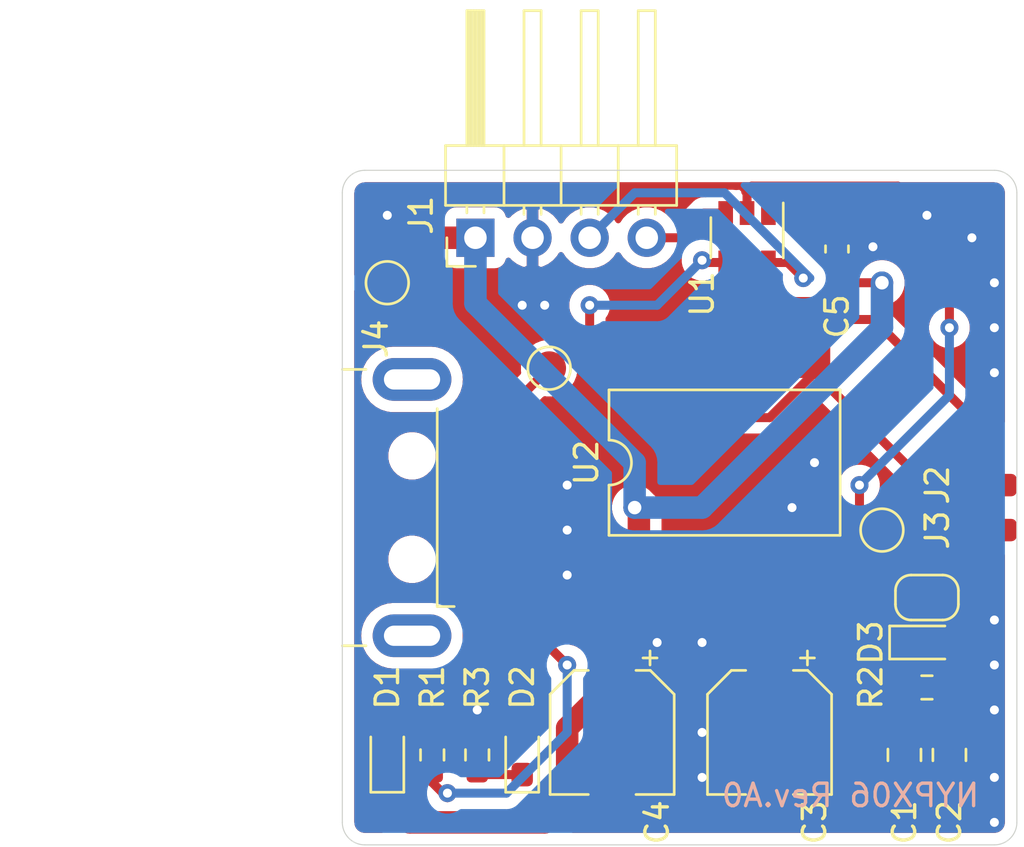
<source format=kicad_pcb>
(kicad_pcb (version 20171130) (host pcbnew 5.1.10)

  (general
    (thickness 1.6)
    (drawings 9)
    (tracks 146)
    (zones 0)
    (modules 21)
    (nets 17)
  )

  (page A4)
  (layers
    (0 F.Cu signal)
    (31 B.Cu signal)
    (32 B.Adhes user hide)
    (33 F.Adhes user hide)
    (34 B.Paste user hide)
    (35 F.Paste user hide)
    (36 B.SilkS user)
    (37 F.SilkS user)
    (38 B.Mask user hide)
    (39 F.Mask user hide)
    (40 Dwgs.User user hide)
    (41 Cmts.User user hide)
    (42 Eco1.User user hide)
    (43 Eco2.User user hide)
    (44 Edge.Cuts user)
    (45 Margin user hide)
    (46 B.CrtYd user hide)
    (47 F.CrtYd user hide)
    (48 B.Fab user hide)
    (49 F.Fab user hide)
  )

  (setup
    (last_trace_width 0.4)
    (trace_clearance 0.4)
    (zone_clearance 0.508)
    (zone_45_only yes)
    (trace_min 0.2)
    (via_size 0.8)
    (via_drill 0.4)
    (via_min_size 0.4)
    (via_min_drill 0.3)
    (uvia_size 0.3)
    (uvia_drill 0.1)
    (uvias_allowed no)
    (uvia_min_size 0.2)
    (uvia_min_drill 0.1)
    (edge_width 0.05)
    (segment_width 0.2)
    (pcb_text_width 0.3)
    (pcb_text_size 1.5 1.5)
    (mod_edge_width 0.12)
    (mod_text_size 1 1)
    (mod_text_width 0.15)
    (pad_size 1.524 1.524)
    (pad_drill 0.762)
    (pad_to_mask_clearance 0)
    (aux_axis_origin 0 0)
    (grid_origin 99.8 150)
    (visible_elements FFFFFF7F)
    (pcbplotparams
      (layerselection 0x010fc_ffffffff)
      (usegerberextensions true)
      (usegerberattributes false)
      (usegerberadvancedattributes false)
      (creategerberjobfile false)
      (excludeedgelayer true)
      (linewidth 0.100000)
      (plotframeref false)
      (viasonmask false)
      (mode 1)
      (useauxorigin false)
      (hpglpennumber 1)
      (hpglpenspeed 20)
      (hpglpendiameter 15.000000)
      (psnegative false)
      (psa4output false)
      (plotreference true)
      (plotvalue false)
      (plotinvisibletext false)
      (padsonsilk false)
      (subtractmaskfromsilk true)
      (outputformat 1)
      (mirror false)
      (drillshape 0)
      (scaleselection 1)
      (outputdirectory "nypx06-pcb-rev.a0/"))
  )

  (net 0 "")
  (net 1 GND)
  (net 2 VDD)
  (net 3 /~POWERDOWN)
  (net 4 +5V)
  (net 5 "Net-(D2-Pad1)")
  (net 6 "Net-(D3-Pad2)")
  (net 7 "Net-(D3-Pad1)")
  (net 8 /ICSPDAT)
  (net 9 /ICSPCLK)
  (net 10 "Net-(J2-Pad1)")
  (net 11 "Net-(J3-Pad1)")
  (net 12 "Net-(R2-Pad1)")
  (net 13 "Net-(U2-Pad2)")
  (net 14 "Net-(J4-Pad5)")
  (net 15 "Net-(J4-Pad3)")
  (net 16 "Net-(J4-Pad2)")

  (net_class Default "This is the default net class."
    (clearance 0.4)
    (trace_width 0.4)
    (via_dia 0.8)
    (via_drill 0.4)
    (uvia_dia 0.3)
    (uvia_drill 0.1)
    (add_net /ICSPCLK)
    (add_net /ICSPDAT)
    (add_net /~POWERDOWN)
    (add_net "Net-(D2-Pad1)")
    (add_net "Net-(D3-Pad1)")
    (add_net "Net-(D3-Pad2)")
    (add_net "Net-(J2-Pad1)")
    (add_net "Net-(J3-Pad1)")
    (add_net "Net-(J4-Pad2)")
    (add_net "Net-(J4-Pad3)")
    (add_net "Net-(J4-Pad5)")
    (add_net "Net-(R2-Pad1)")
    (add_net "Net-(U2-Pad2)")
  )

  (net_class gnd ""
    (clearance 0.4)
    (trace_width 0.4)
    (via_dia 0.8)
    (via_drill 0.4)
    (uvia_dia 0.3)
    (uvia_drill 0.1)
    (add_net GND)
  )

  (net_class power ""
    (clearance 0.4)
    (trace_width 1)
    (via_dia 1)
    (via_drill 0.6)
    (uvia_dia 0.3)
    (uvia_drill 0.1)
    (add_net +5V)
    (add_net VDD)
  )

  (module Capacitor_SMD:C_0603_1608Metric_Pad1.08x0.95mm_HandSolder (layer F.Cu) (tedit 5F68FEEF) (tstamp 61362535)
    (at 121.8 123.5 90)
    (descr "Capacitor SMD 0603 (1608 Metric), square (rectangular) end terminal, IPC_7351 nominal with elongated pad for handsoldering. (Body size source: IPC-SM-782 page 76, https://www.pcb-3d.com/wordpress/wp-content/uploads/ipc-sm-782a_amendment_1_and_2.pdf), generated with kicad-footprint-generator")
    (tags "capacitor handsolder")
    (path /6143EE11)
    (attr smd)
    (fp_text reference C5 (at -3 0 90) (layer F.SilkS)
      (effects (font (size 1 1) (thickness 0.15)))
    )
    (fp_text value 0.1uF (at 0 1.43 90) (layer F.Fab)
      (effects (font (size 1 1) (thickness 0.15)))
    )
    (fp_line (start 1.65 0.73) (end -1.65 0.73) (layer F.CrtYd) (width 0.05))
    (fp_line (start 1.65 -0.73) (end 1.65 0.73) (layer F.CrtYd) (width 0.05))
    (fp_line (start -1.65 -0.73) (end 1.65 -0.73) (layer F.CrtYd) (width 0.05))
    (fp_line (start -1.65 0.73) (end -1.65 -0.73) (layer F.CrtYd) (width 0.05))
    (fp_line (start -0.146267 0.51) (end 0.146267 0.51) (layer F.SilkS) (width 0.12))
    (fp_line (start -0.146267 -0.51) (end 0.146267 -0.51) (layer F.SilkS) (width 0.12))
    (fp_line (start 0.8 0.4) (end -0.8 0.4) (layer F.Fab) (width 0.1))
    (fp_line (start 0.8 -0.4) (end 0.8 0.4) (layer F.Fab) (width 0.1))
    (fp_line (start -0.8 -0.4) (end 0.8 -0.4) (layer F.Fab) (width 0.1))
    (fp_line (start -0.8 0.4) (end -0.8 -0.4) (layer F.Fab) (width 0.1))
    (fp_text user %R (at 0 0 90) (layer F.Fab)
      (effects (font (size 0.4 0.4) (thickness 0.06)))
    )
    (pad 2 smd roundrect (at 0.8625 0 90) (size 1.075 0.95) (layers F.Cu F.Paste F.Mask) (roundrect_rratio 0.25)
      (net 1 GND))
    (pad 1 smd roundrect (at -0.8625 0 90) (size 1.075 0.95) (layers F.Cu F.Paste F.Mask) (roundrect_rratio 0.25)
      (net 2 VDD))
    (model ${KISYS3DMOD}/Capacitor_SMD.3dshapes/C_0603_1608Metric.wrl
      (at (xyz 0 0 0))
      (scale (xyz 1 1 1))
      (rotate (xyz 0 0 0))
    )
  )

  (module Connector_USB:USB_A_CNCTech_1001-011-01101_Horizontal (layer F.Cu) (tedit 5E754393) (tstamp 61364733)
    (at 96 135 180)
    (descr "USB type A Plug, Horizontal, http://cnctech.us/pdfs/1001-011-01101.pdf")
    (tags USB-A)
    (path /61585373)
    (attr smd)
    (fp_text reference J4 (at -5.3 7.5 90) (layer F.SilkS)
      (effects (font (size 1 1) (thickness 0.15)))
    )
    (fp_text value USB_A (at 0 8 180) (layer F.Fab)
      (effects (font (size 1 1) (thickness 0.15)))
    )
    (fp_line (start -7.25 -4) (end -7.25 -3.05) (layer F.Fab) (width 0.1))
    (fp_line (start -7.75 -3.5) (end -7.25 -4) (layer F.Fab) (width 0.1))
    (fp_line (start -7.75 -3.5) (end -7.25 -3) (layer F.Fab) (width 0.1))
    (fp_line (start -8.02 -4.4) (end -8.775 -4.4) (layer F.SilkS) (width 0.12))
    (fp_line (start -11.4 4.55) (end -9.15 4.55) (layer F.CrtYd) (width 0.05))
    (fp_line (start -9.15 4.55) (end -9.15 7.15) (layer F.CrtYd) (width 0.05))
    (fp_line (start -9.15 7.15) (end -4.65 7.15) (layer F.CrtYd) (width 0.05))
    (fp_line (start -4.65 7.15) (end -4.65 6.52) (layer F.CrtYd) (width 0.05))
    (fp_line (start -4.65 6.52) (end 11.4 6.52) (layer F.CrtYd) (width 0.05))
    (fp_line (start 11.4 6.52) (end 11.4 -6.52) (layer F.CrtYd) (width 0.05))
    (fp_line (start -4.65 -6.52) (end 11.4 -6.52) (layer F.CrtYd) (width 0.05))
    (fp_line (start -4.65 -6.52) (end -4.65 -7.15) (layer F.CrtYd) (width 0.05))
    (fp_line (start -9.15 -7.15) (end -4.65 -7.15) (layer F.CrtYd) (width 0.05))
    (fp_line (start -9.15 -7.15) (end -9.15 -4.55) (layer F.CrtYd) (width 0.05))
    (fp_line (start -11.4 -4.55) (end -9.15 -4.55) (layer F.CrtYd) (width 0.05))
    (fp_line (start -11.4 4.55) (end -11.4 -4.55) (layer F.CrtYd) (width 0.05))
    (fp_line (start -4.85 6.145) (end -3.8 6.145) (layer F.SilkS) (width 0.12))
    (fp_line (start -4.85 -6.145) (end -3.8 -6.145) (layer F.SilkS) (width 0.12))
    (fp_line (start -3.8 6.025) (end -3.8 -6.025) (layer Dwgs.User) (width 0.1))
    (fp_line (start -8.02 -4.4) (end -8.02 4.4) (layer F.SilkS) (width 0.12))
    (fp_circle (center -6.9 2.3) (end -6.9 2.8) (layer F.Fab) (width 0.1))
    (fp_circle (center -6.9 -2.3) (end -6.9 -2.8) (layer F.Fab) (width 0.1))
    (fp_line (start -10.4 -3.25) (end -7.9 -3.25) (layer F.Fab) (width 0.1))
    (fp_line (start -10.4 -3.25) (end -10.4 -3.75) (layer F.Fab) (width 0.1))
    (fp_line (start -10.4 -3.75) (end -7.9 -3.75) (layer F.Fab) (width 0.1))
    (fp_line (start -10.4 -1.25) (end -7.9 -1.25) (layer F.Fab) (width 0.1))
    (fp_line (start -10.4 -0.75) (end -7.9 -0.75) (layer F.Fab) (width 0.1))
    (fp_line (start -10.4 -0.75) (end -10.4 -1.25) (layer F.Fab) (width 0.1))
    (fp_line (start -10.4 1.25) (end -7.9 1.25) (layer F.Fab) (width 0.1))
    (fp_line (start -10.4 1.25) (end -10.4 0.75) (layer F.Fab) (width 0.1))
    (fp_line (start -10.4 0.75) (end -7.9 0.75) (layer F.Fab) (width 0.1))
    (fp_line (start -10.4 3.75) (end -7.9 3.75) (layer F.Fab) (width 0.1))
    (fp_line (start -10.4 3.25) (end -7.9 3.25) (layer F.Fab) (width 0.1))
    (fp_line (start -10.4 3.75) (end -10.4 3.25) (layer F.Fab) (width 0.1))
    (fp_line (start 10.9 6.025) (end 10.9 -6.025) (layer F.Fab) (width 0.1))
    (fp_line (start -7.9 6.025) (end 10.9 6.025) (layer F.Fab) (width 0.1))
    (fp_line (start -7.9 -6.025) (end 10.9 -6.025) (layer F.Fab) (width 0.1))
    (fp_line (start -7.9 6.025) (end -7.9 -6.025) (layer F.Fab) (width 0.1))
    (fp_text user %R (at -6 0 90) (layer F.Fab)
      (effects (font (size 1 1) (thickness 0.15)))
    )
    (fp_text user "PCB Edge" (at -4.55 -0.05 270) (layer Dwgs.User)
      (effects (font (size 0.6 0.6) (thickness 0.09)))
    )
    (pad "" np_thru_hole circle (at -6.9 2.3 180) (size 1.1 1.1) (drill 1.1) (layers *.Cu *.Mask))
    (pad "" np_thru_hole circle (at -6.9 -2.3 180) (size 1.1 1.1) (drill 1.1) (layers *.Cu *.Mask))
    (pad 5 thru_hole oval (at -6.9 5.7 180) (size 3.5 1.9) (drill oval 2.5 0.9) (layers *.Cu *.Mask)
      (net 14 "Net-(J4-Pad5)"))
    (pad 5 thru_hole oval (at -6.9 -5.7 180) (size 3.5 1.9) (drill oval 2.5 0.9) (layers *.Cu *.Mask)
      (net 14 "Net-(J4-Pad5)"))
    (pad 4 smd rect (at -9.65 3.5 180) (size 2.5 1.1) (layers F.Cu F.Paste F.Mask)
      (net 1 GND))
    (pad 1 smd rect (at -9.65 -3.5 180) (size 2.5 1.1) (layers F.Cu F.Paste F.Mask)
      (net 4 +5V))
    (pad 3 smd rect (at -9.65 1 180) (size 2.5 1.1) (layers F.Cu F.Paste F.Mask)
      (net 15 "Net-(J4-Pad3)"))
    (pad 2 smd rect (at -9.65 -1 180) (size 2.5 1.1) (layers F.Cu F.Paste F.Mask)
      (net 16 "Net-(J4-Pad2)"))
    (model ${KISYS3DMOD}/Connector_USB.3dshapes/USB_A_CNCTech_1001-011-01101_Horizontal.wrl
      (at (xyz 0 0 0))
      (scale (xyz 1 1 1))
      (rotate (xyz 0 0 0))
    )
  )

  (module Package_DIP:SMDIP-8_W9.53mm (layer F.Cu) (tedit 5A02E8C5) (tstamp 61362667)
    (at 116.8 133 90)
    (descr "8-lead surface-mounted (SMD) DIP package, row spacing 9.53 mm (375 mils)")
    (tags "SMD DIP DIL PDIP SMDIP 2.54mm 9.53mm 375mil")
    (path /61467CCA)
    (attr smd)
    (fp_text reference U2 (at 0 -6.14 90) (layer F.SilkS)
      (effects (font (size 1 1) (thickness 0.15)))
    )
    (fp_text value LTV-827S (at 0 6.14 90) (layer F.Fab)
      (effects (font (size 1 1) (thickness 0.15)))
    )
    (fp_line (start 6.05 -5.35) (end -6.05 -5.35) (layer F.CrtYd) (width 0.05))
    (fp_line (start 6.05 5.35) (end 6.05 -5.35) (layer F.CrtYd) (width 0.05))
    (fp_line (start -6.05 5.35) (end 6.05 5.35) (layer F.CrtYd) (width 0.05))
    (fp_line (start -6.05 -5.35) (end -6.05 5.35) (layer F.CrtYd) (width 0.05))
    (fp_line (start 3.235 -5.14) (end 1 -5.14) (layer F.SilkS) (width 0.12))
    (fp_line (start 3.235 5.14) (end 3.235 -5.14) (layer F.SilkS) (width 0.12))
    (fp_line (start -3.235 5.14) (end 3.235 5.14) (layer F.SilkS) (width 0.12))
    (fp_line (start -3.235 -5.14) (end -3.235 5.14) (layer F.SilkS) (width 0.12))
    (fp_line (start -1 -5.14) (end -3.235 -5.14) (layer F.SilkS) (width 0.12))
    (fp_line (start -3.175 -4.08) (end -2.175 -5.08) (layer F.Fab) (width 0.1))
    (fp_line (start -3.175 5.08) (end -3.175 -4.08) (layer F.Fab) (width 0.1))
    (fp_line (start 3.175 5.08) (end -3.175 5.08) (layer F.Fab) (width 0.1))
    (fp_line (start 3.175 -5.08) (end 3.175 5.08) (layer F.Fab) (width 0.1))
    (fp_line (start -2.175 -5.08) (end 3.175 -5.08) (layer F.Fab) (width 0.1))
    (fp_text user %R (at 0 1.27 90) (layer F.Fab)
      (effects (font (size 1 1) (thickness 0.15)))
    )
    (fp_arc (start 0 -5.14) (end -1 -5.14) (angle -180) (layer F.SilkS) (width 0.12))
    (pad 8 smd rect (at 4.765 -3.81 90) (size 2 1.78) (layers F.Cu F.Paste F.Mask)
      (net 11 "Net-(J3-Pad1)"))
    (pad 4 smd rect (at -4.765 3.81 90) (size 2 1.78) (layers F.Cu F.Paste F.Mask)
      (net 12 "Net-(R2-Pad1)"))
    (pad 7 smd rect (at 4.765 -1.27 90) (size 2 1.78) (layers F.Cu F.Paste F.Mask)
      (net 10 "Net-(J2-Pad1)"))
    (pad 3 smd rect (at -4.765 1.27 90) (size 2 1.78) (layers F.Cu F.Paste F.Mask)
      (net 13 "Net-(U2-Pad2)"))
    (pad 6 smd rect (at 4.765 1.27 90) (size 2 1.78) (layers F.Cu F.Paste F.Mask)
      (net 10 "Net-(J2-Pad1)"))
    (pad 2 smd rect (at -4.765 -1.27 90) (size 2 1.78) (layers F.Cu F.Paste F.Mask)
      (net 13 "Net-(U2-Pad2)"))
    (pad 5 smd rect (at 4.765 3.81 90) (size 2 1.78) (layers F.Cu F.Paste F.Mask)
      (net 11 "Net-(J3-Pad1)"))
    (pad 1 smd rect (at -4.765 -3.81 90) (size 2 1.78) (layers F.Cu F.Paste F.Mask)
      (net 2 VDD))
    (model ${KISYS3DMOD}/Package_DIP.3dshapes/SMDIP-8_W9.53mm.wrl
      (at (xyz 0 0 0))
      (scale (xyz 1 1 1))
      (rotate (xyz 0 0 0))
    )
  )

  (module Package_TO_SOT_SMD:SOT-23-6 (layer F.Cu) (tedit 5A02FF57) (tstamp 61366489)
    (at 117.8 123 270)
    (descr "6-pin SOT-23 package")
    (tags SOT-23-6)
    (path /614025F4)
    (attr smd)
    (fp_text reference U1 (at 2.5 2 90) (layer F.SilkS)
      (effects (font (size 1 1) (thickness 0.15)))
    )
    (fp_text value MS80F0601 (at 0 2.9 90) (layer F.Fab)
      (effects (font (size 1 1) (thickness 0.15)))
    )
    (fp_line (start 0.9 -1.55) (end 0.9 1.55) (layer F.Fab) (width 0.1))
    (fp_line (start 0.9 1.55) (end -0.9 1.55) (layer F.Fab) (width 0.1))
    (fp_line (start -0.9 -0.9) (end -0.9 1.55) (layer F.Fab) (width 0.1))
    (fp_line (start 0.9 -1.55) (end -0.25 -1.55) (layer F.Fab) (width 0.1))
    (fp_line (start -0.9 -0.9) (end -0.25 -1.55) (layer F.Fab) (width 0.1))
    (fp_line (start -1.9 -1.8) (end -1.9 1.8) (layer F.CrtYd) (width 0.05))
    (fp_line (start -1.9 1.8) (end 1.9 1.8) (layer F.CrtYd) (width 0.05))
    (fp_line (start 1.9 1.8) (end 1.9 -1.8) (layer F.CrtYd) (width 0.05))
    (fp_line (start 1.9 -1.8) (end -1.9 -1.8) (layer F.CrtYd) (width 0.05))
    (fp_line (start 0.9 -1.61) (end -1.55 -1.61) (layer F.SilkS) (width 0.12))
    (fp_line (start -0.9 1.61) (end 0.9 1.61) (layer F.SilkS) (width 0.12))
    (fp_text user %R (at 0 0) (layer F.Fab)
      (effects (font (size 0.5 0.5) (thickness 0.075)))
    )
    (pad 5 smd rect (at 1.1 0 270) (size 1.06 0.65) (layers F.Cu F.Paste F.Mask)
      (net 2 VDD))
    (pad 6 smd rect (at 1.1 -0.95 270) (size 1.06 0.65) (layers F.Cu F.Paste F.Mask)
      (net 9 /ICSPCLK))
    (pad 4 smd rect (at 1.1 0.95 270) (size 1.06 0.65) (layers F.Cu F.Paste F.Mask)
      (net 3 /~POWERDOWN))
    (pad 3 smd rect (at -1.1 0.95 270) (size 1.06 0.65) (layers F.Cu F.Paste F.Mask)
      (net 8 /ICSPDAT))
    (pad 2 smd rect (at -1.1 0 270) (size 1.06 0.65) (layers F.Cu F.Paste F.Mask)
      (net 1 GND))
    (pad 1 smd rect (at -1.1 -0.95 270) (size 1.06 0.65) (layers F.Cu F.Paste F.Mask)
      (net 7 "Net-(D3-Pad1)"))
    (model ${KISYS3DMOD}/Package_TO_SOT_SMD.3dshapes/SOT-23-6.wrl
      (at (xyz 0 0 0))
      (scale (xyz 1 1 1))
      (rotate (xyz 0 0 0))
    )
  )

  (module TestPoint:TestPoint_Pad_D1.5mm (layer F.Cu) (tedit 5A0F774F) (tstamp 61362635)
    (at 123.8 136)
    (descr "SMD pad as test Point, diameter 1.5mm")
    (tags "test point SMD pad")
    (path /614D0CF4)
    (attr virtual)
    (fp_text reference TP3 (at 1 2) (layer F.SilkS) hide
      (effects (font (size 1 1) (thickness 0.15)))
    )
    (fp_text value CTRL (at 0 1.75) (layer F.Fab)
      (effects (font (size 1 1) (thickness 0.15)))
    )
    (fp_circle (center 0 0) (end 0 0.95) (layer F.SilkS) (width 0.12))
    (fp_circle (center 0 0) (end 1.25 0) (layer F.CrtYd) (width 0.05))
    (fp_text user %R (at 0 -1.65) (layer F.Fab)
      (effects (font (size 1 1) (thickness 0.15)))
    )
    (pad 1 smd circle (at 0 0) (size 1.5 1.5) (layers F.Cu F.Mask)
      (net 7 "Net-(D3-Pad1)"))
  )

  (module TestPoint:TestPoint_Pad_D1.5mm (layer F.Cu) (tedit 5A0F774F) (tstamp 6136262D)
    (at 101.8 125)
    (descr "SMD pad as test Point, diameter 1.5mm")
    (tags "test point SMD pad")
    (path /614B7236)
    (attr virtual)
    (fp_text reference TP2 (at 0 -1.648) (layer F.SilkS) hide
      (effects (font (size 1 1) (thickness 0.15)))
    )
    (fp_text value VDD (at 0 1.75) (layer F.Fab)
      (effects (font (size 1 1) (thickness 0.15)))
    )
    (fp_circle (center 0 0) (end 0 0.95) (layer F.SilkS) (width 0.12))
    (fp_circle (center 0 0) (end 1.25 0) (layer F.CrtYd) (width 0.05))
    (fp_text user %R (at 0 -1.65) (layer F.Fab)
      (effects (font (size 1 1) (thickness 0.15)))
    )
    (pad 1 smd circle (at 0 0) (size 1.5 1.5) (layers F.Cu F.Mask)
      (net 2 VDD))
  )

  (module TestPoint:TestPoint_Pad_D1.5mm (layer F.Cu) (tedit 5A0F774F) (tstamp 6136AAB3)
    (at 109 128.8)
    (descr "SMD pad as test Point, diameter 1.5mm")
    (tags "test point SMD pad")
    (path /614B7CA0)
    (attr virtual)
    (fp_text reference TP1 (at 0 -1.648) (layer F.SilkS) hide
      (effects (font (size 1 1) (thickness 0.15)))
    )
    (fp_text value PWRDN (at 0 1.75) (layer F.Fab)
      (effects (font (size 1 1) (thickness 0.15)))
    )
    (fp_circle (center 0 0) (end 0 0.95) (layer F.SilkS) (width 0.12))
    (fp_circle (center 0 0) (end 1.25 0) (layer F.CrtYd) (width 0.05))
    (fp_text user %R (at 0 -1.65) (layer F.Fab)
      (effects (font (size 1 1) (thickness 0.15)))
    )
    (pad 1 smd circle (at 0 0) (size 1.5 1.5) (layers F.Cu F.Mask)
      (net 3 /~POWERDOWN))
  )

  (module Resistor_SMD:R_0603_1608Metric (layer F.Cu) (tedit 5F68FEEE) (tstamp 6136261D)
    (at 105.8 146 90)
    (descr "Resistor SMD 0603 (1608 Metric), square (rectangular) end terminal, IPC_7351 nominal, (Body size source: IPC-SM-782 page 72, https://www.pcb-3d.com/wordpress/wp-content/uploads/ipc-sm-782a_amendment_1_and_2.pdf), generated with kicad-footprint-generator")
    (tags resistor)
    (path /614DFB4A)
    (attr smd)
    (fp_text reference R3 (at 3 0 90) (layer F.SilkS)
      (effects (font (size 1 1) (thickness 0.15)))
    )
    (fp_text value 10K (at 0 1.43 90) (layer F.Fab)
      (effects (font (size 1 1) (thickness 0.15)))
    )
    (fp_line (start 1.48 0.73) (end -1.48 0.73) (layer F.CrtYd) (width 0.05))
    (fp_line (start 1.48 -0.73) (end 1.48 0.73) (layer F.CrtYd) (width 0.05))
    (fp_line (start -1.48 -0.73) (end 1.48 -0.73) (layer F.CrtYd) (width 0.05))
    (fp_line (start -1.48 0.73) (end -1.48 -0.73) (layer F.CrtYd) (width 0.05))
    (fp_line (start -0.237258 0.5225) (end 0.237258 0.5225) (layer F.SilkS) (width 0.12))
    (fp_line (start -0.237258 -0.5225) (end 0.237258 -0.5225) (layer F.SilkS) (width 0.12))
    (fp_line (start 0.8 0.4125) (end -0.8 0.4125) (layer F.Fab) (width 0.1))
    (fp_line (start 0.8 -0.4125) (end 0.8 0.4125) (layer F.Fab) (width 0.1))
    (fp_line (start -0.8 -0.4125) (end 0.8 -0.4125) (layer F.Fab) (width 0.1))
    (fp_line (start -0.8 0.4125) (end -0.8 -0.4125) (layer F.Fab) (width 0.1))
    (fp_text user %R (at 0 0 90) (layer F.Fab)
      (effects (font (size 0.4 0.4) (thickness 0.06)))
    )
    (pad 2 smd roundrect (at 0.825 0 90) (size 0.8 0.95) (layers F.Cu F.Paste F.Mask) (roundrect_rratio 0.25)
      (net 1 GND))
    (pad 1 smd roundrect (at -0.825 0 90) (size 0.8 0.95) (layers F.Cu F.Paste F.Mask) (roundrect_rratio 0.25)
      (net 5 "Net-(D2-Pad1)"))
    (model ${KISYS3DMOD}/Resistor_SMD.3dshapes/R_0603_1608Metric.wrl
      (at (xyz 0 0 0))
      (scale (xyz 1 1 1))
      (rotate (xyz 0 0 0))
    )
  )

  (module Resistor_SMD:R_0603_1608Metric (layer F.Cu) (tedit 5F68FEEE) (tstamp 6136260C)
    (at 125.8 143)
    (descr "Resistor SMD 0603 (1608 Metric), square (rectangular) end terminal, IPC_7351 nominal, (Body size source: IPC-SM-782 page 72, https://www.pcb-3d.com/wordpress/wp-content/uploads/ipc-sm-782a_amendment_1_and_2.pdf), generated with kicad-footprint-generator")
    (tags resistor)
    (path /6141C859)
    (attr smd)
    (fp_text reference R2 (at -2.5 0 90) (layer F.SilkS)
      (effects (font (size 1 1) (thickness 0.15)))
    )
    (fp_text value 10K (at 0 1.43) (layer F.Fab)
      (effects (font (size 1 1) (thickness 0.15)))
    )
    (fp_line (start 1.48 0.73) (end -1.48 0.73) (layer F.CrtYd) (width 0.05))
    (fp_line (start 1.48 -0.73) (end 1.48 0.73) (layer F.CrtYd) (width 0.05))
    (fp_line (start -1.48 -0.73) (end 1.48 -0.73) (layer F.CrtYd) (width 0.05))
    (fp_line (start -1.48 0.73) (end -1.48 -0.73) (layer F.CrtYd) (width 0.05))
    (fp_line (start -0.237258 0.5225) (end 0.237258 0.5225) (layer F.SilkS) (width 0.12))
    (fp_line (start -0.237258 -0.5225) (end 0.237258 -0.5225) (layer F.SilkS) (width 0.12))
    (fp_line (start 0.8 0.4125) (end -0.8 0.4125) (layer F.Fab) (width 0.1))
    (fp_line (start 0.8 -0.4125) (end 0.8 0.4125) (layer F.Fab) (width 0.1))
    (fp_line (start -0.8 -0.4125) (end 0.8 -0.4125) (layer F.Fab) (width 0.1))
    (fp_line (start -0.8 0.4125) (end -0.8 -0.4125) (layer F.Fab) (width 0.1))
    (fp_text user %R (at 0 0) (layer F.Fab)
      (effects (font (size 0.4 0.4) (thickness 0.06)))
    )
    (pad 2 smd roundrect (at 0.825 0) (size 0.8 0.95) (layers F.Cu F.Paste F.Mask) (roundrect_rratio 0.25)
      (net 6 "Net-(D3-Pad2)"))
    (pad 1 smd roundrect (at -0.825 0) (size 0.8 0.95) (layers F.Cu F.Paste F.Mask) (roundrect_rratio 0.25)
      (net 12 "Net-(R2-Pad1)"))
    (model ${KISYS3DMOD}/Resistor_SMD.3dshapes/R_0603_1608Metric.wrl
      (at (xyz 0 0 0))
      (scale (xyz 1 1 1))
      (rotate (xyz 0 0 0))
    )
  )

  (module Resistor_SMD:R_0603_1608Metric (layer F.Cu) (tedit 5F68FEEE) (tstamp 613625FB)
    (at 103.8 146 270)
    (descr "Resistor SMD 0603 (1608 Metric), square (rectangular) end terminal, IPC_7351 nominal, (Body size source: IPC-SM-782 page 72, https://www.pcb-3d.com/wordpress/wp-content/uploads/ipc-sm-782a_amendment_1_and_2.pdf), generated with kicad-footprint-generator")
    (tags resistor)
    (path /613EAD41)
    (attr smd)
    (fp_text reference R1 (at -3 0 90) (layer F.SilkS)
      (effects (font (size 1 1) (thickness 0.15)))
    )
    (fp_text value 0R (at 0 1.43 90) (layer F.Fab)
      (effects (font (size 1 1) (thickness 0.15)))
    )
    (fp_line (start 1.48 0.73) (end -1.48 0.73) (layer F.CrtYd) (width 0.05))
    (fp_line (start 1.48 -0.73) (end 1.48 0.73) (layer F.CrtYd) (width 0.05))
    (fp_line (start -1.48 -0.73) (end 1.48 -0.73) (layer F.CrtYd) (width 0.05))
    (fp_line (start -1.48 0.73) (end -1.48 -0.73) (layer F.CrtYd) (width 0.05))
    (fp_line (start -0.237258 0.5225) (end 0.237258 0.5225) (layer F.SilkS) (width 0.12))
    (fp_line (start -0.237258 -0.5225) (end 0.237258 -0.5225) (layer F.SilkS) (width 0.12))
    (fp_line (start 0.8 0.4125) (end -0.8 0.4125) (layer F.Fab) (width 0.1))
    (fp_line (start 0.8 -0.4125) (end 0.8 0.4125) (layer F.Fab) (width 0.1))
    (fp_line (start -0.8 -0.4125) (end 0.8 -0.4125) (layer F.Fab) (width 0.1))
    (fp_line (start -0.8 0.4125) (end -0.8 -0.4125) (layer F.Fab) (width 0.1))
    (fp_text user %R (at 0 0 90) (layer F.Fab)
      (effects (font (size 0.4 0.4) (thickness 0.06)))
    )
    (pad 2 smd roundrect (at 0.825 0 270) (size 0.8 0.95) (layers F.Cu F.Paste F.Mask) (roundrect_rratio 0.25)
      (net 3 /~POWERDOWN))
    (pad 1 smd roundrect (at -0.825 0 270) (size 0.8 0.95) (layers F.Cu F.Paste F.Mask) (roundrect_rratio 0.25)
      (net 4 +5V))
    (model ${KISYS3DMOD}/Resistor_SMD.3dshapes/R_0603_1608Metric.wrl
      (at (xyz 0 0 0))
      (scale (xyz 1 1 1))
      (rotate (xyz 0 0 0))
    )
  )

  (module Jumper:SolderJumper-2_P1.3mm_Bridged_RoundedPad1.0x1.5mm (layer F.Cu) (tedit 5C745284) (tstamp 613625EA)
    (at 125.8 139 180)
    (descr "SMD Solder Jumper, 1x1.5mm, rounded Pads, 0.3mm gap, bridged with 1 copper strip")
    (tags "solder jumper open")
    (path /614E91C1)
    (attr virtual)
    (fp_text reference JP1 (at -3 0) (layer F.SilkS) hide
      (effects (font (size 1 1) (thickness 0.15)))
    )
    (fp_text value Jumper_NC_Small (at 0 1.9) (layer F.Fab)
      (effects (font (size 1 1) (thickness 0.15)))
    )
    (fp_poly (pts (xy 0.25 -0.3) (xy -0.25 -0.3) (xy -0.25 0.3) (xy 0.25 0.3)) (layer F.Cu) (width 0))
    (fp_line (start 1.65 1.25) (end -1.65 1.25) (layer F.CrtYd) (width 0.05))
    (fp_line (start 1.65 1.25) (end 1.65 -1.25) (layer F.CrtYd) (width 0.05))
    (fp_line (start -1.65 -1.25) (end -1.65 1.25) (layer F.CrtYd) (width 0.05))
    (fp_line (start -1.65 -1.25) (end 1.65 -1.25) (layer F.CrtYd) (width 0.05))
    (fp_line (start -0.7 -1) (end 0.7 -1) (layer F.SilkS) (width 0.12))
    (fp_line (start 1.4 -0.3) (end 1.4 0.3) (layer F.SilkS) (width 0.12))
    (fp_line (start 0.7 1) (end -0.7 1) (layer F.SilkS) (width 0.12))
    (fp_line (start -1.4 0.3) (end -1.4 -0.3) (layer F.SilkS) (width 0.12))
    (fp_arc (start -0.7 -0.3) (end -0.7 -1) (angle -90) (layer F.SilkS) (width 0.12))
    (fp_arc (start -0.7 0.3) (end -1.4 0.3) (angle -90) (layer F.SilkS) (width 0.12))
    (fp_arc (start 0.7 0.3) (end 0.7 1) (angle -90) (layer F.SilkS) (width 0.12))
    (fp_arc (start 0.7 -0.3) (end 1.4 -0.3) (angle -90) (layer F.SilkS) (width 0.12))
    (pad 1 smd custom (at -0.65 0 180) (size 1 0.5) (layers F.Cu F.Mask)
      (net 6 "Net-(D3-Pad2)") (zone_connect 2)
      (options (clearance outline) (anchor rect))
      (primitives
        (gr_circle (center 0 0.25) (end 0.5 0.25) (width 0))
        (gr_circle (center 0 -0.25) (end 0.5 -0.25) (width 0))
        (gr_poly (pts
           (xy 0 -0.75) (xy 0.5 -0.75) (xy 0.5 0.75) (xy 0 0.75)) (width 0))
      ))
    (pad 2 smd custom (at 0.65 0 180) (size 1 0.5) (layers F.Cu F.Mask)
      (net 7 "Net-(D3-Pad1)") (zone_connect 2)
      (options (clearance outline) (anchor rect))
      (primitives
        (gr_circle (center 0 0.25) (end 0.5 0.25) (width 0))
        (gr_circle (center 0 -0.25) (end 0.5 -0.25) (width 0))
        (gr_poly (pts
           (xy 0 -0.75) (xy -0.5 -0.75) (xy -0.5 0.75) (xy 0 0.75)) (width 0))
      ))
  )

  (module Connector_Wire:SolderWirePad_1x01_SMD_1x2mm (layer F.Cu) (tedit 5DD6EB27) (tstamp 613625D7)
    (at 128.8 136 90)
    (descr "Wire Pad, Square, SMD Pad,  5mm x 10mm,")
    (tags "MesurementPoint Square SMDPad 5mmx10mm ")
    (path /6149D4C6)
    (attr virtual)
    (fp_text reference J3 (at 0 -2.54 90) (layer F.SilkS)
      (effects (font (size 1 1) (thickness 0.15)))
    )
    (fp_text value PWR2 (at 0 2.54 90) (layer F.Fab)
      (effects (font (size 1 1) (thickness 0.15)))
    )
    (fp_line (start -0.63 1.27) (end -0.63 -1.27) (layer F.Fab) (width 0.1))
    (fp_line (start 0.63 1.27) (end -0.63 1.27) (layer F.Fab) (width 0.1))
    (fp_line (start 0.63 -1.27) (end 0.63 1.27) (layer F.Fab) (width 0.1))
    (fp_line (start -0.63 -1.27) (end 0.63 -1.27) (layer F.Fab) (width 0.1))
    (fp_line (start -0.63 -1.27) (end -0.63 1.27) (layer F.CrtYd) (width 0.05))
    (fp_line (start -0.63 1.27) (end 0.63 1.27) (layer F.CrtYd) (width 0.05))
    (fp_line (start 0.63 1.27) (end 0.63 -1.27) (layer F.CrtYd) (width 0.05))
    (fp_line (start 0.63 -1.27) (end -0.63 -1.27) (layer F.CrtYd) (width 0.05))
    (fp_text user %R (at 0 0 90) (layer F.Fab)
      (effects (font (size 1 1) (thickness 0.15)))
    )
    (pad 1 smd roundrect (at 0 0 90) (size 1 2) (layers F.Cu F.Paste F.Mask) (roundrect_rratio 0.25)
      (net 11 "Net-(J3-Pad1)"))
  )

  (module Connector_Wire:SolderWirePad_1x01_SMD_1x2mm (layer F.Cu) (tedit 5DD6EB27) (tstamp 613625C9)
    (at 128.8 134 90)
    (descr "Wire Pad, Square, SMD Pad,  5mm x 10mm,")
    (tags "MesurementPoint Square SMDPad 5mmx10mm ")
    (path /6149CFCD)
    (attr virtual)
    (fp_text reference J2 (at 0 -2.54 90) (layer F.SilkS)
      (effects (font (size 1 1) (thickness 0.15)))
    )
    (fp_text value PWR1 (at 0 2.54 90) (layer F.Fab)
      (effects (font (size 1 1) (thickness 0.15)))
    )
    (fp_line (start -0.63 1.27) (end -0.63 -1.27) (layer F.Fab) (width 0.1))
    (fp_line (start 0.63 1.27) (end -0.63 1.27) (layer F.Fab) (width 0.1))
    (fp_line (start 0.63 -1.27) (end 0.63 1.27) (layer F.Fab) (width 0.1))
    (fp_line (start -0.63 -1.27) (end 0.63 -1.27) (layer F.Fab) (width 0.1))
    (fp_line (start -0.63 -1.27) (end -0.63 1.27) (layer F.CrtYd) (width 0.05))
    (fp_line (start -0.63 1.27) (end 0.63 1.27) (layer F.CrtYd) (width 0.05))
    (fp_line (start 0.63 1.27) (end 0.63 -1.27) (layer F.CrtYd) (width 0.05))
    (fp_line (start 0.63 -1.27) (end -0.63 -1.27) (layer F.CrtYd) (width 0.05))
    (fp_text user %R (at 0 0 90) (layer F.Fab)
      (effects (font (size 1 1) (thickness 0.15)))
    )
    (pad 1 smd roundrect (at 0 0 90) (size 1 2) (layers F.Cu F.Paste F.Mask) (roundrect_rratio 0.25)
      (net 10 "Net-(J2-Pad1)"))
  )

  (module Connector_PinHeader_2.54mm:PinHeader_1x04_P2.54mm_Horizontal (layer F.Cu) (tedit 59FED5CB) (tstamp 613662B6)
    (at 105.72 123 90)
    (descr "Through hole angled pin header, 1x04, 2.54mm pitch, 6mm pin length, single row")
    (tags "Through hole angled pin header THT 1x04 2.54mm single row")
    (path /61422CCB)
    (fp_text reference J1 (at 1 -2.42 90) (layer F.SilkS)
      (effects (font (size 1 1) (thickness 0.15)))
    )
    (fp_text value Conn_01x04 (at 4.385 9.89 90) (layer F.Fab)
      (effects (font (size 1 1) (thickness 0.15)))
    )
    (fp_line (start 10.55 -1.8) (end -1.8 -1.8) (layer F.CrtYd) (width 0.05))
    (fp_line (start 10.55 9.4) (end 10.55 -1.8) (layer F.CrtYd) (width 0.05))
    (fp_line (start -1.8 9.4) (end 10.55 9.4) (layer F.CrtYd) (width 0.05))
    (fp_line (start -1.8 -1.8) (end -1.8 9.4) (layer F.CrtYd) (width 0.05))
    (fp_line (start -1.27 -1.27) (end 0 -1.27) (layer F.SilkS) (width 0.12))
    (fp_line (start -1.27 0) (end -1.27 -1.27) (layer F.SilkS) (width 0.12))
    (fp_line (start 1.042929 8) (end 1.44 8) (layer F.SilkS) (width 0.12))
    (fp_line (start 1.042929 7.24) (end 1.44 7.24) (layer F.SilkS) (width 0.12))
    (fp_line (start 10.1 8) (end 4.1 8) (layer F.SilkS) (width 0.12))
    (fp_line (start 10.1 7.24) (end 10.1 8) (layer F.SilkS) (width 0.12))
    (fp_line (start 4.1 7.24) (end 10.1 7.24) (layer F.SilkS) (width 0.12))
    (fp_line (start 1.44 6.35) (end 4.1 6.35) (layer F.SilkS) (width 0.12))
    (fp_line (start 1.042929 5.46) (end 1.44 5.46) (layer F.SilkS) (width 0.12))
    (fp_line (start 1.042929 4.7) (end 1.44 4.7) (layer F.SilkS) (width 0.12))
    (fp_line (start 10.1 5.46) (end 4.1 5.46) (layer F.SilkS) (width 0.12))
    (fp_line (start 10.1 4.7) (end 10.1 5.46) (layer F.SilkS) (width 0.12))
    (fp_line (start 4.1 4.7) (end 10.1 4.7) (layer F.SilkS) (width 0.12))
    (fp_line (start 1.44 3.81) (end 4.1 3.81) (layer F.SilkS) (width 0.12))
    (fp_line (start 1.042929 2.92) (end 1.44 2.92) (layer F.SilkS) (width 0.12))
    (fp_line (start 1.042929 2.16) (end 1.44 2.16) (layer F.SilkS) (width 0.12))
    (fp_line (start 10.1 2.92) (end 4.1 2.92) (layer F.SilkS) (width 0.12))
    (fp_line (start 10.1 2.16) (end 10.1 2.92) (layer F.SilkS) (width 0.12))
    (fp_line (start 4.1 2.16) (end 10.1 2.16) (layer F.SilkS) (width 0.12))
    (fp_line (start 1.44 1.27) (end 4.1 1.27) (layer F.SilkS) (width 0.12))
    (fp_line (start 1.11 0.38) (end 1.44 0.38) (layer F.SilkS) (width 0.12))
    (fp_line (start 1.11 -0.38) (end 1.44 -0.38) (layer F.SilkS) (width 0.12))
    (fp_line (start 4.1 0.28) (end 10.1 0.28) (layer F.SilkS) (width 0.12))
    (fp_line (start 4.1 0.16) (end 10.1 0.16) (layer F.SilkS) (width 0.12))
    (fp_line (start 4.1 0.04) (end 10.1 0.04) (layer F.SilkS) (width 0.12))
    (fp_line (start 4.1 -0.08) (end 10.1 -0.08) (layer F.SilkS) (width 0.12))
    (fp_line (start 4.1 -0.2) (end 10.1 -0.2) (layer F.SilkS) (width 0.12))
    (fp_line (start 4.1 -0.32) (end 10.1 -0.32) (layer F.SilkS) (width 0.12))
    (fp_line (start 10.1 0.38) (end 4.1 0.38) (layer F.SilkS) (width 0.12))
    (fp_line (start 10.1 -0.38) (end 10.1 0.38) (layer F.SilkS) (width 0.12))
    (fp_line (start 4.1 -0.38) (end 10.1 -0.38) (layer F.SilkS) (width 0.12))
    (fp_line (start 4.1 -1.33) (end 1.44 -1.33) (layer F.SilkS) (width 0.12))
    (fp_line (start 4.1 8.95) (end 4.1 -1.33) (layer F.SilkS) (width 0.12))
    (fp_line (start 1.44 8.95) (end 4.1 8.95) (layer F.SilkS) (width 0.12))
    (fp_line (start 1.44 -1.33) (end 1.44 8.95) (layer F.SilkS) (width 0.12))
    (fp_line (start 4.04 7.94) (end 10.04 7.94) (layer F.Fab) (width 0.1))
    (fp_line (start 10.04 7.3) (end 10.04 7.94) (layer F.Fab) (width 0.1))
    (fp_line (start 4.04 7.3) (end 10.04 7.3) (layer F.Fab) (width 0.1))
    (fp_line (start -0.32 7.94) (end 1.5 7.94) (layer F.Fab) (width 0.1))
    (fp_line (start -0.32 7.3) (end -0.32 7.94) (layer F.Fab) (width 0.1))
    (fp_line (start -0.32 7.3) (end 1.5 7.3) (layer F.Fab) (width 0.1))
    (fp_line (start 4.04 5.4) (end 10.04 5.4) (layer F.Fab) (width 0.1))
    (fp_line (start 10.04 4.76) (end 10.04 5.4) (layer F.Fab) (width 0.1))
    (fp_line (start 4.04 4.76) (end 10.04 4.76) (layer F.Fab) (width 0.1))
    (fp_line (start -0.32 5.4) (end 1.5 5.4) (layer F.Fab) (width 0.1))
    (fp_line (start -0.32 4.76) (end -0.32 5.4) (layer F.Fab) (width 0.1))
    (fp_line (start -0.32 4.76) (end 1.5 4.76) (layer F.Fab) (width 0.1))
    (fp_line (start 4.04 2.86) (end 10.04 2.86) (layer F.Fab) (width 0.1))
    (fp_line (start 10.04 2.22) (end 10.04 2.86) (layer F.Fab) (width 0.1))
    (fp_line (start 4.04 2.22) (end 10.04 2.22) (layer F.Fab) (width 0.1))
    (fp_line (start -0.32 2.86) (end 1.5 2.86) (layer F.Fab) (width 0.1))
    (fp_line (start -0.32 2.22) (end -0.32 2.86) (layer F.Fab) (width 0.1))
    (fp_line (start -0.32 2.22) (end 1.5 2.22) (layer F.Fab) (width 0.1))
    (fp_line (start 4.04 0.32) (end 10.04 0.32) (layer F.Fab) (width 0.1))
    (fp_line (start 10.04 -0.32) (end 10.04 0.32) (layer F.Fab) (width 0.1))
    (fp_line (start 4.04 -0.32) (end 10.04 -0.32) (layer F.Fab) (width 0.1))
    (fp_line (start -0.32 0.32) (end 1.5 0.32) (layer F.Fab) (width 0.1))
    (fp_line (start -0.32 -0.32) (end -0.32 0.32) (layer F.Fab) (width 0.1))
    (fp_line (start -0.32 -0.32) (end 1.5 -0.32) (layer F.Fab) (width 0.1))
    (fp_line (start 1.5 -0.635) (end 2.135 -1.27) (layer F.Fab) (width 0.1))
    (fp_line (start 1.5 8.89) (end 1.5 -0.635) (layer F.Fab) (width 0.1))
    (fp_line (start 4.04 8.89) (end 1.5 8.89) (layer F.Fab) (width 0.1))
    (fp_line (start 4.04 -1.27) (end 4.04 8.89) (layer F.Fab) (width 0.1))
    (fp_line (start 2.135 -1.27) (end 4.04 -1.27) (layer F.Fab) (width 0.1))
    (fp_text user %R (at 2.77 3.81) (layer F.Fab)
      (effects (font (size 1 1) (thickness 0.15)))
    )
    (pad 4 thru_hole oval (at 0 7.62 90) (size 1.7 1.7) (drill 1) (layers *.Cu *.Mask)
      (net 8 /ICSPDAT))
    (pad 3 thru_hole oval (at 0 5.08 90) (size 1.7 1.7) (drill 1) (layers *.Cu *.Mask)
      (net 9 /ICSPCLK))
    (pad 2 thru_hole oval (at 0 2.54 90) (size 1.7 1.7) (drill 1) (layers *.Cu *.Mask)
      (net 1 GND))
    (pad 1 thru_hole rect (at 0 0 90) (size 1.7 1.7) (drill 1) (layers *.Cu *.Mask)
      (net 2 VDD))
    (model ${KISYS3DMOD}/Connector_PinHeader_2.54mm.3dshapes/PinHeader_1x04_P2.54mm_Horizontal.wrl
      (at (xyz 0 0 0))
      (scale (xyz 1 1 1))
      (rotate (xyz 0 0 0))
    )
  )

  (module LED_SMD:LED_0603_1608Metric_Pad1.05x0.95mm_HandSolder (layer F.Cu) (tedit 5F68FEF1) (tstamp 6136256E)
    (at 125.8 141)
    (descr "LED SMD 0603 (1608 Metric), square (rectangular) end terminal, IPC_7351 nominal, (Body size source: http://www.tortai-tech.com/upload/download/2011102023233369053.pdf), generated with kicad-footprint-generator")
    (tags "LED handsolder")
    (path /614CB9E7)
    (attr smd)
    (fp_text reference D3 (at -2.5 0 90) (layer F.SilkS)
      (effects (font (size 1 1) (thickness 0.15)))
    )
    (fp_text value LED_CTRL (at 0 1.43) (layer F.Fab)
      (effects (font (size 1 1) (thickness 0.15)))
    )
    (fp_line (start 1.65 0.73) (end -1.65 0.73) (layer F.CrtYd) (width 0.05))
    (fp_line (start 1.65 -0.73) (end 1.65 0.73) (layer F.CrtYd) (width 0.05))
    (fp_line (start -1.65 -0.73) (end 1.65 -0.73) (layer F.CrtYd) (width 0.05))
    (fp_line (start -1.65 0.73) (end -1.65 -0.73) (layer F.CrtYd) (width 0.05))
    (fp_line (start -1.66 0.735) (end 0.8 0.735) (layer F.SilkS) (width 0.12))
    (fp_line (start -1.66 -0.735) (end -1.66 0.735) (layer F.SilkS) (width 0.12))
    (fp_line (start 0.8 -0.735) (end -1.66 -0.735) (layer F.SilkS) (width 0.12))
    (fp_line (start 0.8 0.4) (end 0.8 -0.4) (layer F.Fab) (width 0.1))
    (fp_line (start -0.8 0.4) (end 0.8 0.4) (layer F.Fab) (width 0.1))
    (fp_line (start -0.8 -0.1) (end -0.8 0.4) (layer F.Fab) (width 0.1))
    (fp_line (start -0.5 -0.4) (end -0.8 -0.1) (layer F.Fab) (width 0.1))
    (fp_line (start 0.8 -0.4) (end -0.5 -0.4) (layer F.Fab) (width 0.1))
    (fp_text user %R (at 0 0) (layer F.Fab)
      (effects (font (size 0.4 0.4) (thickness 0.06)))
    )
    (pad 2 smd roundrect (at 0.875 0) (size 1.05 0.95) (layers F.Cu F.Paste F.Mask) (roundrect_rratio 0.25)
      (net 6 "Net-(D3-Pad2)"))
    (pad 1 smd roundrect (at -0.875 0) (size 1.05 0.95) (layers F.Cu F.Paste F.Mask) (roundrect_rratio 0.25)
      (net 7 "Net-(D3-Pad1)"))
    (model ${KISYS3DMOD}/LED_SMD.3dshapes/LED_0603_1608Metric.wrl
      (at (xyz 0 0 0))
      (scale (xyz 1 1 1))
      (rotate (xyz 0 0 0))
    )
  )

  (module LED_SMD:LED_0603_1608Metric_Pad1.05x0.95mm_HandSolder (layer F.Cu) (tedit 5F68FEF1) (tstamp 6136255B)
    (at 107.8 146 90)
    (descr "LED SMD 0603 (1608 Metric), square (rectangular) end terminal, IPC_7351 nominal, (Body size source: http://www.tortai-tech.com/upload/download/2011102023233369053.pdf), generated with kicad-footprint-generator")
    (tags "LED handsolder")
    (path /614DCAD2)
    (attr smd)
    (fp_text reference D2 (at 3 0 90) (layer F.SilkS)
      (effects (font (size 1 1) (thickness 0.15)))
    )
    (fp_text value LED_POWER (at 0 1.43 90) (layer F.Fab)
      (effects (font (size 1 1) (thickness 0.15)))
    )
    (fp_line (start 1.65 0.73) (end -1.65 0.73) (layer F.CrtYd) (width 0.05))
    (fp_line (start 1.65 -0.73) (end 1.65 0.73) (layer F.CrtYd) (width 0.05))
    (fp_line (start -1.65 -0.73) (end 1.65 -0.73) (layer F.CrtYd) (width 0.05))
    (fp_line (start -1.65 0.73) (end -1.65 -0.73) (layer F.CrtYd) (width 0.05))
    (fp_line (start -1.66 0.735) (end 0.8 0.735) (layer F.SilkS) (width 0.12))
    (fp_line (start -1.66 -0.735) (end -1.66 0.735) (layer F.SilkS) (width 0.12))
    (fp_line (start 0.8 -0.735) (end -1.66 -0.735) (layer F.SilkS) (width 0.12))
    (fp_line (start 0.8 0.4) (end 0.8 -0.4) (layer F.Fab) (width 0.1))
    (fp_line (start -0.8 0.4) (end 0.8 0.4) (layer F.Fab) (width 0.1))
    (fp_line (start -0.8 -0.1) (end -0.8 0.4) (layer F.Fab) (width 0.1))
    (fp_line (start -0.5 -0.4) (end -0.8 -0.1) (layer F.Fab) (width 0.1))
    (fp_line (start 0.8 -0.4) (end -0.5 -0.4) (layer F.Fab) (width 0.1))
    (fp_text user %R (at 0 0 90) (layer F.Fab)
      (effects (font (size 0.4 0.4) (thickness 0.06)))
    )
    (pad 2 smd roundrect (at 0.875 0 90) (size 1.05 0.95) (layers F.Cu F.Paste F.Mask) (roundrect_rratio 0.25)
      (net 4 +5V))
    (pad 1 smd roundrect (at -0.875 0 90) (size 1.05 0.95) (layers F.Cu F.Paste F.Mask) (roundrect_rratio 0.25)
      (net 5 "Net-(D2-Pad1)"))
    (model ${KISYS3DMOD}/LED_SMD.3dshapes/LED_0603_1608Metric.wrl
      (at (xyz 0 0 0))
      (scale (xyz 1 1 1))
      (rotate (xyz 0 0 0))
    )
  )

  (module Diode_SMD:D_0603_1608Metric_Pad1.05x0.95mm_HandSolder (layer F.Cu) (tedit 5F68FEF0) (tstamp 613664DB)
    (at 101.8 146 90)
    (descr "Diode SMD 0603 (1608 Metric), square (rectangular) end terminal, IPC_7351 nominal, (Body size source: http://www.tortai-tech.com/upload/download/2011102023233369053.pdf), generated with kicad-footprint-generator")
    (tags "diode handsolder")
    (path /613E4D42)
    (attr smd)
    (fp_text reference D1 (at 3 0 90) (layer F.SilkS)
      (effects (font (size 1 1) (thickness 0.15)))
    )
    (fp_text value D_Small (at 0 1.43 90) (layer F.Fab)
      (effects (font (size 1 1) (thickness 0.15)))
    )
    (fp_line (start 0.8 -0.4) (end -0.5 -0.4) (layer F.Fab) (width 0.1))
    (fp_line (start -0.5 -0.4) (end -0.8 -0.1) (layer F.Fab) (width 0.1))
    (fp_line (start -0.8 -0.1) (end -0.8 0.4) (layer F.Fab) (width 0.1))
    (fp_line (start -0.8 0.4) (end 0.8 0.4) (layer F.Fab) (width 0.1))
    (fp_line (start 0.8 0.4) (end 0.8 -0.4) (layer F.Fab) (width 0.1))
    (fp_line (start 0.8 -0.735) (end -1.66 -0.735) (layer F.SilkS) (width 0.12))
    (fp_line (start -1.66 -0.735) (end -1.66 0.735) (layer F.SilkS) (width 0.12))
    (fp_line (start -1.66 0.735) (end 0.8 0.735) (layer F.SilkS) (width 0.12))
    (fp_line (start -1.65 0.73) (end -1.65 -0.73) (layer F.CrtYd) (width 0.05))
    (fp_line (start -1.65 -0.73) (end 1.65 -0.73) (layer F.CrtYd) (width 0.05))
    (fp_line (start 1.65 -0.73) (end 1.65 0.73) (layer F.CrtYd) (width 0.05))
    (fp_line (start 1.65 0.73) (end -1.65 0.73) (layer F.CrtYd) (width 0.05))
    (fp_text user %R (at 0 0 90) (layer F.Fab)
      (effects (font (size 0.4 0.4) (thickness 0.06)))
    )
    (pad 1 smd roundrect (at -0.875 0 90) (size 1.05 0.95) (layers F.Cu F.Paste F.Mask) (roundrect_rratio 0.25)
      (net 2 VDD))
    (pad 2 smd roundrect (at 0.875 0 90) (size 1.05 0.95) (layers F.Cu F.Paste F.Mask) (roundrect_rratio 0.25)
      (net 4 +5V))
    (model ${KISYS3DMOD}/Diode_SMD.3dshapes/D_0603_1608Metric.wrl
      (at (xyz 0 0 0))
      (scale (xyz 1 1 1))
      (rotate (xyz 0 0 0))
    )
  )

  (module Capacitor_SMD:CP_Elec_5x5.4 (layer F.Cu) (tedit 5BCA39CF) (tstamp 61362524)
    (at 111.8 145 270)
    (descr "SMD capacitor, aluminum electrolytic, Nichicon, 5.0x5.4mm")
    (tags "capacitor electrolytic")
    (path /614AD024)
    (attr smd)
    (fp_text reference C4 (at 4 -2 90) (layer F.SilkS)
      (effects (font (size 1 1) (thickness 0.15)))
    )
    (fp_text value 100uF (at 1.27 3.81 90) (layer F.Fab)
      (effects (font (size 1 1) (thickness 0.15)))
    )
    (fp_line (start -3.95 1.05) (end -2.9 1.05) (layer F.CrtYd) (width 0.05))
    (fp_line (start -3.95 -1.05) (end -3.95 1.05) (layer F.CrtYd) (width 0.05))
    (fp_line (start -2.9 -1.05) (end -3.95 -1.05) (layer F.CrtYd) (width 0.05))
    (fp_line (start -2.9 1.05) (end -2.9 1.75) (layer F.CrtYd) (width 0.05))
    (fp_line (start -2.9 -1.75) (end -2.9 -1.05) (layer F.CrtYd) (width 0.05))
    (fp_line (start -2.9 -1.75) (end -1.75 -2.9) (layer F.CrtYd) (width 0.05))
    (fp_line (start -2.9 1.75) (end -1.75 2.9) (layer F.CrtYd) (width 0.05))
    (fp_line (start -1.75 -2.9) (end 2.9 -2.9) (layer F.CrtYd) (width 0.05))
    (fp_line (start -1.75 2.9) (end 2.9 2.9) (layer F.CrtYd) (width 0.05))
    (fp_line (start 2.9 1.05) (end 2.9 2.9) (layer F.CrtYd) (width 0.05))
    (fp_line (start 3.95 1.05) (end 2.9 1.05) (layer F.CrtYd) (width 0.05))
    (fp_line (start 3.95 -1.05) (end 3.95 1.05) (layer F.CrtYd) (width 0.05))
    (fp_line (start 2.9 -1.05) (end 3.95 -1.05) (layer F.CrtYd) (width 0.05))
    (fp_line (start 2.9 -2.9) (end 2.9 -1.05) (layer F.CrtYd) (width 0.05))
    (fp_line (start -3.3125 -1.9975) (end -3.3125 -1.3725) (layer F.SilkS) (width 0.12))
    (fp_line (start -3.625 -1.685) (end -3 -1.685) (layer F.SilkS) (width 0.12))
    (fp_line (start -2.76 1.695563) (end -1.695563 2.76) (layer F.SilkS) (width 0.12))
    (fp_line (start -2.76 -1.695563) (end -1.695563 -2.76) (layer F.SilkS) (width 0.12))
    (fp_line (start -2.76 -1.695563) (end -2.76 -1.06) (layer F.SilkS) (width 0.12))
    (fp_line (start -2.76 1.695563) (end -2.76 1.06) (layer F.SilkS) (width 0.12))
    (fp_line (start -1.695563 2.76) (end 2.76 2.76) (layer F.SilkS) (width 0.12))
    (fp_line (start -1.695563 -2.76) (end 2.76 -2.76) (layer F.SilkS) (width 0.12))
    (fp_line (start 2.76 -2.76) (end 2.76 -1.06) (layer F.SilkS) (width 0.12))
    (fp_line (start 2.76 2.76) (end 2.76 1.06) (layer F.SilkS) (width 0.12))
    (fp_line (start -1.783956 -1.45) (end -1.783956 -0.95) (layer F.Fab) (width 0.1))
    (fp_line (start -2.033956 -1.2) (end -1.533956 -1.2) (layer F.Fab) (width 0.1))
    (fp_line (start -2.65 1.65) (end -1.65 2.65) (layer F.Fab) (width 0.1))
    (fp_line (start -2.65 -1.65) (end -1.65 -2.65) (layer F.Fab) (width 0.1))
    (fp_line (start -2.65 -1.65) (end -2.65 1.65) (layer F.Fab) (width 0.1))
    (fp_line (start -1.65 2.65) (end 2.65 2.65) (layer F.Fab) (width 0.1))
    (fp_line (start -1.65 -2.65) (end 2.65 -2.65) (layer F.Fab) (width 0.1))
    (fp_line (start 2.65 -2.65) (end 2.65 2.65) (layer F.Fab) (width 0.1))
    (fp_circle (center 0 0) (end 2.5 0) (layer F.Fab) (width 0.1))
    (fp_text user %R (at -3.81 -3.81 90) (layer F.Fab)
      (effects (font (size 1 1) (thickness 0.15)))
    )
    (pad 2 smd roundrect (at 2.2 0 270) (size 3 1.6) (layers F.Cu F.Paste F.Mask) (roundrect_rratio 0.15625)
      (net 1 GND))
    (pad 1 smd roundrect (at -2.2 0 270) (size 3 1.6) (layers F.Cu F.Paste F.Mask) (roundrect_rratio 0.15625)
      (net 2 VDD))
    (model ${KISYS3DMOD}/Capacitor_SMD.3dshapes/CP_Elec_5x5.4.wrl
      (at (xyz 0 0 0))
      (scale (xyz 1 1 1))
      (rotate (xyz 0 0 0))
    )
  )

  (module Capacitor_SMD:CP_Elec_5x5.4 (layer F.Cu) (tedit 5BCA39CF) (tstamp 61365E7A)
    (at 118.8 145 270)
    (descr "SMD capacitor, aluminum electrolytic, Nichicon, 5.0x5.4mm")
    (tags "capacitor electrolytic")
    (path /613F787E)
    (attr smd)
    (fp_text reference C3 (at 4 -2 90) (layer F.SilkS)
      (effects (font (size 1 1) (thickness 0.15)))
    )
    (fp_text value 100uF (at 0 3.7 90) (layer F.Fab)
      (effects (font (size 1 1) (thickness 0.15)))
    )
    (fp_line (start -3.95 1.05) (end -2.9 1.05) (layer F.CrtYd) (width 0.05))
    (fp_line (start -3.95 -1.05) (end -3.95 1.05) (layer F.CrtYd) (width 0.05))
    (fp_line (start -2.9 -1.05) (end -3.95 -1.05) (layer F.CrtYd) (width 0.05))
    (fp_line (start -2.9 1.05) (end -2.9 1.75) (layer F.CrtYd) (width 0.05))
    (fp_line (start -2.9 -1.75) (end -2.9 -1.05) (layer F.CrtYd) (width 0.05))
    (fp_line (start -2.9 -1.75) (end -1.75 -2.9) (layer F.CrtYd) (width 0.05))
    (fp_line (start -2.9 1.75) (end -1.75 2.9) (layer F.CrtYd) (width 0.05))
    (fp_line (start -1.75 -2.9) (end 2.9 -2.9) (layer F.CrtYd) (width 0.05))
    (fp_line (start -1.75 2.9) (end 2.9 2.9) (layer F.CrtYd) (width 0.05))
    (fp_line (start 2.9 1.05) (end 2.9 2.9) (layer F.CrtYd) (width 0.05))
    (fp_line (start 3.95 1.05) (end 2.9 1.05) (layer F.CrtYd) (width 0.05))
    (fp_line (start 3.95 -1.05) (end 3.95 1.05) (layer F.CrtYd) (width 0.05))
    (fp_line (start 2.9 -1.05) (end 3.95 -1.05) (layer F.CrtYd) (width 0.05))
    (fp_line (start 2.9 -2.9) (end 2.9 -1.05) (layer F.CrtYd) (width 0.05))
    (fp_line (start -3.3125 -1.9975) (end -3.3125 -1.3725) (layer F.SilkS) (width 0.12))
    (fp_line (start -3.625 -1.685) (end -3 -1.685) (layer F.SilkS) (width 0.12))
    (fp_line (start -2.76 1.695563) (end -1.695563 2.76) (layer F.SilkS) (width 0.12))
    (fp_line (start -2.76 -1.695563) (end -1.695563 -2.76) (layer F.SilkS) (width 0.12))
    (fp_line (start -2.76 -1.695563) (end -2.76 -1.06) (layer F.SilkS) (width 0.12))
    (fp_line (start -2.76 1.695563) (end -2.76 1.06) (layer F.SilkS) (width 0.12))
    (fp_line (start -1.695563 2.76) (end 2.76 2.76) (layer F.SilkS) (width 0.12))
    (fp_line (start -1.695563 -2.76) (end 2.76 -2.76) (layer F.SilkS) (width 0.12))
    (fp_line (start 2.76 -2.76) (end 2.76 -1.06) (layer F.SilkS) (width 0.12))
    (fp_line (start 2.76 2.76) (end 2.76 1.06) (layer F.SilkS) (width 0.12))
    (fp_line (start -1.783956 -1.45) (end -1.783956 -0.95) (layer F.Fab) (width 0.1))
    (fp_line (start -2.033956 -1.2) (end -1.533956 -1.2) (layer F.Fab) (width 0.1))
    (fp_line (start -2.65 1.65) (end -1.65 2.65) (layer F.Fab) (width 0.1))
    (fp_line (start -2.65 -1.65) (end -1.65 -2.65) (layer F.Fab) (width 0.1))
    (fp_line (start -2.65 -1.65) (end -2.65 1.65) (layer F.Fab) (width 0.1))
    (fp_line (start -1.65 2.65) (end 2.65 2.65) (layer F.Fab) (width 0.1))
    (fp_line (start -1.65 -2.65) (end 2.65 -2.65) (layer F.Fab) (width 0.1))
    (fp_line (start 2.65 -2.65) (end 2.65 2.65) (layer F.Fab) (width 0.1))
    (fp_circle (center 0 0) (end 2.5 0) (layer F.Fab) (width 0.1))
    (fp_text user %R (at 0 0 90) (layer F.Fab)
      (effects (font (size 1 1) (thickness 0.15)))
    )
    (pad 2 smd roundrect (at 2.2 0 270) (size 3 1.6) (layers F.Cu F.Paste F.Mask) (roundrect_rratio 0.15625)
      (net 1 GND))
    (pad 1 smd roundrect (at -2.2 0 270) (size 3 1.6) (layers F.Cu F.Paste F.Mask) (roundrect_rratio 0.15625)
      (net 2 VDD))
    (model ${KISYS3DMOD}/Capacitor_SMD.3dshapes/CP_Elec_5x5.4.wrl
      (at (xyz 0 0 0))
      (scale (xyz 1 1 1))
      (rotate (xyz 0 0 0))
    )
  )

  (module Capacitor_SMD:C_0805_2012Metric_Pad1.18x1.45mm_HandSolder (layer F.Cu) (tedit 5F68FEEF) (tstamp 613624D4)
    (at 126.8 146 270)
    (descr "Capacitor SMD 0805 (2012 Metric), square (rectangular) end terminal, IPC_7351 nominal with elongated pad for handsoldering. (Body size source: IPC-SM-782 page 76, https://www.pcb-3d.com/wordpress/wp-content/uploads/ipc-sm-782a_amendment_1_and_2.pdf, https://docs.google.com/spreadsheets/d/1BsfQQcO9C6DZCsRaXUlFlo91Tg2WpOkGARC1WS5S8t0/edit?usp=sharing), generated with kicad-footprint-generator")
    (tags "capacitor handsolder")
    (path /614A7D59)
    (attr smd)
    (fp_text reference C2 (at 3 0 90) (layer F.SilkS)
      (effects (font (size 1 1) (thickness 0.15)))
    )
    (fp_text value 22uF (at 0 1.68 90) (layer F.Fab)
      (effects (font (size 1 1) (thickness 0.15)))
    )
    (fp_line (start 1.88 0.98) (end -1.88 0.98) (layer F.CrtYd) (width 0.05))
    (fp_line (start 1.88 -0.98) (end 1.88 0.98) (layer F.CrtYd) (width 0.05))
    (fp_line (start -1.88 -0.98) (end 1.88 -0.98) (layer F.CrtYd) (width 0.05))
    (fp_line (start -1.88 0.98) (end -1.88 -0.98) (layer F.CrtYd) (width 0.05))
    (fp_line (start -0.261252 0.735) (end 0.261252 0.735) (layer F.SilkS) (width 0.12))
    (fp_line (start -0.261252 -0.735) (end 0.261252 -0.735) (layer F.SilkS) (width 0.12))
    (fp_line (start 1 0.625) (end -1 0.625) (layer F.Fab) (width 0.1))
    (fp_line (start 1 -0.625) (end 1 0.625) (layer F.Fab) (width 0.1))
    (fp_line (start -1 -0.625) (end 1 -0.625) (layer F.Fab) (width 0.1))
    (fp_line (start -1 0.625) (end -1 -0.625) (layer F.Fab) (width 0.1))
    (fp_text user %R (at 0 0 90) (layer F.Fab)
      (effects (font (size 0.5 0.5) (thickness 0.08)))
    )
    (pad 2 smd roundrect (at 1.0375 0 270) (size 1.175 1.45) (layers F.Cu F.Paste F.Mask) (roundrect_rratio 0.2127659574468085)
      (net 1 GND))
    (pad 1 smd roundrect (at -1.0375 0 270) (size 1.175 1.45) (layers F.Cu F.Paste F.Mask) (roundrect_rratio 0.2127659574468085)
      (net 2 VDD))
    (model ${KISYS3DMOD}/Capacitor_SMD.3dshapes/C_0805_2012Metric.wrl
      (at (xyz 0 0 0))
      (scale (xyz 1 1 1))
      (rotate (xyz 0 0 0))
    )
  )

  (module Capacitor_SMD:C_0805_2012Metric_Pad1.18x1.45mm_HandSolder (layer F.Cu) (tedit 5F68FEEF) (tstamp 613624C3)
    (at 124.8 146 270)
    (descr "Capacitor SMD 0805 (2012 Metric), square (rectangular) end terminal, IPC_7351 nominal with elongated pad for handsoldering. (Body size source: IPC-SM-782 page 76, https://www.pcb-3d.com/wordpress/wp-content/uploads/ipc-sm-782a_amendment_1_and_2.pdf, https://docs.google.com/spreadsheets/d/1BsfQQcO9C6DZCsRaXUlFlo91Tg2WpOkGARC1WS5S8t0/edit?usp=sharing), generated with kicad-footprint-generator")
    (tags "capacitor handsolder")
    (path /614838B5)
    (attr smd)
    (fp_text reference C1 (at 3 0 90) (layer F.SilkS)
      (effects (font (size 1 1) (thickness 0.15)))
    )
    (fp_text value 22uF (at 0 1.68 90) (layer F.Fab)
      (effects (font (size 1 1) (thickness 0.15)))
    )
    (fp_line (start 1.88 0.98) (end -1.88 0.98) (layer F.CrtYd) (width 0.05))
    (fp_line (start 1.88 -0.98) (end 1.88 0.98) (layer F.CrtYd) (width 0.05))
    (fp_line (start -1.88 -0.98) (end 1.88 -0.98) (layer F.CrtYd) (width 0.05))
    (fp_line (start -1.88 0.98) (end -1.88 -0.98) (layer F.CrtYd) (width 0.05))
    (fp_line (start -0.261252 0.735) (end 0.261252 0.735) (layer F.SilkS) (width 0.12))
    (fp_line (start -0.261252 -0.735) (end 0.261252 -0.735) (layer F.SilkS) (width 0.12))
    (fp_line (start 1 0.625) (end -1 0.625) (layer F.Fab) (width 0.1))
    (fp_line (start 1 -0.625) (end 1 0.625) (layer F.Fab) (width 0.1))
    (fp_line (start -1 -0.625) (end 1 -0.625) (layer F.Fab) (width 0.1))
    (fp_line (start -1 0.625) (end -1 -0.625) (layer F.Fab) (width 0.1))
    (fp_text user %R (at 0 0 90) (layer F.Fab)
      (effects (font (size 0.5 0.5) (thickness 0.08)))
    )
    (pad 2 smd roundrect (at 1.0375 0 270) (size 1.175 1.45) (layers F.Cu F.Paste F.Mask) (roundrect_rratio 0.2127659574468085)
      (net 1 GND))
    (pad 1 smd roundrect (at -1.0375 0 270) (size 1.175 1.45) (layers F.Cu F.Paste F.Mask) (roundrect_rratio 0.2127659574468085)
      (net 2 VDD))
    (model ${KISYS3DMOD}/Capacitor_SMD.3dshapes/C_0805_2012Metric.wrl
      (at (xyz 0 0 0))
      (scale (xyz 1 1 1))
      (rotate (xyz 0 0 0))
    )
  )

  (gr_text "NYPX06 Rev.A0" (at 122.4 147.8) (layer B.SilkS)
    (effects (font (size 1 1) (thickness 0.15)) (justify mirror))
  )
  (gr_arc (start 100.8 149) (end 99.8 149) (angle -90) (layer Edge.Cuts) (width 0.05))
  (gr_arc (start 128.8 149) (end 128.8 150) (angle -90) (layer Edge.Cuts) (width 0.05))
  (gr_arc (start 128.8 121) (end 129.8 121) (angle -90) (layer Edge.Cuts) (width 0.05))
  (gr_arc (start 100.8 121) (end 100.8 120) (angle -90) (layer Edge.Cuts) (width 0.05))
  (gr_line (start 129.8 121) (end 129.8 149) (layer Edge.Cuts) (width 0.05) (tstamp 61367D82))
  (gr_line (start 128.8 150) (end 100.8 150) (layer Edge.Cuts) (width 0.05) (tstamp 61365C58))
  (gr_line (start 100.8 120) (end 128.8 120) (layer Edge.Cuts) (width 0.05))
  (gr_line (start 99.8 149) (end 99.8 121) (layer Edge.Cuts) (width 0.05))

  (via (at 128.8 125) (size 0.8) (drill 0.4) (layers F.Cu B.Cu) (net 1))
  (via (at 127.8 123) (size 0.8) (drill 0.4) (layers F.Cu B.Cu) (net 1))
  (via (at 125.8 122) (size 0.8) (drill 0.4) (layers F.Cu B.Cu) (net 1))
  (via (at 115.8 141) (size 0.8) (drill 0.4) (layers F.Cu B.Cu) (net 1))
  (via (at 113.8 141) (size 0.8) (drill 0.4) (layers F.Cu B.Cu) (net 1))
  (via (at 109.8 134) (size 0.8) (drill 0.4) (layers F.Cu B.Cu) (net 1))
  (via (at 109.8 136) (size 0.8) (drill 0.4) (layers F.Cu B.Cu) (net 1))
  (via (at 109.8 138) (size 0.8) (drill 0.4) (layers F.Cu B.Cu) (net 1))
  (via (at 119.8 135) (size 0.8) (drill 0.4) (layers F.Cu B.Cu) (net 1))
  (via (at 120.8 133) (size 0.8) (drill 0.4) (layers F.Cu B.Cu) (net 1))
  (via (at 107.8 126) (size 0.8) (drill 0.4) (layers F.Cu B.Cu) (net 1))
  (via (at 108.8 126) (size 0.8) (drill 0.4) (layers F.Cu B.Cu) (net 1))
  (via (at 101.8 122) (size 0.8) (drill 0.4) (layers F.Cu B.Cu) (net 1))
  (via (at 115.8 147) (size 0.8) (drill 0.4) (layers F.Cu B.Cu) (net 1))
  (via (at 115.8 145) (size 0.8) (drill 0.4) (layers F.Cu B.Cu) (net 1))
  (segment (start 105.8 145) (end 105.8 145.175) (width 0.4) (layer F.Cu) (net 1))
  (via (at 105.8 144) (size 0.8) (drill 0.4) (layers F.Cu B.Cu) (net 1))
  (segment (start 105.8 145.175) (end 105.8 144) (width 0.4) (layer F.Cu) (net 1))
  (via (at 128.8 140) (size 0.8) (drill 0.4) (layers F.Cu B.Cu) (net 1))
  (via (at 128.8 142) (size 0.8) (drill 0.4) (layers F.Cu B.Cu) (net 1))
  (via (at 128.8 144) (size 0.8) (drill 0.4) (layers F.Cu B.Cu) (net 1))
  (via (at 128.8 147) (size 0.8) (drill 0.4) (layers F.Cu B.Cu) (net 1))
  (via (at 128.8 149) (size 0.8) (drill 0.4) (layers F.Cu B.Cu) (net 1))
  (via (at 128.8 127) (size 0.8) (drill 0.4) (layers F.Cu B.Cu) (net 1))
  (via (at 128.8 129) (size 0.8) (drill 0.4) (layers F.Cu B.Cu) (net 1))
  (segment (start 124.49998 120.69998) (end 125.8 122) (width 0.4) (layer F.Cu) (net 1))
  (segment (start 118.015018 120.69998) (end 124.49998 120.69998) (width 0.4) (layer F.Cu) (net 1))
  (segment (start 117.8 120.914998) (end 118.015018 120.69998) (width 0.4) (layer F.Cu) (net 1))
  (segment (start 117.8 121.9) (end 117.8 120.914998) (width 0.4) (layer F.Cu) (net 1))
  (via (at 123.4 123.4) (size 0.8) (drill 0.4) (layers F.Cu B.Cu) (net 1))
  (segment (start 121.8 122.6375) (end 122.107692 122.6375) (width 0.4) (layer F.Cu) (net 1))
  (segment (start 122.6375 122.6375) (end 123.4 123.4) (width 0.4) (layer F.Cu) (net 1))
  (segment (start 121.8 122.6375) (end 122.6375 122.6375) (width 0.4) (layer F.Cu) (net 1))
  (segment (start 126.8 144.9625) (end 124.8 144.9625) (width 1) (layer F.Cu) (net 2))
  (segment (start 118.8 142.8) (end 120.6 142.8) (width 1) (layer F.Cu) (net 2))
  (segment (start 122.7625 144.9625) (end 124.8 144.9625) (width 1) (layer F.Cu) (net 2))
  (segment (start 120.6 142.8) (end 122.7625 144.9625) (width 1) (layer F.Cu) (net 2))
  (segment (start 118.8 142.8) (end 111.8 142.8) (width 1) (layer F.Cu) (net 2))
  (segment (start 111.8 138.955) (end 112.99 137.765) (width 1) (layer F.Cu) (net 2))
  (segment (start 111.8 142.8) (end 111.8 138.955) (width 1) (layer F.Cu) (net 2))
  (segment (start 111.8 142.8) (end 109.8 144.8) (width 1) (layer F.Cu) (net 2))
  (segment (start 109.8 144.8) (end 109.8 148) (width 1) (layer F.Cu) (net 2))
  (segment (start 109.8 148) (end 108.8 149) (width 1) (layer F.Cu) (net 2))
  (segment (start 108.8 149) (end 102.8 149) (width 1) (layer F.Cu) (net 2))
  (segment (start 101.8 148) (end 101.8 146.875) (width 1) (layer F.Cu) (net 2))
  (segment (start 102.8 149) (end 101.8 148) (width 1) (layer F.Cu) (net 2))
  (segment (start 117.75 124) (end 117.85 124.1) (width 0.4) (layer F.Cu) (net 2))
  (segment (start 103.8 123) (end 101.8 125) (width 1) (layer F.Cu) (net 2))
  (segment (start 105.72 123) (end 103.8 123) (width 1) (layer F.Cu) (net 2))
  (segment (start 105.72 123) (end 105.72 125.92) (width 1) (layer B.Cu) (net 2))
  (segment (start 105.72 125.92) (end 108.8 129) (width 1) (layer B.Cu) (net 2))
  (segment (start 108.8 129) (end 112.8 133) (width 1) (layer B.Cu) (net 2))
  (segment (start 112.8 133) (end 112.8 135) (width 1) (layer B.Cu) (net 2))
  (via (at 112.8 135) (size 1) (drill 0.6) (layers F.Cu B.Cu) (net 2))
  (segment (start 112.99 135.19) (end 112.8 135) (width 1) (layer F.Cu) (net 2))
  (segment (start 112.99 137.765) (end 112.99 135.19) (width 1) (layer F.Cu) (net 2))
  (segment (start 112.8 135) (end 115.8 135) (width 1) (layer B.Cu) (net 2))
  (segment (start 115.8 135) (end 123.8 127) (width 1) (layer B.Cu) (net 2))
  (segment (start 123.8 127) (end 123.8 125) (width 1) (layer B.Cu) (net 2))
  (via (at 123.8 125) (size 1) (drill 0.6) (layers F.Cu B.Cu) (net 2))
  (segment (start 117.8 125.085002) (end 117.8 124.1) (width 0.4) (layer F.Cu) (net 2))
  (segment (start 118.549987 125.834989) (end 117.8 125.085002) (width 0.4) (layer F.Cu) (net 2))
  (segment (start 120.965011 125.834989) (end 118.549987 125.834989) (width 0.4) (layer F.Cu) (net 2))
  (segment (start 121.8 125) (end 120.965011 125.834989) (width 0.4) (layer F.Cu) (net 2))
  (segment (start 121.8 124.3625) (end 121.8 125) (width 0.4) (layer F.Cu) (net 2))
  (segment (start 122.4375 125) (end 123.8 125) (width 0.4) (layer F.Cu) (net 2))
  (segment (start 121.8 124.3625) (end 122.4375 125) (width 0.4) (layer F.Cu) (net 2))
  (segment (start 103.8 146.825) (end 103.8 147.225) (width 0.4) (layer F.Cu) (net 3))
  (segment (start 103.8 147.225) (end 104.47499 147.89999) (width 0.4) (layer F.Cu) (net 3))
  (via (at 104.47499 147.7) (size 0.8) (drill 0.4) (layers F.Cu B.Cu) (net 3))
  (segment (start 104.47499 147.89999) (end 104.47499 147.7) (width 0.4) (layer F.Cu) (net 3))
  (via (at 110.8 126) (size 0.8) (drill 0.4) (layers F.Cu B.Cu) (net 3))
  (via (at 115.8 124) (size 0.8) (drill 0.4) (layers F.Cu B.Cu) (net 3))
  (segment (start 113.8 126) (end 115.8 124) (width 0.4) (layer B.Cu) (net 3))
  (segment (start 110.8 126) (end 113.8 126) (width 0.4) (layer B.Cu) (net 3))
  (via (at 109.8 142) (size 0.8) (drill 0.4) (layers F.Cu B.Cu) (net 3))
  (segment (start 109.8 142) (end 109.8 145) (width 0.4) (layer B.Cu) (net 3))
  (segment (start 107.1 147.7) (end 104.47499 147.7) (width 0.4) (layer B.Cu) (net 3))
  (segment (start 109.8 145) (end 107.1 147.7) (width 0.4) (layer B.Cu) (net 3))
  (segment (start 115.9 124.1) (end 115.8 124) (width 0.4) (layer F.Cu) (net 3))
  (segment (start 116.85 124.1) (end 115.9 124.1) (width 0.4) (layer F.Cu) (net 3))
  (segment (start 108.8 141) (end 109.8 142) (width 0.4) (layer F.Cu) (net 3))
  (segment (start 110.8 127) (end 110.8 126) (width 0.4) (layer F.Cu) (net 3))
  (segment (start 107.8 130) (end 110.8 127) (width 0.4) (layer F.Cu) (net 3))
  (segment (start 107.8 140) (end 107.8 130) (width 0.4) (layer F.Cu) (net 3))
  (segment (start 109.8 142) (end 107.8 140) (width 0.4) (layer F.Cu) (net 3))
  (segment (start 103.75 145.125) (end 103.8 145.175) (width 1) (layer F.Cu) (net 4))
  (segment (start 101.8 145.125) (end 103.75 145.125) (width 1) (layer F.Cu) (net 4))
  (segment (start 103.8 144) (end 103.8 145.175) (width 1) (layer F.Cu) (net 4))
  (segment (start 104.8 143) (end 103.8 144) (width 1) (layer F.Cu) (net 4))
  (segment (start 104.8 142.7) (end 105.65 141.85) (width 1) (layer F.Cu) (net 4))
  (segment (start 104.8 143) (end 104.8 142.7) (width 1) (layer F.Cu) (net 4))
  (segment (start 105.65 138.5) (end 105.65 141.85) (width 1) (layer F.Cu) (net 4))
  (segment (start 106.65 141.85) (end 105.65 141.85) (width 1) (layer F.Cu) (net 4))
  (segment (start 107.8 143) (end 106.65 141.85) (width 1) (layer F.Cu) (net 4))
  (segment (start 107.8 145.125) (end 107.8 143) (width 1) (layer F.Cu) (net 4))
  (segment (start 105.85 146.875) (end 105.8 146.825) (width 0.4) (layer F.Cu) (net 5))
  (segment (start 107.8 146.875) (end 105.85 146.875) (width 0.4) (layer F.Cu) (net 5))
  (segment (start 126.625 139.175) (end 126.45 139) (width 0.4) (layer F.Cu) (net 6))
  (segment (start 126.625 141.05) (end 126.675 141) (width 0.4) (layer F.Cu) (net 6))
  (segment (start 126.625 143) (end 126.625 141.05) (width 0.4) (layer F.Cu) (net 6))
  (segment (start 126.675 139.225) (end 126.45 139) (width 0.4) (layer F.Cu) (net 6))
  (segment (start 126.675 141) (end 126.675 139.225) (width 0.4) (layer F.Cu) (net 6))
  (via (at 126.8 127) (size 0.8) (drill 0.4) (layers F.Cu B.Cu) (net 7))
  (segment (start 126.8 127) (end 126.8 130) (width 0.4) (layer B.Cu) (net 7))
  (via (at 122.8 134) (size 0.8) (drill 0.4) (layers F.Cu B.Cu) (net 7))
  (segment (start 126.8 130) (end 122.8 134) (width 0.4) (layer B.Cu) (net 7))
  (segment (start 122.8 135) (end 123.8 136) (width 0.4) (layer F.Cu) (net 7))
  (segment (start 122.8 134) (end 122.8 135) (width 0.4) (layer F.Cu) (net 7))
  (segment (start 125.15 140.775) (end 124.925 141) (width 0.4) (layer F.Cu) (net 7))
  (segment (start 125.15 139) (end 125.15 140.775) (width 0.4) (layer F.Cu) (net 7))
  (segment (start 125.15 137.35) (end 123.8 136) (width 0.4) (layer F.Cu) (net 7))
  (segment (start 125.15 139) (end 125.15 137.35) (width 0.4) (layer F.Cu) (net 7))
  (segment (start 126.8 125.2) (end 126.8 127) (width 0.4) (layer F.Cu) (net 7))
  (segment (start 121.21559 121.49999) (end 123.09999 121.49999) (width 0.4) (layer F.Cu) (net 7))
  (segment (start 120.81558 121.9) (end 121.21559 121.49999) (width 0.4) (layer F.Cu) (net 7))
  (segment (start 123.09999 121.49999) (end 126.8 125.2) (width 0.4) (layer F.Cu) (net 7))
  (segment (start 118.75 121.9) (end 120.81558 121.9) (width 0.4) (layer F.Cu) (net 7))
  (segment (start 113.34 123) (end 114.8 123) (width 0.4) (layer F.Cu) (net 8))
  (segment (start 114.8 123) (end 115.9 121.9) (width 0.4) (layer F.Cu) (net 8))
  (segment (start 116.85 121.9) (end 115.9 121.9) (width 0.4) (layer F.Cu) (net 8))
  (via (at 120.3 124.792893) (size 0.8) (drill 0.4) (layers F.Cu B.Cu) (net 9))
  (segment (start 120.592893 124.792893) (end 116.8 121) (width 0.4) (layer B.Cu) (net 9))
  (segment (start 112.8 121) (end 110.8 123) (width 0.4) (layer B.Cu) (net 9))
  (segment (start 116.8 121) (end 112.8 121) (width 0.4) (layer B.Cu) (net 9))
  (segment (start 119.607107 124.1) (end 119.2 124.1) (width 0.4) (layer F.Cu) (net 9))
  (segment (start 120.3 124.792893) (end 119.607107 124.1) (width 0.4) (layer F.Cu) (net 9))
  (segment (start 118.75 124.1) (end 119.2 124.1) (width 0.4) (layer F.Cu) (net 9))
  (segment (start 118.07 128.235) (end 115.53 128.235) (width 0.4) (layer F.Cu) (net 10))
  (segment (start 128.8 132) (end 128.8 133.5) (width 0.4) (layer F.Cu) (net 10))
  (segment (start 118.07 128.235) (end 118.07 127.804998) (width 0.4) (layer F.Cu) (net 10))
  (segment (start 119.239999 126.634999) (end 123.434999 126.634999) (width 0.4) (layer F.Cu) (net 10))
  (segment (start 118.07 127.804998) (end 119.239999 126.634999) (width 0.4) (layer F.Cu) (net 10))
  (segment (start 123.434999 126.634999) (end 128.8 132) (width 0.4) (layer F.Cu) (net 10))
  (segment (start 128.8 133.5) (end 128.8 134) (width 0.4) (layer F.Cu) (net 10))
  (segment (start 128.8 136) (end 127.8 136) (width 0.4) (layer F.Cu) (net 11))
  (segment (start 120.61 128.81) (end 120.61 128.235) (width 0.4) (layer F.Cu) (net 11))
  (segment (start 127.8 136) (end 120.61 128.81) (width 0.4) (layer F.Cu) (net 11))
  (segment (start 120.61 128.235) (end 120.61 129.19) (width 0.4) (layer F.Cu) (net 11))
  (segment (start 120.61 129.19) (end 118.8 131) (width 0.4) (layer F.Cu) (net 11))
  (segment (start 112.99 129.635) (end 112.99 128.235) (width 0.4) (layer F.Cu) (net 11))
  (segment (start 114.355 131) (end 112.99 129.635) (width 0.4) (layer F.Cu) (net 11))
  (segment (start 118.8 131) (end 114.355 131) (width 0.4) (layer F.Cu) (net 11))
  (segment (start 120.61 138.635) (end 120.61 137.765) (width 0.4) (layer F.Cu) (net 12))
  (segment (start 124.975 143) (end 120.61 138.635) (width 0.4) (layer F.Cu) (net 12))
  (segment (start 115.53 137.765) (end 118.07 137.765) (width 0.4) (layer F.Cu) (net 13))

  (zone (net 1) (net_name GND) (layer F.Cu) (tstamp 61377B29) (hatch edge 0.508)
    (connect_pads (clearance 0.508))
    (min_thickness 0.254)
    (fill yes (arc_segments 32) (thermal_gap 0.508) (thermal_bridge_width 0.508))
    (polygon
      (pts
        (xy 129.8 150) (xy 99.8 150) (xy 99.8 120) (xy 129.8 120)
      )
    )
    (filled_polygon
      (pts
        (xy 128.865424 120.66958) (xy 128.928356 120.68858) (xy 128.986405 120.719445) (xy 129.037343 120.760989) (xy 129.079248 120.811644)
        (xy 129.110515 120.869471) (xy 129.129956 120.932272) (xy 129.14 121.027835) (xy 129.14 131.159132) (xy 124.082008 126.101141)
        (xy 124.131067 126.091383) (xy 124.337624 126.005824) (xy 124.52352 125.881612) (xy 124.681612 125.72352) (xy 124.805824 125.537624)
        (xy 124.891383 125.331067) (xy 124.935 125.111788) (xy 124.935 124.888212) (xy 124.891383 124.668933) (xy 124.805824 124.462376)
        (xy 124.681612 124.27648) (xy 124.52352 124.118388) (xy 124.337624 123.994176) (xy 124.131067 123.908617) (xy 123.911788 123.865)
        (xy 123.688212 123.865) (xy 123.468933 123.908617) (xy 123.262376 123.994176) (xy 123.07648 124.118388) (xy 123.029868 124.165)
        (xy 122.913072 124.165) (xy 122.913072 124.0625) (xy 122.896248 123.891684) (xy 122.846423 123.727433) (xy 122.766226 123.577394)
        (xy 122.805537 123.529494) (xy 122.864502 123.41918) (xy 122.900812 123.299482) (xy 122.913072 123.175) (xy 122.91 122.92325)
        (xy 122.75125 122.7645) (xy 121.927 122.7645) (xy 121.927 122.7845) (xy 121.673 122.7845) (xy 121.673 122.7645)
        (xy 121.653 122.7645) (xy 121.653 122.5105) (xy 121.673 122.5105) (xy 121.673 122.4905) (xy 121.927 122.4905)
        (xy 121.927 122.5105) (xy 122.75125 122.5105) (xy 122.840441 122.421309) (xy 125.965 125.545868) (xy 125.965001 126.386714)
        (xy 125.882795 126.509744) (xy 125.804774 126.698102) (xy 125.765 126.898061) (xy 125.765 127.101939) (xy 125.804774 127.301898)
        (xy 125.882795 127.490256) (xy 125.996063 127.659774) (xy 126.140226 127.803937) (xy 126.309744 127.917205) (xy 126.498102 127.995226)
        (xy 126.698061 128.035) (xy 126.901939 128.035) (xy 127.101898 127.995226) (xy 127.290256 127.917205) (xy 127.459774 127.803937)
        (xy 127.603937 127.659774) (xy 127.717205 127.490256) (xy 127.795226 127.301898) (xy 127.835 127.101939) (xy 127.835 126.898061)
        (xy 127.795226 126.698102) (xy 127.717205 126.509744) (xy 127.635 126.386715) (xy 127.635 125.241007) (xy 127.639039 125.199999)
        (xy 127.635 125.158991) (xy 127.635 125.158981) (xy 127.622918 125.036311) (xy 127.575172 124.878913) (xy 127.497636 124.733854)
        (xy 127.393291 124.606709) (xy 127.361428 124.58056) (xy 123.719436 120.938569) (xy 123.693281 120.906699) (xy 123.566136 120.802354)
        (xy 123.421077 120.724818) (xy 123.263679 120.677072) (xy 123.141009 120.66499) (xy 123.141008 120.66499) (xy 123.09999 120.66095)
        (xy 123.058972 120.66499) (xy 121.256608 120.66499) (xy 121.21559 120.66095) (xy 121.174572 120.66499) (xy 121.174571 120.66499)
        (xy 121.051901 120.677072) (xy 120.894503 120.724818) (xy 120.749444 120.802354) (xy 120.622299 120.906699) (xy 120.596148 120.938564)
        (xy 120.469712 121.065) (xy 119.631993 121.065) (xy 119.605537 121.015506) (xy 119.526185 120.918815) (xy 119.429494 120.839463)
        (xy 119.31918 120.780498) (xy 119.199482 120.744188) (xy 119.075 120.731928) (xy 118.425 120.731928) (xy 118.300518 120.744188)
        (xy 118.275 120.751929) (xy 118.249482 120.744188) (xy 118.125 120.731928) (xy 118.08575 120.735) (xy 117.927 120.89375)
        (xy 117.927 120.975859) (xy 117.894463 121.015506) (xy 117.835498 121.12582) (xy 117.8 121.242841) (xy 117.764502 121.12582)
        (xy 117.705537 121.015506) (xy 117.673 120.975859) (xy 117.673 120.89375) (xy 117.51425 120.735) (xy 117.475 120.731928)
        (xy 117.350518 120.744188) (xy 117.325 120.751929) (xy 117.299482 120.744188) (xy 117.175 120.731928) (xy 116.525 120.731928)
        (xy 116.400518 120.744188) (xy 116.28082 120.780498) (xy 116.170506 120.839463) (xy 116.073815 120.918815) (xy 115.994463 121.015506)
        (xy 115.968007 121.065) (xy 115.941018 121.065) (xy 115.9 121.06096) (xy 115.858981 121.065) (xy 115.771969 121.07357)
        (xy 115.736311 121.077082) (xy 115.578913 121.124828) (xy 115.433854 121.202364) (xy 115.343869 121.276213) (xy 115.306709 121.306709)
        (xy 115.280563 121.338568) (xy 114.52243 122.096702) (xy 114.493475 122.053368) (xy 114.286632 121.846525) (xy 114.043411 121.68401)
        (xy 113.773158 121.572068) (xy 113.48626 121.515) (xy 113.19374 121.515) (xy 112.906842 121.572068) (xy 112.636589 121.68401)
        (xy 112.393368 121.846525) (xy 112.186525 122.053368) (xy 112.07 122.22776) (xy 111.953475 122.053368) (xy 111.746632 121.846525)
        (xy 111.503411 121.68401) (xy 111.233158 121.572068) (xy 110.94626 121.515) (xy 110.65374 121.515) (xy 110.366842 121.572068)
        (xy 110.096589 121.68401) (xy 109.853368 121.846525) (xy 109.646525 122.053368) (xy 109.524805 122.235534) (xy 109.455178 122.118645)
        (xy 109.260269 121.902412) (xy 109.02692 121.728359) (xy 108.764099 121.603175) (xy 108.61689 121.558524) (xy 108.387 121.679845)
        (xy 108.387 122.873) (xy 108.407 122.873) (xy 108.407 123.127) (xy 108.387 123.127) (xy 108.387 124.320155)
        (xy 108.61689 124.441476) (xy 108.764099 124.396825) (xy 109.02692 124.271641) (xy 109.260269 124.097588) (xy 109.455178 123.881355)
        (xy 109.524805 123.764466) (xy 109.646525 123.946632) (xy 109.853368 124.153475) (xy 110.096589 124.31599) (xy 110.366842 124.427932)
        (xy 110.65374 124.485) (xy 110.94626 124.485) (xy 111.233158 124.427932) (xy 111.503411 124.31599) (xy 111.746632 124.153475)
        (xy 111.953475 123.946632) (xy 112.07 123.77224) (xy 112.186525 123.946632) (xy 112.393368 124.153475) (xy 112.636589 124.31599)
        (xy 112.906842 124.427932) (xy 113.19374 124.485) (xy 113.48626 124.485) (xy 113.773158 124.427932) (xy 114.043411 124.31599)
        (xy 114.286632 124.153475) (xy 114.493475 123.946632) (xy 114.568065 123.835) (xy 114.758982 123.835) (xy 114.777187 123.836793)
        (xy 114.765 123.898061) (xy 114.765 124.101939) (xy 114.804774 124.301898) (xy 114.882795 124.490256) (xy 114.996063 124.659774)
        (xy 115.140226 124.803937) (xy 115.309744 124.917205) (xy 115.498102 124.995226) (xy 115.698061 125.035) (xy 115.901939 125.035)
        (xy 116.017111 125.012091) (xy 116.073815 125.081185) (xy 116.170506 125.160537) (xy 116.28082 125.219502) (xy 116.400518 125.255812)
        (xy 116.525 125.268072) (xy 116.982961 125.268072) (xy 117.024828 125.406088) (xy 117.102364 125.551147) (xy 117.206709 125.678293)
        (xy 117.238578 125.704447) (xy 117.93055 126.39642) (xy 117.956696 126.42828) (xy 117.988555 126.454426) (xy 117.988557 126.454428)
        (xy 118.032214 126.490256) (xy 118.083841 126.532625) (xy 118.134453 126.559678) (xy 118.097202 126.596928) (xy 117.18 126.596928)
        (xy 117.055518 126.609188) (xy 116.93582 126.645498) (xy 116.825506 126.704463) (xy 116.8 126.725395) (xy 116.774494 126.704463)
        (xy 116.66418 126.645498) (xy 116.544482 126.609188) (xy 116.42 126.596928) (xy 114.64 126.596928) (xy 114.515518 126.609188)
        (xy 114.39582 126.645498) (xy 114.285506 126.704463) (xy 114.26 126.725395) (xy 114.234494 126.704463) (xy 114.12418 126.645498)
        (xy 114.004482 126.609188) (xy 113.88 126.596928) (xy 112.1 126.596928) (xy 111.975518 126.609188) (xy 111.85582 126.645498)
        (xy 111.745506 126.704463) (xy 111.648815 126.783815) (xy 111.635 126.800649) (xy 111.635 126.613285) (xy 111.717205 126.490256)
        (xy 111.795226 126.301898) (xy 111.835 126.101939) (xy 111.835 125.898061) (xy 111.795226 125.698102) (xy 111.717205 125.509744)
        (xy 111.603937 125.340226) (xy 111.459774 125.196063) (xy 111.290256 125.082795) (xy 111.101898 125.004774) (xy 110.901939 124.965)
        (xy 110.698061 124.965) (xy 110.498102 125.004774) (xy 110.309744 125.082795) (xy 110.140226 125.196063) (xy 109.996063 125.340226)
        (xy 109.882795 125.509744) (xy 109.804774 125.698102) (xy 109.765 125.898061) (xy 109.765 126.101939) (xy 109.804774 126.301898)
        (xy 109.882795 126.490256) (xy 109.965 126.613285) (xy 109.965 126.654131) (xy 109.192896 127.426236) (xy 109.136411 127.415)
        (xy 108.863589 127.415) (xy 108.596011 127.468225) (xy 108.343957 127.572629) (xy 108.117114 127.724201) (xy 107.924201 127.917114)
        (xy 107.772629 128.143957) (xy 107.668225 128.396011) (xy 107.615 128.663589) (xy 107.615 128.936411) (xy 107.626236 128.992897)
        (xy 107.238574 129.380559) (xy 107.20671 129.406709) (xy 107.180562 129.438571) (xy 107.102364 129.533855) (xy 107.024828 129.678914)
        (xy 106.977082 129.836312) (xy 106.96096 130) (xy 106.965001 130.041029) (xy 106.965001 130.31833) (xy 106.9 130.311928)
        (xy 105.93575 130.315) (xy 105.777 130.47375) (xy 105.777 131.373) (xy 105.797 131.373) (xy 105.797 131.627)
        (xy 105.777 131.627) (xy 105.777 132.52625) (xy 105.93575 132.685) (xy 106.9 132.688072) (xy 106.965001 132.68167)
        (xy 106.965001 132.81833) (xy 106.9 132.811928) (xy 104.4 132.811928) (xy 104.275518 132.824188) (xy 104.15582 132.860498)
        (xy 104.066829 132.908066) (xy 104.085 132.816712) (xy 104.085 132.601647) (xy 104.15582 132.639502) (xy 104.275518 132.675812)
        (xy 104.4 132.688072) (xy 105.36425 132.685) (xy 105.523 132.52625) (xy 105.523 131.627) (xy 103.92375 131.627)
        (xy 103.765 131.78575) (xy 103.763812 131.887968) (xy 103.655394 131.77955) (xy 103.461308 131.649866) (xy 103.245652 131.560539)
        (xy 103.016712 131.515) (xy 102.783288 131.515) (xy 102.554348 131.560539) (xy 102.338692 131.649866) (xy 102.144606 131.77955)
        (xy 101.97955 131.944606) (xy 101.849866 132.138692) (xy 101.760539 132.354348) (xy 101.715 132.583288) (xy 101.715 132.816712)
        (xy 101.760539 133.045652) (xy 101.849866 133.261308) (xy 101.97955 133.455394) (xy 102.144606 133.62045) (xy 102.338692 133.750134)
        (xy 102.554348 133.839461) (xy 102.783288 133.885) (xy 103.016712 133.885) (xy 103.245652 133.839461) (xy 103.461308 133.750134)
        (xy 103.655394 133.62045) (xy 103.761928 133.513916) (xy 103.761928 134.55) (xy 103.774188 134.674482) (xy 103.810498 134.79418)
        (xy 103.869463 134.904494) (xy 103.947842 135) (xy 103.869463 135.095506) (xy 103.810498 135.20582) (xy 103.774188 135.325518)
        (xy 103.761928 135.45) (xy 103.761928 136.486084) (xy 103.655394 136.37955) (xy 103.461308 136.249866) (xy 103.245652 136.160539)
        (xy 103.016712 136.115) (xy 102.783288 136.115) (xy 102.554348 136.160539) (xy 102.338692 136.249866) (xy 102.144606 136.37955)
        (xy 101.97955 136.544606) (xy 101.849866 136.738692) (xy 101.760539 136.954348) (xy 101.715 137.183288) (xy 101.715 137.416712)
        (xy 101.760539 137.645652) (xy 101.849866 137.861308) (xy 101.97955 138.055394) (xy 102.144606 138.22045) (xy 102.338692 138.350134)
        (xy 102.554348 138.439461) (xy 102.783288 138.485) (xy 103.016712 138.485) (xy 103.245652 138.439461) (xy 103.461308 138.350134)
        (xy 103.655394 138.22045) (xy 103.761928 138.113916) (xy 103.761928 139.05) (xy 103.76833 139.115) (xy 102.022136 139.115)
        (xy 101.789286 139.137934) (xy 101.490512 139.228566) (xy 101.215161 139.375744) (xy 100.973813 139.573813) (xy 100.775744 139.815161)
        (xy 100.628566 140.090512) (xy 100.537934 140.389286) (xy 100.507331 140.7) (xy 100.537934 141.010714) (xy 100.628566 141.309488)
        (xy 100.775744 141.584839) (xy 100.973813 141.826187) (xy 101.215161 142.024256) (xy 101.490512 142.171434) (xy 101.789286 142.262066)
        (xy 102.022136 142.285) (xy 103.739818 142.285) (xy 103.681423 142.477501) (xy 103.677496 142.517372) (xy 103.036864 143.158005)
        (xy 102.993551 143.193551) (xy 102.851716 143.366377) (xy 102.757851 143.541988) (xy 102.746324 143.563554) (xy 102.681423 143.777502)
        (xy 102.660494 143.99) (xy 102.245396 143.99) (xy 102.208316 143.978752) (xy 102.0375 143.961928) (xy 101.5625 143.961928)
        (xy 101.391684 143.978752) (xy 101.227433 144.028577) (xy 101.076058 144.109488) (xy 100.943377 144.218377) (xy 100.834488 144.351058)
        (xy 100.753577 144.502433) (xy 100.703752 144.666684) (xy 100.686928 144.8375) (xy 100.686928 144.884354) (xy 100.681423 144.902501)
        (xy 100.659509 145.125) (xy 100.681423 145.347499) (xy 100.686928 145.365646) (xy 100.686928 145.4125) (xy 100.703752 145.583316)
        (xy 100.753577 145.747567) (xy 100.834488 145.898942) (xy 100.917425 146) (xy 100.834488 146.101058) (xy 100.753577 146.252433)
        (xy 100.703752 146.416684) (xy 100.686928 146.5875) (xy 100.686928 146.634354) (xy 100.681423 146.652501) (xy 100.665 146.819248)
        (xy 100.665 147.944249) (xy 100.659509 148) (xy 100.665 148.055751) (xy 100.681423 148.222498) (xy 100.746324 148.436446)
        (xy 100.851716 148.633623) (xy 100.993551 148.806449) (xy 101.036864 148.841995) (xy 101.534868 149.34) (xy 100.832279 149.34)
        (xy 100.734576 149.33042) (xy 100.671643 149.31142) (xy 100.613594 149.280554) (xy 100.562657 149.239011) (xy 100.520752 149.188356)
        (xy 100.489485 149.130529) (xy 100.470044 149.067728) (xy 100.46 148.972165) (xy 100.46 129.3) (xy 100.507331 129.3)
        (xy 100.537934 129.610714) (xy 100.628566 129.909488) (xy 100.775744 130.184839) (xy 100.973813 130.426187) (xy 101.215161 130.624256)
        (xy 101.490512 130.771434) (xy 101.789286 130.862066) (xy 102.022136 130.885) (xy 103.76833 130.885) (xy 103.761928 130.95)
        (xy 103.765 131.21425) (xy 103.92375 131.373) (xy 105.523 131.373) (xy 105.523 130.47375) (xy 105.36425 130.315)
        (xy 104.918601 130.31358) (xy 105.024256 130.184839) (xy 105.171434 129.909488) (xy 105.262066 129.610714) (xy 105.292669 129.3)
        (xy 105.262066 128.989286) (xy 105.171434 128.690512) (xy 105.024256 128.415161) (xy 104.826187 128.173813) (xy 104.584839 127.975744)
        (xy 104.309488 127.828566) (xy 104.010714 127.737934) (xy 103.777864 127.715) (xy 102.022136 127.715) (xy 101.789286 127.737934)
        (xy 101.490512 127.828566) (xy 101.215161 127.975744) (xy 100.973813 128.173813) (xy 100.775744 128.415161) (xy 100.628566 128.690512)
        (xy 100.537934 128.989286) (xy 100.507331 129.3) (xy 100.46 129.3) (xy 100.46 125.362639) (xy 100.468225 125.403989)
        (xy 100.572629 125.656043) (xy 100.724201 125.882886) (xy 100.917114 126.075799) (xy 101.143957 126.227371) (xy 101.396011 126.331775)
        (xy 101.663589 126.385) (xy 101.936411 126.385) (xy 102.203989 126.331775) (xy 102.456043 126.227371) (xy 102.682886 126.075799)
        (xy 102.875799 125.882886) (xy 103.027371 125.656043) (xy 103.131775 125.403989) (xy 103.164212 125.240919) (xy 104.270132 124.135)
        (xy 104.302317 124.135) (xy 104.339463 124.204494) (xy 104.418815 124.301185) (xy 104.515506 124.380537) (xy 104.62582 124.439502)
        (xy 104.745518 124.475812) (xy 104.87 124.488072) (xy 106.57 124.488072) (xy 106.694482 124.475812) (xy 106.81418 124.439502)
        (xy 106.924494 124.380537) (xy 107.021185 124.301185) (xy 107.100537 124.204494) (xy 107.159502 124.09418) (xy 107.183966 124.013534)
        (xy 107.259731 124.097588) (xy 107.49308 124.271641) (xy 107.755901 124.396825) (xy 107.90311 124.441476) (xy 108.133 124.320155)
        (xy 108.133 123.127) (xy 108.113 123.127) (xy 108.113 122.873) (xy 108.133 122.873) (xy 108.133 121.679845)
        (xy 107.90311 121.558524) (xy 107.755901 121.603175) (xy 107.49308 121.728359) (xy 107.259731 121.902412) (xy 107.183966 121.986466)
        (xy 107.159502 121.90582) (xy 107.100537 121.795506) (xy 107.021185 121.698815) (xy 106.924494 121.619463) (xy 106.81418 121.560498)
        (xy 106.694482 121.524188) (xy 106.57 121.511928) (xy 104.87 121.511928) (xy 104.745518 121.524188) (xy 104.62582 121.560498)
        (xy 104.515506 121.619463) (xy 104.418815 121.698815) (xy 104.339463 121.795506) (xy 104.302317 121.865) (xy 103.855751 121.865)
        (xy 103.799999 121.859509) (xy 103.5775 121.881423) (xy 103.527705 121.896529) (xy 103.363553 121.946324) (xy 103.166377 122.051716)
        (xy 102.993551 122.193551) (xy 102.958009 122.236859) (xy 101.559081 123.635788) (xy 101.396011 123.668225) (xy 101.143957 123.772629)
        (xy 100.917114 123.924201) (xy 100.724201 124.117114) (xy 100.572629 124.343957) (xy 100.468225 124.596011) (xy 100.46 124.637361)
        (xy 100.46 121.032279) (xy 100.46958 120.934576) (xy 100.48858 120.871644) (xy 100.519445 120.813595) (xy 100.560989 120.762657)
        (xy 100.611644 120.720752) (xy 100.669471 120.689485) (xy 100.732272 120.670044) (xy 100.827835 120.66) (xy 128.767721 120.66)
      )
    )
    (filled_polygon
      (pts
        (xy 111.461928 129.235) (xy 111.474188 129.359482) (xy 111.510498 129.47918) (xy 111.569463 129.589494) (xy 111.648815 129.686185)
        (xy 111.745506 129.765537) (xy 111.85582 129.824502) (xy 111.975518 129.860812) (xy 112.1 129.873072) (xy 112.189646 129.873072)
        (xy 112.214828 129.956086) (xy 112.292364 130.101145) (xy 112.396709 130.228291) (xy 112.428578 130.254446) (xy 113.735563 131.561432)
        (xy 113.761709 131.593291) (xy 113.793568 131.619437) (xy 113.79357 131.619439) (xy 113.825023 131.645251) (xy 113.888854 131.697636)
        (xy 114.033913 131.775172) (xy 114.191311 131.822918) (xy 114.313981 131.835) (xy 114.313982 131.835) (xy 114.355 131.83904)
        (xy 114.396018 131.835) (xy 118.758982 131.835) (xy 118.8 131.83904) (xy 118.841018 131.835) (xy 118.841019 131.835)
        (xy 118.963689 131.822918) (xy 119.121087 131.775172) (xy 119.266146 131.697636) (xy 119.393291 131.593291) (xy 119.419446 131.561421)
        (xy 120.800001 130.180868) (xy 127.180563 136.561432) (xy 127.206709 136.593291) (xy 127.250637 136.629341) (xy 127.311595 136.743386)
        (xy 127.422038 136.877962) (xy 127.556614 136.988405) (xy 127.71015 137.070472) (xy 127.876746 137.121008) (xy 128.05 137.138072)
        (xy 129.140001 137.138072) (xy 129.140001 148.967711) (xy 129.13042 149.065424) (xy 129.11142 149.128357) (xy 129.080554 149.186406)
        (xy 129.039011 149.237343) (xy 128.988356 149.279248) (xy 128.930529 149.310515) (xy 128.867728 149.329956) (xy 128.772165 149.34)
        (xy 110.065132 149.34) (xy 110.428073 148.97706) (xy 110.469463 149.054494) (xy 110.548815 149.151185) (xy 110.645506 149.230537)
        (xy 110.75582 149.289502) (xy 110.875518 149.325812) (xy 111 149.338072) (xy 111.51425 149.335) (xy 111.673 149.17625)
        (xy 111.673 147.327) (xy 111.927 147.327) (xy 111.927 149.17625) (xy 112.08575 149.335) (xy 112.6 149.338072)
        (xy 112.724482 149.325812) (xy 112.84418 149.289502) (xy 112.954494 149.230537) (xy 113.051185 149.151185) (xy 113.130537 149.054494)
        (xy 113.189502 148.94418) (xy 113.225812 148.824482) (xy 113.238072 148.7) (xy 117.361928 148.7) (xy 117.374188 148.824482)
        (xy 117.410498 148.94418) (xy 117.469463 149.054494) (xy 117.548815 149.151185) (xy 117.645506 149.230537) (xy 117.75582 149.289502)
        (xy 117.875518 149.325812) (xy 118 149.338072) (xy 118.51425 149.335) (xy 118.673 149.17625) (xy 118.673 147.327)
        (xy 118.927 147.327) (xy 118.927 149.17625) (xy 119.08575 149.335) (xy 119.6 149.338072) (xy 119.724482 149.325812)
        (xy 119.84418 149.289502) (xy 119.954494 149.230537) (xy 120.051185 149.151185) (xy 120.130537 149.054494) (xy 120.189502 148.94418)
        (xy 120.225812 148.824482) (xy 120.238072 148.7) (xy 120.235353 147.625) (xy 123.436928 147.625) (xy 123.449188 147.749482)
        (xy 123.485498 147.86918) (xy 123.544463 147.979494) (xy 123.623815 148.076185) (xy 123.720506 148.155537) (xy 123.83082 148.214502)
        (xy 123.950518 148.250812) (xy 124.075 148.263072) (xy 124.51425 148.26) (xy 124.673 148.10125) (xy 124.673 147.1645)
        (xy 124.927 147.1645) (xy 124.927 148.10125) (xy 125.08575 148.26) (xy 125.525 148.263072) (xy 125.649482 148.250812)
        (xy 125.76918 148.214502) (xy 125.8 148.198028) (xy 125.83082 148.214502) (xy 125.950518 148.250812) (xy 126.075 148.263072)
        (xy 126.51425 148.26) (xy 126.673 148.10125) (xy 126.673 147.1645) (xy 126.927 147.1645) (xy 126.927 148.10125)
        (xy 127.08575 148.26) (xy 127.525 148.263072) (xy 127.649482 148.250812) (xy 127.76918 148.214502) (xy 127.879494 148.155537)
        (xy 127.976185 148.076185) (xy 128.055537 147.979494) (xy 128.114502 147.86918) (xy 128.150812 147.749482) (xy 128.163072 147.625)
        (xy 128.16 147.32325) (xy 128.00125 147.1645) (xy 126.927 147.1645) (xy 126.673 147.1645) (xy 124.927 147.1645)
        (xy 124.673 147.1645) (xy 123.59875 147.1645) (xy 123.44 147.32325) (xy 123.436928 147.625) (xy 120.235353 147.625)
        (xy 120.235 147.48575) (xy 120.07625 147.327) (xy 118.927 147.327) (xy 118.673 147.327) (xy 117.52375 147.327)
        (xy 117.365 147.48575) (xy 117.361928 148.7) (xy 113.238072 148.7) (xy 113.235 147.48575) (xy 113.07625 147.327)
        (xy 111.927 147.327) (xy 111.673 147.327) (xy 111.653 147.327) (xy 111.653 147.073) (xy 111.673 147.073)
        (xy 111.673 145.22375) (xy 111.927 145.22375) (xy 111.927 147.073) (xy 113.07625 147.073) (xy 113.235 146.91425)
        (xy 113.238072 145.7) (xy 117.361928 145.7) (xy 117.365 146.91425) (xy 117.52375 147.073) (xy 118.673 147.073)
        (xy 118.673 145.22375) (xy 118.927 145.22375) (xy 118.927 147.073) (xy 120.07625 147.073) (xy 120.235 146.91425)
        (xy 120.238072 145.7) (xy 120.225812 145.575518) (xy 120.189502 145.45582) (xy 120.130537 145.345506) (xy 120.051185 145.248815)
        (xy 119.954494 145.169463) (xy 119.84418 145.110498) (xy 119.724482 145.074188) (xy 119.6 145.061928) (xy 119.08575 145.065)
        (xy 118.927 145.22375) (xy 118.673 145.22375) (xy 118.51425 145.065) (xy 118 145.061928) (xy 117.875518 145.074188)
        (xy 117.75582 145.110498) (xy 117.645506 145.169463) (xy 117.548815 145.248815) (xy 117.469463 145.345506) (xy 117.410498 145.45582)
        (xy 117.374188 145.575518) (xy 117.361928 145.7) (xy 113.238072 145.7) (xy 113.225812 145.575518) (xy 113.189502 145.45582)
        (xy 113.130537 145.345506) (xy 113.051185 145.248815) (xy 112.954494 145.169463) (xy 112.84418 145.110498) (xy 112.724482 145.074188)
        (xy 112.6 145.061928) (xy 112.08575 145.065) (xy 111.927 145.22375) (xy 111.673 145.22375) (xy 111.51425 145.065)
        (xy 111.142353 145.062778) (xy 111.267059 144.938072) (xy 112.35 144.938072) (xy 112.523254 144.921008) (xy 112.68985 144.870472)
        (xy 112.843386 144.788405) (xy 112.977962 144.677962) (xy 113.088405 144.543386) (xy 113.170472 144.38985) (xy 113.221008 144.223254)
        (xy 113.238072 144.05) (xy 113.238072 143.935) (xy 117.361928 143.935) (xy 117.361928 144.05) (xy 117.378992 144.223254)
        (xy 117.429528 144.38985) (xy 117.511595 144.543386) (xy 117.622038 144.677962) (xy 117.756614 144.788405) (xy 117.91015 144.870472)
        (xy 118.076746 144.921008) (xy 118.25 144.938072) (xy 119.35 144.938072) (xy 119.523254 144.921008) (xy 119.68985 144.870472)
        (xy 119.843386 144.788405) (xy 119.977962 144.677962) (xy 120.088405 144.543386) (xy 120.170472 144.38985) (xy 120.221008 144.223254)
        (xy 120.238072 144.05) (xy 120.238072 144.043203) (xy 121.920509 145.725641) (xy 121.956051 145.768949) (xy 122.128877 145.910784)
        (xy 122.326053 146.016176) (xy 122.540001 146.081077) (xy 122.686503 146.095506) (xy 122.7625 146.102991) (xy 122.818252 146.0975)
        (xy 123.543397 146.0975) (xy 123.485498 146.20582) (xy 123.449188 146.325518) (xy 123.436928 146.45) (xy 123.44 146.75175)
        (xy 123.59875 146.9105) (xy 124.673 146.9105) (xy 124.673 146.8905) (xy 124.927 146.8905) (xy 124.927 146.9105)
        (xy 126.673 146.9105) (xy 126.673 146.8905) (xy 126.927 146.8905) (xy 126.927 146.9105) (xy 128.00125 146.9105)
        (xy 128.16 146.75175) (xy 128.163072 146.45) (xy 128.150812 146.325518) (xy 128.114502 146.20582) (xy 128.055537 146.095506)
        (xy 127.976185 145.998815) (xy 127.896406 145.933342) (xy 127.902962 145.927962) (xy 128.013405 145.793386) (xy 128.095472 145.63985)
        (xy 128.146008 145.473254) (xy 128.163072 145.3) (xy 128.163072 144.625) (xy 128.146008 144.451746) (xy 128.095472 144.28515)
        (xy 128.013405 144.131614) (xy 127.902962 143.997038) (xy 127.768386 143.886595) (xy 127.61485 143.804528) (xy 127.498371 143.769195)
        (xy 127.521831 143.740608) (xy 127.599278 143.595716) (xy 127.646969 143.4385) (xy 127.663072 143.275) (xy 127.663072 142.725)
        (xy 127.646969 142.5615) (xy 127.599278 142.404284) (xy 127.521831 142.259392) (xy 127.46 142.184051) (xy 127.46 141.956437)
        (xy 127.581623 141.856623) (xy 127.690512 141.723942) (xy 127.771423 141.572567) (xy 127.821248 141.408316) (xy 127.838072 141.2375)
        (xy 127.838072 140.7625) (xy 127.821248 140.591684) (xy 127.771423 140.427433) (xy 127.690512 140.276058) (xy 127.581623 140.143377)
        (xy 127.51 140.084597) (xy 127.51 139.658568) (xy 127.517973 139.639319) (xy 127.554282 139.519623) (xy 127.573404 139.42349)
        (xy 127.585664 139.299009) (xy 127.585664 139.27445) (xy 127.588072 139.25) (xy 127.588072 138.75) (xy 127.585664 138.72555)
        (xy 127.585664 138.700991) (xy 127.573404 138.57651) (xy 127.554282 138.480377) (xy 127.517973 138.360681) (xy 127.480464 138.270125)
        (xy 127.421498 138.159808) (xy 127.367042 138.078309) (xy 127.28769 137.981618) (xy 127.218382 137.91231) (xy 127.121691 137.832958)
        (xy 127.040192 137.778502) (xy 126.929875 137.719536) (xy 126.839319 137.682027) (xy 126.719623 137.645718) (xy 126.62349 137.626596)
        (xy 126.499009 137.614336) (xy 126.47445 137.614336) (xy 126.45 137.611928) (xy 125.985 137.611928) (xy 125.985 137.391007)
        (xy 125.989039 137.349999) (xy 125.985 137.308991) (xy 125.985 137.308981) (xy 125.972918 137.186311) (xy 125.925172 137.028913)
        (xy 125.847636 136.883854) (xy 125.743291 136.756709) (xy 125.711426 136.730558) (xy 125.173764 136.192897) (xy 125.185 136.136411)
        (xy 125.185 135.863589) (xy 125.131775 135.596011) (xy 125.027371 135.343957) (xy 124.875799 135.117114) (xy 124.682886 134.924201)
        (xy 124.456043 134.772629) (xy 124.203989 134.668225) (xy 123.936411 134.615) (xy 123.663589 134.615) (xy 123.635 134.620687)
        (xy 123.635 134.613285) (xy 123.717205 134.490256) (xy 123.795226 134.301898) (xy 123.835 134.101939) (xy 123.835 133.898061)
        (xy 123.795226 133.698102) (xy 123.717205 133.509744) (xy 123.603937 133.340226) (xy 123.459774 133.196063) (xy 123.290256 133.082795)
        (xy 123.101898 133.004774) (xy 122.901939 132.965) (xy 122.698061 132.965) (xy 122.498102 133.004774) (xy 122.309744 133.082795)
        (xy 122.140226 133.196063) (xy 121.996063 133.340226) (xy 121.882795 133.509744) (xy 121.804774 133.698102) (xy 121.765 133.898061)
        (xy 121.765 134.101939) (xy 121.804774 134.301898) (xy 121.882795 134.490256) (xy 121.965001 134.613286) (xy 121.965001 134.958972)
        (xy 121.96096 135) (xy 121.977082 135.163688) (xy 122.024828 135.321086) (xy 122.102364 135.466145) (xy 122.102365 135.466146)
        (xy 122.20671 135.593291) (xy 122.238574 135.619441) (xy 122.426236 135.807103) (xy 122.415 135.863589) (xy 122.415 136.136411)
        (xy 122.468225 136.403989) (xy 122.572629 136.656043) (xy 122.724201 136.882886) (xy 122.917114 137.075799) (xy 123.143957 137.227371)
        (xy 123.396011 137.331775) (xy 123.663589 137.385) (xy 123.936411 137.385) (xy 123.992897 137.373764) (xy 124.315001 137.695869)
        (xy 124.315001 137.978927) (xy 124.31231 137.981618) (xy 124.232958 138.078309) (xy 124.178502 138.159808) (xy 124.119536 138.270125)
        (xy 124.082027 138.360681) (xy 124.045718 138.480377) (xy 124.026596 138.57651) (xy 124.014336 138.700991) (xy 124.014336 138.72555)
        (xy 124.011928 138.75) (xy 124.011928 139.25) (xy 124.014336 139.27445) (xy 124.014336 139.299009) (xy 124.026596 139.42349)
        (xy 124.045718 139.519623) (xy 124.082027 139.639319) (xy 124.119536 139.729875) (xy 124.178502 139.840192) (xy 124.232958 139.921691)
        (xy 124.272331 139.969667) (xy 124.151058 140.034488) (xy 124.018377 140.143377) (xy 123.909488 140.276058) (xy 123.828577 140.427433)
        (xy 123.778752 140.591684) (xy 123.775955 140.620087) (xy 122.107085 138.951218) (xy 122.125812 138.889482) (xy 122.138072 138.765)
        (xy 122.138072 136.765) (xy 122.125812 136.640518) (xy 122.089502 136.52082) (xy 122.030537 136.410506) (xy 121.951185 136.313815)
        (xy 121.854494 136.234463) (xy 121.74418 136.175498) (xy 121.624482 136.139188) (xy 121.5 136.126928) (xy 119.72 136.126928)
        (xy 119.595518 136.139188) (xy 119.47582 136.175498) (xy 119.365506 136.234463) (xy 119.34 136.255395) (xy 119.314494 136.234463)
        (xy 119.20418 136.175498) (xy 119.084482 136.139188) (xy 118.96 136.126928) (xy 117.18 136.126928) (xy 117.055518 136.139188)
        (xy 116.93582 136.175498) (xy 116.825506 136.234463) (xy 116.8 136.255395) (xy 116.774494 136.234463) (xy 116.66418 136.175498)
        (xy 116.544482 136.139188) (xy 116.42 136.126928) (xy 114.64 136.126928) (xy 114.515518 136.139188) (xy 114.39582 136.175498)
        (xy 114.285506 136.234463) (xy 114.26 136.255395) (xy 114.234494 136.234463) (xy 114.125 136.175936) (xy 114.125 135.245752)
        (xy 114.130491 135.19) (xy 114.11292 135.011595) (xy 114.108577 134.967501) (xy 114.043676 134.753553) (xy 113.938284 134.556377)
        (xy 113.796449 134.383551) (xy 113.753139 134.348007) (xy 113.681613 134.276482) (xy 113.681612 134.27648) (xy 113.52352 134.118388)
        (xy 113.476921 134.087251) (xy 113.433622 134.051717) (xy 113.384224 134.025313) (xy 113.337624 133.994176) (xy 113.285845 133.972728)
        (xy 113.236446 133.946324) (xy 113.182845 133.930064) (xy 113.131067 133.908617) (xy 113.076103 133.897684) (xy 113.022498 133.881423)
        (xy 112.966748 133.875932) (xy 112.911788 133.865) (xy 112.855751 133.865) (xy 112.8 133.859509) (xy 112.744249 133.865)
        (xy 112.688212 133.865) (xy 112.633252 133.875932) (xy 112.577502 133.881423) (xy 112.523897 133.897684) (xy 112.468933 133.908617)
        (xy 112.417155 133.930064) (xy 112.363554 133.946324) (xy 112.314155 133.972728) (xy 112.262376 133.994176) (xy 112.215776 134.025313)
        (xy 112.166378 134.051717) (xy 112.12308 134.087251) (xy 112.07648 134.118388) (xy 112.036849 134.158019) (xy 111.993552 134.193552)
        (xy 111.958019 134.236849) (xy 111.918388 134.27648) (xy 111.887251 134.32308) (xy 111.851717 134.366378) (xy 111.825313 134.415776)
        (xy 111.794176 134.462376) (xy 111.772728 134.514155) (xy 111.746324 134.563554) (xy 111.730064 134.617155) (xy 111.708617 134.668933)
        (xy 111.697684 134.723897) (xy 111.681423 134.777502) (xy 111.675932 134.833252) (xy 111.665 134.888212) (xy 111.665 134.944249)
        (xy 111.659509 135) (xy 111.665 135.055751) (xy 111.665 135.111788) (xy 111.675932 135.166748) (xy 111.681423 135.222498)
        (xy 111.697684 135.276103) (xy 111.708617 135.331067) (xy 111.730064 135.382845) (xy 111.746324 135.436446) (xy 111.772728 135.485845)
        (xy 111.794176 135.537624) (xy 111.825313 135.584224) (xy 111.851717 135.633622) (xy 111.855001 135.637623) (xy 111.855001 136.175936)
        (xy 111.745506 136.234463) (xy 111.648815 136.313815) (xy 111.569463 136.410506) (xy 111.510498 136.52082) (xy 111.474188 136.640518)
        (xy 111.461928 136.765) (xy 111.461928 137.687941) (xy 111.03686 138.113009) (xy 110.993552 138.148551) (xy 110.851717 138.321377)
        (xy 110.806106 138.40671) (xy 110.746324 138.518554) (xy 110.681423 138.732502) (xy 110.659509 138.955) (xy 110.665001 139.010761)
        (xy 110.665 140.88678) (xy 110.622038 140.922038) (xy 110.511595 141.056614) (xy 110.443036 141.184879) (xy 110.290256 141.082795)
        (xy 110.101898 141.004774) (xy 109.956776 140.975908) (xy 109.642796 140.661928) (xy 108.635 139.654133) (xy 108.635 130.345867)
        (xy 108.807103 130.173764) (xy 108.863589 130.185) (xy 109.136411 130.185) (xy 109.403989 130.131775) (xy 109.656043 130.027371)
        (xy 109.882886 129.875799) (xy 110.075799 129.682886) (xy 110.227371 129.456043) (xy 110.331775 129.203989) (xy 110.385 128.936411)
        (xy 110.385 128.663589) (xy 110.373764 128.607104) (xy 111.361433 127.619436) (xy 111.393291 127.593291) (xy 111.461928 127.509656)
      )
    )
    (filled_polygon
      (pts
        (xy 106.665001 143.470133) (xy 106.665 144.273602) (xy 106.629494 144.244463) (xy 106.51918 144.185498) (xy 106.399482 144.149188)
        (xy 106.275 144.136928) (xy 106.08575 144.14) (xy 105.927 144.29875) (xy 105.927 145.048) (xy 105.947 145.048)
        (xy 105.947 145.302) (xy 105.927 145.302) (xy 105.927 145.322) (xy 105.673 145.322) (xy 105.673 145.302)
        (xy 105.653 145.302) (xy 105.653 145.048) (xy 105.673 145.048) (xy 105.673 144.29875) (xy 105.51425 144.14)
        (xy 105.325 144.136928) (xy 105.261999 144.143133) (xy 105.563145 143.841987) (xy 105.606449 143.806449) (xy 105.6495 143.753992)
        (xy 105.748284 143.633623) (xy 105.853676 143.436447) (xy 105.918577 143.222499) (xy 105.922504 143.182628) (xy 106.120132 142.985)
        (xy 106.179868 142.985)
      )
    )
    (filled_polygon
      (pts
        (xy 119.365506 139.295537) (xy 119.47582 139.354502) (xy 119.595518 139.390812) (xy 119.72 139.403072) (xy 120.197205 139.403072)
        (xy 123.936928 143.142796) (xy 123.936928 143.275) (xy 123.953031 143.4385) (xy 124.000722 143.595716) (xy 124.078169 143.740608)
        (xy 124.101629 143.769195) (xy 123.98515 143.804528) (xy 123.942173 143.8275) (xy 123.232632 143.8275) (xy 121.441996 142.036865)
        (xy 121.406449 141.993551) (xy 121.233623 141.851716) (xy 121.036447 141.746324) (xy 120.822499 141.681423) (xy 120.655752 141.665)
        (xy 120.655751 141.665) (xy 120.6 141.659509) (xy 120.544249 141.665) (xy 120.238072 141.665) (xy 120.238072 141.55)
        (xy 120.221008 141.376746) (xy 120.170472 141.21015) (xy 120.088405 141.056614) (xy 119.977962 140.922038) (xy 119.843386 140.811595)
        (xy 119.68985 140.729528) (xy 119.523254 140.678992) (xy 119.35 140.661928) (xy 118.25 140.661928) (xy 118.076746 140.678992)
        (xy 117.91015 140.729528) (xy 117.756614 140.811595) (xy 117.622038 140.922038) (xy 117.511595 141.056614) (xy 117.429528 141.21015)
        (xy 117.378992 141.376746) (xy 117.361928 141.55) (xy 117.361928 141.665) (xy 113.238072 141.665) (xy 113.238072 141.55)
        (xy 113.221008 141.376746) (xy 113.170472 141.21015) (xy 113.088405 141.056614) (xy 112.977962 140.922038) (xy 112.935 140.88678)
        (xy 112.935 139.425131) (xy 112.957059 139.403072) (xy 113.88 139.403072) (xy 114.004482 139.390812) (xy 114.12418 139.354502)
        (xy 114.234494 139.295537) (xy 114.26 139.274605) (xy 114.285506 139.295537) (xy 114.39582 139.354502) (xy 114.515518 139.390812)
        (xy 114.64 139.403072) (xy 116.42 139.403072) (xy 116.544482 139.390812) (xy 116.66418 139.354502) (xy 116.774494 139.295537)
        (xy 116.8 139.274605) (xy 116.825506 139.295537) (xy 116.93582 139.354502) (xy 117.055518 139.390812) (xy 117.18 139.403072)
        (xy 118.96 139.403072) (xy 119.084482 139.390812) (xy 119.20418 139.354502) (xy 119.314494 139.295537) (xy 119.34 139.274605)
      )
    )
  )
  (zone (net 1) (net_name GND) (layer F.Cu) (tstamp 61377B26) (hatch edge 0.508)
    (connect_pads (clearance 0.508))
    (min_thickness 0.254)
    (fill yes (arc_segments 32) (thermal_gap 0.508) (thermal_bridge_width 0.508))
    (polygon
      (pts
        (xy 129.8 150) (xy 99.8 150) (xy 99.8 120) (xy 129.8 120)
      )
    )
    (filled_polygon
      (pts
        (xy 128.865424 120.66958) (xy 128.928356 120.68858) (xy 128.986405 120.719445) (xy 129.037343 120.760989) (xy 129.079248 120.811644)
        (xy 129.110515 120.869471) (xy 129.129956 120.932272) (xy 129.14 121.027835) (xy 129.14 131.159132) (xy 124.082008 126.101141)
        (xy 124.131067 126.091383) (xy 124.337624 126.005824) (xy 124.52352 125.881612) (xy 124.681612 125.72352) (xy 124.805824 125.537624)
        (xy 124.891383 125.331067) (xy 124.935 125.111788) (xy 124.935 124.888212) (xy 124.891383 124.668933) (xy 124.805824 124.462376)
        (xy 124.681612 124.27648) (xy 124.52352 124.118388) (xy 124.337624 123.994176) (xy 124.131067 123.908617) (xy 123.911788 123.865)
        (xy 123.688212 123.865) (xy 123.468933 123.908617) (xy 123.262376 123.994176) (xy 123.07648 124.118388) (xy 123.029868 124.165)
        (xy 122.913072 124.165) (xy 122.913072 124.0625) (xy 122.896248 123.891684) (xy 122.846423 123.727433) (xy 122.766226 123.577394)
        (xy 122.805537 123.529494) (xy 122.864502 123.41918) (xy 122.900812 123.299482) (xy 122.913072 123.175) (xy 122.91 122.92325)
        (xy 122.75125 122.7645) (xy 121.927 122.7645) (xy 121.927 122.7845) (xy 121.673 122.7845) (xy 121.673 122.7645)
        (xy 121.653 122.7645) (xy 121.653 122.5105) (xy 121.673 122.5105) (xy 121.673 122.4905) (xy 121.927 122.4905)
        (xy 121.927 122.5105) (xy 122.75125 122.5105) (xy 122.840441 122.421309) (xy 125.965 125.545868) (xy 125.965001 126.386714)
        (xy 125.882795 126.509744) (xy 125.804774 126.698102) (xy 125.765 126.898061) (xy 125.765 127.101939) (xy 125.804774 127.301898)
        (xy 125.882795 127.490256) (xy 125.996063 127.659774) (xy 126.140226 127.803937) (xy 126.309744 127.917205) (xy 126.498102 127.995226)
        (xy 126.698061 128.035) (xy 126.901939 128.035) (xy 127.101898 127.995226) (xy 127.290256 127.917205) (xy 127.459774 127.803937)
        (xy 127.603937 127.659774) (xy 127.717205 127.490256) (xy 127.795226 127.301898) (xy 127.835 127.101939) (xy 127.835 126.898061)
        (xy 127.795226 126.698102) (xy 127.717205 126.509744) (xy 127.635 126.386715) (xy 127.635 125.241007) (xy 127.639039 125.199999)
        (xy 127.635 125.158991) (xy 127.635 125.158981) (xy 127.622918 125.036311) (xy 127.575172 124.878913) (xy 127.497636 124.733854)
        (xy 127.393291 124.606709) (xy 127.361428 124.58056) (xy 123.719436 120.938569) (xy 123.693281 120.906699) (xy 123.566136 120.802354)
        (xy 123.421077 120.724818) (xy 123.263679 120.677072) (xy 123.141009 120.66499) (xy 123.141008 120.66499) (xy 123.09999 120.66095)
        (xy 123.058972 120.66499) (xy 121.256608 120.66499) (xy 121.21559 120.66095) (xy 121.174572 120.66499) (xy 121.174571 120.66499)
        (xy 121.051901 120.677072) (xy 120.894503 120.724818) (xy 120.749444 120.802354) (xy 120.622299 120.906699) (xy 120.596148 120.938564)
        (xy 120.469712 121.065) (xy 119.631993 121.065) (xy 119.605537 121.015506) (xy 119.526185 120.918815) (xy 119.429494 120.839463)
        (xy 119.31918 120.780498) (xy 119.199482 120.744188) (xy 119.075 120.731928) (xy 118.425 120.731928) (xy 118.300518 120.744188)
        (xy 118.275 120.751929) (xy 118.249482 120.744188) (xy 118.125 120.731928) (xy 118.08575 120.735) (xy 117.927 120.89375)
        (xy 117.927 120.975859) (xy 117.894463 121.015506) (xy 117.835498 121.12582) (xy 117.8 121.242841) (xy 117.764502 121.12582)
        (xy 117.705537 121.015506) (xy 117.673 120.975859) (xy 117.673 120.89375) (xy 117.51425 120.735) (xy 117.475 120.731928)
        (xy 117.350518 120.744188) (xy 117.325 120.751929) (xy 117.299482 120.744188) (xy 117.175 120.731928) (xy 116.525 120.731928)
        (xy 116.400518 120.744188) (xy 116.28082 120.780498) (xy 116.170506 120.839463) (xy 116.073815 120.918815) (xy 115.994463 121.015506)
        (xy 115.968007 121.065) (xy 115.941018 121.065) (xy 115.9 121.06096) (xy 115.858981 121.065) (xy 115.771969 121.07357)
        (xy 115.736311 121.077082) (xy 115.578913 121.124828) (xy 115.433854 121.202364) (xy 115.343869 121.276213) (xy 115.306709 121.306709)
        (xy 115.280563 121.338568) (xy 114.52243 122.096702) (xy 114.493475 122.053368) (xy 114.286632 121.846525) (xy 114.043411 121.68401)
        (xy 113.773158 121.572068) (xy 113.48626 121.515) (xy 113.19374 121.515) (xy 112.906842 121.572068) (xy 112.636589 121.68401)
        (xy 112.393368 121.846525) (xy 112.186525 122.053368) (xy 112.07 122.22776) (xy 111.953475 122.053368) (xy 111.746632 121.846525)
        (xy 111.503411 121.68401) (xy 111.233158 121.572068) (xy 110.94626 121.515) (xy 110.65374 121.515) (xy 110.366842 121.572068)
        (xy 110.096589 121.68401) (xy 109.853368 121.846525) (xy 109.646525 122.053368) (xy 109.524805 122.235534) (xy 109.455178 122.118645)
        (xy 109.260269 121.902412) (xy 109.02692 121.728359) (xy 108.764099 121.603175) (xy 108.61689 121.558524) (xy 108.387 121.679845)
        (xy 108.387 122.873) (xy 108.407 122.873) (xy 108.407 123.127) (xy 108.387 123.127) (xy 108.387 124.320155)
        (xy 108.61689 124.441476) (xy 108.764099 124.396825) (xy 109.02692 124.271641) (xy 109.260269 124.097588) (xy 109.455178 123.881355)
        (xy 109.524805 123.764466) (xy 109.646525 123.946632) (xy 109.853368 124.153475) (xy 110.096589 124.31599) (xy 110.366842 124.427932)
        (xy 110.65374 124.485) (xy 110.94626 124.485) (xy 111.233158 124.427932) (xy 111.503411 124.31599) (xy 111.746632 124.153475)
        (xy 111.953475 123.946632) (xy 112.07 123.77224) (xy 112.186525 123.946632) (xy 112.393368 124.153475) (xy 112.636589 124.31599)
        (xy 112.906842 124.427932) (xy 113.19374 124.485) (xy 113.48626 124.485) (xy 113.773158 124.427932) (xy 114.043411 124.31599)
        (xy 114.286632 124.153475) (xy 114.493475 123.946632) (xy 114.568065 123.835) (xy 114.758982 123.835) (xy 114.777187 123.836793)
        (xy 114.765 123.898061) (xy 114.765 124.101939) (xy 114.804774 124.301898) (xy 114.882795 124.490256) (xy 114.996063 124.659774)
        (xy 115.140226 124.803937) (xy 115.309744 124.917205) (xy 115.498102 124.995226) (xy 115.698061 125.035) (xy 115.901939 125.035)
        (xy 116.017111 125.012091) (xy 116.073815 125.081185) (xy 116.170506 125.160537) (xy 116.28082 125.219502) (xy 116.400518 125.255812)
        (xy 116.525 125.268072) (xy 116.982961 125.268072) (xy 117.024828 125.406088) (xy 117.102364 125.551147) (xy 117.206709 125.678293)
        (xy 117.238578 125.704447) (xy 117.93055 126.39642) (xy 117.956696 126.42828) (xy 117.988555 126.454426) (xy 117.988557 126.454428)
        (xy 118.032214 126.490256) (xy 118.083841 126.532625) (xy 118.134453 126.559678) (xy 118.097202 126.596928) (xy 117.18 126.596928)
        (xy 117.055518 126.609188) (xy 116.93582 126.645498) (xy 116.825506 126.704463) (xy 116.8 126.725395) (xy 116.774494 126.704463)
        (xy 116.66418 126.645498) (xy 116.544482 126.609188) (xy 116.42 126.596928) (xy 114.64 126.596928) (xy 114.515518 126.609188)
        (xy 114.39582 126.645498) (xy 114.285506 126.704463) (xy 114.26 126.725395) (xy 114.234494 126.704463) (xy 114.12418 126.645498)
        (xy 114.004482 126.609188) (xy 113.88 126.596928) (xy 112.1 126.596928) (xy 111.975518 126.609188) (xy 111.85582 126.645498)
        (xy 111.745506 126.704463) (xy 111.648815 126.783815) (xy 111.635 126.800649) (xy 111.635 126.613285) (xy 111.717205 126.490256)
        (xy 111.795226 126.301898) (xy 111.835 126.101939) (xy 111.835 125.898061) (xy 111.795226 125.698102) (xy 111.717205 125.509744)
        (xy 111.603937 125.340226) (xy 111.459774 125.196063) (xy 111.290256 125.082795) (xy 111.101898 125.004774) (xy 110.901939 124.965)
        (xy 110.698061 124.965) (xy 110.498102 125.004774) (xy 110.309744 125.082795) (xy 110.140226 125.196063) (xy 109.996063 125.340226)
        (xy 109.882795 125.509744) (xy 109.804774 125.698102) (xy 109.765 125.898061) (xy 109.765 126.101939) (xy 109.804774 126.301898)
        (xy 109.882795 126.490256) (xy 109.965 126.613285) (xy 109.965 126.654131) (xy 109.192896 127.426236) (xy 109.136411 127.415)
        (xy 108.863589 127.415) (xy 108.596011 127.468225) (xy 108.343957 127.572629) (xy 108.117114 127.724201) (xy 107.924201 127.917114)
        (xy 107.772629 128.143957) (xy 107.668225 128.396011) (xy 107.615 128.663589) (xy 107.615 128.936411) (xy 107.626236 128.992897)
        (xy 107.238574 129.380559) (xy 107.20671 129.406709) (xy 107.180562 129.438571) (xy 107.102364 129.533855) (xy 107.024828 129.678914)
        (xy 106.977082 129.836312) (xy 106.96096 130) (xy 106.965001 130.041029) (xy 106.965001 130.31833) (xy 106.9 130.311928)
        (xy 105.93575 130.315) (xy 105.777 130.47375) (xy 105.777 131.373) (xy 105.797 131.373) (xy 105.797 131.627)
        (xy 105.777 131.627) (xy 105.777 132.52625) (xy 105.93575 132.685) (xy 106.9 132.688072) (xy 106.965001 132.68167)
        (xy 106.965001 132.81833) (xy 106.9 132.811928) (xy 104.4 132.811928) (xy 104.275518 132.824188) (xy 104.15582 132.860498)
        (xy 104.066829 132.908066) (xy 104.085 132.816712) (xy 104.085 132.601647) (xy 104.15582 132.639502) (xy 104.275518 132.675812)
        (xy 104.4 132.688072) (xy 105.36425 132.685) (xy 105.523 132.52625) (xy 105.523 131.627) (xy 103.92375 131.627)
        (xy 103.765 131.78575) (xy 103.763812 131.887968) (xy 103.655394 131.77955) (xy 103.461308 131.649866) (xy 103.245652 131.560539)
        (xy 103.016712 131.515) (xy 102.783288 131.515) (xy 102.554348 131.560539) (xy 102.338692 131.649866) (xy 102.144606 131.77955)
        (xy 101.97955 131.944606) (xy 101.849866 132.138692) (xy 101.760539 132.354348) (xy 101.715 132.583288) (xy 101.715 132.816712)
        (xy 101.760539 133.045652) (xy 101.849866 133.261308) (xy 101.97955 133.455394) (xy 102.144606 133.62045) (xy 102.338692 133.750134)
        (xy 102.554348 133.839461) (xy 102.783288 133.885) (xy 103.016712 133.885) (xy 103.245652 133.839461) (xy 103.461308 133.750134)
        (xy 103.655394 133.62045) (xy 103.761928 133.513916) (xy 103.761928 134.55) (xy 103.774188 134.674482) (xy 103.810498 134.79418)
        (xy 103.869463 134.904494) (xy 103.947842 135) (xy 103.869463 135.095506) (xy 103.810498 135.20582) (xy 103.774188 135.325518)
        (xy 103.761928 135.45) (xy 103.761928 136.486084) (xy 103.655394 136.37955) (xy 103.461308 136.249866) (xy 103.245652 136.160539)
        (xy 103.016712 136.115) (xy 102.783288 136.115) (xy 102.554348 136.160539) (xy 102.338692 136.249866) (xy 102.144606 136.37955)
        (xy 101.97955 136.544606) (xy 101.849866 136.738692) (xy 101.760539 136.954348) (xy 101.715 137.183288) (xy 101.715 137.416712)
        (xy 101.760539 137.645652) (xy 101.849866 137.861308) (xy 101.97955 138.055394) (xy 102.144606 138.22045) (xy 102.338692 138.350134)
        (xy 102.554348 138.439461) (xy 102.783288 138.485) (xy 103.016712 138.485) (xy 103.245652 138.439461) (xy 103.461308 138.350134)
        (xy 103.655394 138.22045) (xy 103.761928 138.113916) (xy 103.761928 139.05) (xy 103.76833 139.115) (xy 102.022136 139.115)
        (xy 101.789286 139.137934) (xy 101.490512 139.228566) (xy 101.215161 139.375744) (xy 100.973813 139.573813) (xy 100.775744 139.815161)
        (xy 100.628566 140.090512) (xy 100.537934 140.389286) (xy 100.507331 140.7) (xy 100.537934 141.010714) (xy 100.628566 141.309488)
        (xy 100.775744 141.584839) (xy 100.973813 141.826187) (xy 101.215161 142.024256) (xy 101.490512 142.171434) (xy 101.789286 142.262066)
        (xy 102.022136 142.285) (xy 103.739818 142.285) (xy 103.681423 142.477501) (xy 103.677496 142.517372) (xy 103.036864 143.158005)
        (xy 102.993551 143.193551) (xy 102.851716 143.366377) (xy 102.757851 143.541988) (xy 102.746324 143.563554) (xy 102.681423 143.777502)
        (xy 102.660494 143.99) (xy 102.245396 143.99) (xy 102.208316 143.978752) (xy 102.0375 143.961928) (xy 101.5625 143.961928)
        (xy 101.391684 143.978752) (xy 101.227433 144.028577) (xy 101.076058 144.109488) (xy 100.943377 144.218377) (xy 100.834488 144.351058)
        (xy 100.753577 144.502433) (xy 100.703752 144.666684) (xy 100.686928 144.8375) (xy 100.686928 144.884354) (xy 100.681423 144.902501)
        (xy 100.659509 145.125) (xy 100.681423 145.347499) (xy 100.686928 145.365646) (xy 100.686928 145.4125) (xy 100.703752 145.583316)
        (xy 100.753577 145.747567) (xy 100.834488 145.898942) (xy 100.917425 146) (xy 100.834488 146.101058) (xy 100.753577 146.252433)
        (xy 100.703752 146.416684) (xy 100.686928 146.5875) (xy 100.686928 146.634354) (xy 100.681423 146.652501) (xy 100.665 146.819248)
        (xy 100.665 147.944249) (xy 100.659509 148) (xy 100.665 148.055751) (xy 100.681423 148.222498) (xy 100.746324 148.436446)
        (xy 100.851716 148.633623) (xy 100.993551 148.806449) (xy 101.036864 148.841995) (xy 101.534868 149.34) (xy 100.832279 149.34)
        (xy 100.734576 149.33042) (xy 100.671643 149.31142) (xy 100.613594 149.280554) (xy 100.562657 149.239011) (xy 100.520752 149.188356)
        (xy 100.489485 149.130529) (xy 100.470044 149.067728) (xy 100.46 148.972165) (xy 100.46 129.3) (xy 100.507331 129.3)
        (xy 100.537934 129.610714) (xy 100.628566 129.909488) (xy 100.775744 130.184839) (xy 100.973813 130.426187) (xy 101.215161 130.624256)
        (xy 101.490512 130.771434) (xy 101.789286 130.862066) (xy 102.022136 130.885) (xy 103.76833 130.885) (xy 103.761928 130.95)
        (xy 103.765 131.21425) (xy 103.92375 131.373) (xy 105.523 131.373) (xy 105.523 130.47375) (xy 105.36425 130.315)
        (xy 104.918601 130.31358) (xy 105.024256 130.184839) (xy 105.171434 129.909488) (xy 105.262066 129.610714) (xy 105.292669 129.3)
        (xy 105.262066 128.989286) (xy 105.171434 128.690512) (xy 105.024256 128.415161) (xy 104.826187 128.173813) (xy 104.584839 127.975744)
        (xy 104.309488 127.828566) (xy 104.010714 127.737934) (xy 103.777864 127.715) (xy 102.022136 127.715) (xy 101.789286 127.737934)
        (xy 101.490512 127.828566) (xy 101.215161 127.975744) (xy 100.973813 128.173813) (xy 100.775744 128.415161) (xy 100.628566 128.690512)
        (xy 100.537934 128.989286) (xy 100.507331 129.3) (xy 100.46 129.3) (xy 100.46 125.362639) (xy 100.468225 125.403989)
        (xy 100.572629 125.656043) (xy 100.724201 125.882886) (xy 100.917114 126.075799) (xy 101.143957 126.227371) (xy 101.396011 126.331775)
        (xy 101.663589 126.385) (xy 101.936411 126.385) (xy 102.203989 126.331775) (xy 102.456043 126.227371) (xy 102.682886 126.075799)
        (xy 102.875799 125.882886) (xy 103.027371 125.656043) (xy 103.131775 125.403989) (xy 103.164212 125.240919) (xy 104.270132 124.135)
        (xy 104.302317 124.135) (xy 104.339463 124.204494) (xy 104.418815 124.301185) (xy 104.515506 124.380537) (xy 104.62582 124.439502)
        (xy 104.745518 124.475812) (xy 104.87 124.488072) (xy 106.57 124.488072) (xy 106.694482 124.475812) (xy 106.81418 124.439502)
        (xy 106.924494 124.380537) (xy 107.021185 124.301185) (xy 107.100537 124.204494) (xy 107.159502 124.09418) (xy 107.183966 124.013534)
        (xy 107.259731 124.097588) (xy 107.49308 124.271641) (xy 107.755901 124.396825) (xy 107.90311 124.441476) (xy 108.133 124.320155)
        (xy 108.133 123.127) (xy 108.113 123.127) (xy 108.113 122.873) (xy 108.133 122.873) (xy 108.133 121.679845)
        (xy 107.90311 121.558524) (xy 107.755901 121.603175) (xy 107.49308 121.728359) (xy 107.259731 121.902412) (xy 107.183966 121.986466)
        (xy 107.159502 121.90582) (xy 107.100537 121.795506) (xy 107.021185 121.698815) (xy 106.924494 121.619463) (xy 106.81418 121.560498)
        (xy 106.694482 121.524188) (xy 106.57 121.511928) (xy 104.87 121.511928) (xy 104.745518 121.524188) (xy 104.62582 121.560498)
        (xy 104.515506 121.619463) (xy 104.418815 121.698815) (xy 104.339463 121.795506) (xy 104.302317 121.865) (xy 103.855751 121.865)
        (xy 103.799999 121.859509) (xy 103.5775 121.881423) (xy 103.527705 121.896529) (xy 103.363553 121.946324) (xy 103.166377 122.051716)
        (xy 102.993551 122.193551) (xy 102.958009 122.236859) (xy 101.559081 123.635788) (xy 101.396011 123.668225) (xy 101.143957 123.772629)
        (xy 100.917114 123.924201) (xy 100.724201 124.117114) (xy 100.572629 124.343957) (xy 100.468225 124.596011) (xy 100.46 124.637361)
        (xy 100.46 121.032279) (xy 100.46958 120.934576) (xy 100.48858 120.871644) (xy 100.519445 120.813595) (xy 100.560989 120.762657)
        (xy 100.611644 120.720752) (xy 100.669471 120.689485) (xy 100.732272 120.670044) (xy 100.827835 120.66) (xy 128.767721 120.66)
      )
    )
    (filled_polygon
      (pts
        (xy 111.461928 129.235) (xy 111.474188 129.359482) (xy 111.510498 129.47918) (xy 111.569463 129.589494) (xy 111.648815 129.686185)
        (xy 111.745506 129.765537) (xy 111.85582 129.824502) (xy 111.975518 129.860812) (xy 112.1 129.873072) (xy 112.189646 129.873072)
        (xy 112.214828 129.956086) (xy 112.292364 130.101145) (xy 112.396709 130.228291) (xy 112.428578 130.254446) (xy 113.735563 131.561432)
        (xy 113.761709 131.593291) (xy 113.793568 131.619437) (xy 113.79357 131.619439) (xy 113.825023 131.645251) (xy 113.888854 131.697636)
        (xy 114.033913 131.775172) (xy 114.191311 131.822918) (xy 114.313981 131.835) (xy 114.313982 131.835) (xy 114.355 131.83904)
        (xy 114.396018 131.835) (xy 118.758982 131.835) (xy 118.8 131.83904) (xy 118.841018 131.835) (xy 118.841019 131.835)
        (xy 118.963689 131.822918) (xy 119.121087 131.775172) (xy 119.266146 131.697636) (xy 119.393291 131.593291) (xy 119.419446 131.561421)
        (xy 120.800001 130.180868) (xy 127.180563 136.561432) (xy 127.206709 136.593291) (xy 127.250637 136.629341) (xy 127.311595 136.743386)
        (xy 127.422038 136.877962) (xy 127.556614 136.988405) (xy 127.71015 137.070472) (xy 127.876746 137.121008) (xy 128.05 137.138072)
        (xy 129.140001 137.138072) (xy 129.140001 148.967711) (xy 129.13042 149.065424) (xy 129.11142 149.128357) (xy 129.080554 149.186406)
        (xy 129.039011 149.237343) (xy 128.988356 149.279248) (xy 128.930529 149.310515) (xy 128.867728 149.329956) (xy 128.772165 149.34)
        (xy 110.065132 149.34) (xy 110.428073 148.97706) (xy 110.469463 149.054494) (xy 110.548815 149.151185) (xy 110.645506 149.230537)
        (xy 110.75582 149.289502) (xy 110.875518 149.325812) (xy 111 149.338072) (xy 111.51425 149.335) (xy 111.673 149.17625)
        (xy 111.673 147.327) (xy 111.927 147.327) (xy 111.927 149.17625) (xy 112.08575 149.335) (xy 112.6 149.338072)
        (xy 112.724482 149.325812) (xy 112.84418 149.289502) (xy 112.954494 149.230537) (xy 113.051185 149.151185) (xy 113.130537 149.054494)
        (xy 113.189502 148.94418) (xy 113.225812 148.824482) (xy 113.238072 148.7) (xy 117.361928 148.7) (xy 117.374188 148.824482)
        (xy 117.410498 148.94418) (xy 117.469463 149.054494) (xy 117.548815 149.151185) (xy 117.645506 149.230537) (xy 117.75582 149.289502)
        (xy 117.875518 149.325812) (xy 118 149.338072) (xy 118.51425 149.335) (xy 118.673 149.17625) (xy 118.673 147.327)
        (xy 118.927 147.327) (xy 118.927 149.17625) (xy 119.08575 149.335) (xy 119.6 149.338072) (xy 119.724482 149.325812)
        (xy 119.84418 149.289502) (xy 119.954494 149.230537) (xy 120.051185 149.151185) (xy 120.130537 149.054494) (xy 120.189502 148.94418)
        (xy 120.225812 148.824482) (xy 120.238072 148.7) (xy 120.235353 147.625) (xy 123.436928 147.625) (xy 123.449188 147.749482)
        (xy 123.485498 147.86918) (xy 123.544463 147.979494) (xy 123.623815 148.076185) (xy 123.720506 148.155537) (xy 123.83082 148.214502)
        (xy 123.950518 148.250812) (xy 124.075 148.263072) (xy 124.51425 148.26) (xy 124.673 148.10125) (xy 124.673 147.1645)
        (xy 124.927 147.1645) (xy 124.927 148.10125) (xy 125.08575 148.26) (xy 125.525 148.263072) (xy 125.649482 148.250812)
        (xy 125.76918 148.214502) (xy 125.8 148.198028) (xy 125.83082 148.214502) (xy 125.950518 148.250812) (xy 126.075 148.263072)
        (xy 126.51425 148.26) (xy 126.673 148.10125) (xy 126.673 147.1645) (xy 126.927 147.1645) (xy 126.927 148.10125)
        (xy 127.08575 148.26) (xy 127.525 148.263072) (xy 127.649482 148.250812) (xy 127.76918 148.214502) (xy 127.879494 148.155537)
        (xy 127.976185 148.076185) (xy 128.055537 147.979494) (xy 128.114502 147.86918) (xy 128.150812 147.749482) (xy 128.163072 147.625)
        (xy 128.16 147.32325) (xy 128.00125 147.1645) (xy 126.927 147.1645) (xy 126.673 147.1645) (xy 124.927 147.1645)
        (xy 124.673 147.1645) (xy 123.59875 147.1645) (xy 123.44 147.32325) (xy 123.436928 147.625) (xy 120.235353 147.625)
        (xy 120.235 147.48575) (xy 120.07625 147.327) (xy 118.927 147.327) (xy 118.673 147.327) (xy 117.52375 147.327)
        (xy 117.365 147.48575) (xy 117.361928 148.7) (xy 113.238072 148.7) (xy 113.235 147.48575) (xy 113.07625 147.327)
        (xy 111.927 147.327) (xy 111.673 147.327) (xy 111.653 147.327) (xy 111.653 147.073) (xy 111.673 147.073)
        (xy 111.673 145.22375) (xy 111.927 145.22375) (xy 111.927 147.073) (xy 113.07625 147.073) (xy 113.235 146.91425)
        (xy 113.238072 145.7) (xy 117.361928 145.7) (xy 117.365 146.91425) (xy 117.52375 147.073) (xy 118.673 147.073)
        (xy 118.673 145.22375) (xy 118.927 145.22375) (xy 118.927 147.073) (xy 120.07625 147.073) (xy 120.235 146.91425)
        (xy 120.238072 145.7) (xy 120.225812 145.575518) (xy 120.189502 145.45582) (xy 120.130537 145.345506) (xy 120.051185 145.248815)
        (xy 119.954494 145.169463) (xy 119.84418 145.110498) (xy 119.724482 145.074188) (xy 119.6 145.061928) (xy 119.08575 145.065)
        (xy 118.927 145.22375) (xy 118.673 145.22375) (xy 118.51425 145.065) (xy 118 145.061928) (xy 117.875518 145.074188)
        (xy 117.75582 145.110498) (xy 117.645506 145.169463) (xy 117.548815 145.248815) (xy 117.469463 145.345506) (xy 117.410498 145.45582)
        (xy 117.374188 145.575518) (xy 117.361928 145.7) (xy 113.238072 145.7) (xy 113.225812 145.575518) (xy 113.189502 145.45582)
        (xy 113.130537 145.345506) (xy 113.051185 145.248815) (xy 112.954494 145.169463) (xy 112.84418 145.110498) (xy 112.724482 145.074188)
        (xy 112.6 145.061928) (xy 112.08575 145.065) (xy 111.927 145.22375) (xy 111.673 145.22375) (xy 111.51425 145.065)
        (xy 111.142353 145.062778) (xy 111.267059 144.938072) (xy 112.35 144.938072) (xy 112.523254 144.921008) (xy 112.68985 144.870472)
        (xy 112.843386 144.788405) (xy 112.977962 144.677962) (xy 113.088405 144.543386) (xy 113.170472 144.38985) (xy 113.221008 144.223254)
        (xy 113.238072 144.05) (xy 113.238072 143.935) (xy 117.361928 143.935) (xy 117.361928 144.05) (xy 117.378992 144.223254)
        (xy 117.429528 144.38985) (xy 117.511595 144.543386) (xy 117.622038 144.677962) (xy 117.756614 144.788405) (xy 117.91015 144.870472)
        (xy 118.076746 144.921008) (xy 118.25 144.938072) (xy 119.35 144.938072) (xy 119.523254 144.921008) (xy 119.68985 144.870472)
        (xy 119.843386 144.788405) (xy 119.977962 144.677962) (xy 120.088405 144.543386) (xy 120.170472 144.38985) (xy 120.221008 144.223254)
        (xy 120.238072 144.05) (xy 120.238072 144.043203) (xy 121.920509 145.725641) (xy 121.956051 145.768949) (xy 122.128877 145.910784)
        (xy 122.326053 146.016176) (xy 122.540001 146.081077) (xy 122.686503 146.095506) (xy 122.7625 146.102991) (xy 122.818252 146.0975)
        (xy 123.543397 146.0975) (xy 123.485498 146.20582) (xy 123.449188 146.325518) (xy 123.436928 146.45) (xy 123.44 146.75175)
        (xy 123.59875 146.9105) (xy 124.673 146.9105) (xy 124.673 146.8905) (xy 124.927 146.8905) (xy 124.927 146.9105)
        (xy 126.673 146.9105) (xy 126.673 146.8905) (xy 126.927 146.8905) (xy 126.927 146.9105) (xy 128.00125 146.9105)
        (xy 128.16 146.75175) (xy 128.163072 146.45) (xy 128.150812 146.325518) (xy 128.114502 146.20582) (xy 128.055537 146.095506)
        (xy 127.976185 145.998815) (xy 127.896406 145.933342) (xy 127.902962 145.927962) (xy 128.013405 145.793386) (xy 128.095472 145.63985)
        (xy 128.146008 145.473254) (xy 128.163072 145.3) (xy 128.163072 144.625) (xy 128.146008 144.451746) (xy 128.095472 144.28515)
        (xy 128.013405 144.131614) (xy 127.902962 143.997038) (xy 127.768386 143.886595) (xy 127.61485 143.804528) (xy 127.498371 143.769195)
        (xy 127.521831 143.740608) (xy 127.599278 143.595716) (xy 127.646969 143.4385) (xy 127.663072 143.275) (xy 127.663072 142.725)
        (xy 127.646969 142.5615) (xy 127.599278 142.404284) (xy 127.521831 142.259392) (xy 127.46 142.184051) (xy 127.46 141.956437)
        (xy 127.581623 141.856623) (xy 127.690512 141.723942) (xy 127.771423 141.572567) (xy 127.821248 141.408316) (xy 127.838072 141.2375)
        (xy 127.838072 140.7625) (xy 127.821248 140.591684) (xy 127.771423 140.427433) (xy 127.690512 140.276058) (xy 127.581623 140.143377)
        (xy 127.51 140.084597) (xy 127.51 139.658568) (xy 127.517973 139.639319) (xy 127.554282 139.519623) (xy 127.573404 139.42349)
        (xy 127.585664 139.299009) (xy 127.585664 139.27445) (xy 127.588072 139.25) (xy 127.588072 138.75) (xy 127.585664 138.72555)
        (xy 127.585664 138.700991) (xy 127.573404 138.57651) (xy 127.554282 138.480377) (xy 127.517973 138.360681) (xy 127.480464 138.270125)
        (xy 127.421498 138.159808) (xy 127.367042 138.078309) (xy 127.28769 137.981618) (xy 127.218382 137.91231) (xy 127.121691 137.832958)
        (xy 127.040192 137.778502) (xy 126.929875 137.719536) (xy 126.839319 137.682027) (xy 126.719623 137.645718) (xy 126.62349 137.626596)
        (xy 126.499009 137.614336) (xy 126.47445 137.614336) (xy 126.45 137.611928) (xy 125.985 137.611928) (xy 125.985 137.391007)
        (xy 125.989039 137.349999) (xy 125.985 137.308991) (xy 125.985 137.308981) (xy 125.972918 137.186311) (xy 125.925172 137.028913)
        (xy 125.847636 136.883854) (xy 125.743291 136.756709) (xy 125.711426 136.730558) (xy 125.173764 136.192897) (xy 125.185 136.136411)
        (xy 125.185 135.863589) (xy 125.131775 135.596011) (xy 125.027371 135.343957) (xy 124.875799 135.117114) (xy 124.682886 134.924201)
        (xy 124.456043 134.772629) (xy 124.203989 134.668225) (xy 123.936411 134.615) (xy 123.663589 134.615) (xy 123.635 134.620687)
        (xy 123.635 134.613285) (xy 123.717205 134.490256) (xy 123.795226 134.301898) (xy 123.835 134.101939) (xy 123.835 133.898061)
        (xy 123.795226 133.698102) (xy 123.717205 133.509744) (xy 123.603937 133.340226) (xy 123.459774 133.196063) (xy 123.290256 133.082795)
        (xy 123.101898 133.004774) (xy 122.901939 132.965) (xy 122.698061 132.965) (xy 122.498102 133.004774) (xy 122.309744 133.082795)
        (xy 122.140226 133.196063) (xy 121.996063 133.340226) (xy 121.882795 133.509744) (xy 121.804774 133.698102) (xy 121.765 133.898061)
        (xy 121.765 134.101939) (xy 121.804774 134.301898) (xy 121.882795 134.490256) (xy 121.965001 134.613286) (xy 121.965001 134.958972)
        (xy 121.96096 135) (xy 121.977082 135.163688) (xy 122.024828 135.321086) (xy 122.102364 135.466145) (xy 122.102365 135.466146)
        (xy 122.20671 135.593291) (xy 122.238574 135.619441) (xy 122.426236 135.807103) (xy 122.415 135.863589) (xy 122.415 136.136411)
        (xy 122.468225 136.403989) (xy 122.572629 136.656043) (xy 122.724201 136.882886) (xy 122.917114 137.075799) (xy 123.143957 137.227371)
        (xy 123.396011 137.331775) (xy 123.663589 137.385) (xy 123.936411 137.385) (xy 123.992897 137.373764) (xy 124.315001 137.695869)
        (xy 124.315001 137.978927) (xy 124.31231 137.981618) (xy 124.232958 138.078309) (xy 124.178502 138.159808) (xy 124.119536 138.270125)
        (xy 124.082027 138.360681) (xy 124.045718 138.480377) (xy 124.026596 138.57651) (xy 124.014336 138.700991) (xy 124.014336 138.72555)
        (xy 124.011928 138.75) (xy 124.011928 139.25) (xy 124.014336 139.27445) (xy 124.014336 139.299009) (xy 124.026596 139.42349)
        (xy 124.045718 139.519623) (xy 124.082027 139.639319) (xy 124.119536 139.729875) (xy 124.178502 139.840192) (xy 124.232958 139.921691)
        (xy 124.272331 139.969667) (xy 124.151058 140.034488) (xy 124.018377 140.143377) (xy 123.909488 140.276058) (xy 123.828577 140.427433)
        (xy 123.778752 140.591684) (xy 123.775955 140.620087) (xy 122.107085 138.951218) (xy 122.125812 138.889482) (xy 122.138072 138.765)
        (xy 122.138072 136.765) (xy 122.125812 136.640518) (xy 122.089502 136.52082) (xy 122.030537 136.410506) (xy 121.951185 136.313815)
        (xy 121.854494 136.234463) (xy 121.74418 136.175498) (xy 121.624482 136.139188) (xy 121.5 136.126928) (xy 119.72 136.126928)
        (xy 119.595518 136.139188) (xy 119.47582 136.175498) (xy 119.365506 136.234463) (xy 119.34 136.255395) (xy 119.314494 136.234463)
        (xy 119.20418 136.175498) (xy 119.084482 136.139188) (xy 118.96 136.126928) (xy 117.18 136.126928) (xy 117.055518 136.139188)
        (xy 116.93582 136.175498) (xy 116.825506 136.234463) (xy 116.8 136.255395) (xy 116.774494 136.234463) (xy 116.66418 136.175498)
        (xy 116.544482 136.139188) (xy 116.42 136.126928) (xy 114.64 136.126928) (xy 114.515518 136.139188) (xy 114.39582 136.175498)
        (xy 114.285506 136.234463) (xy 114.26 136.255395) (xy 114.234494 136.234463) (xy 114.125 136.175936) (xy 114.125 135.245752)
        (xy 114.130491 135.19) (xy 114.11292 135.011595) (xy 114.108577 134.967501) (xy 114.043676 134.753553) (xy 113.938284 134.556377)
        (xy 113.796449 134.383551) (xy 113.753139 134.348007) (xy 113.681613 134.276482) (xy 113.681612 134.27648) (xy 113.52352 134.118388)
        (xy 113.476921 134.087251) (xy 113.433622 134.051717) (xy 113.384224 134.025313) (xy 113.337624 133.994176) (xy 113.285845 133.972728)
        (xy 113.236446 133.946324) (xy 113.182845 133.930064) (xy 113.131067 133.908617) (xy 113.076103 133.897684) (xy 113.022498 133.881423)
        (xy 112.966748 133.875932) (xy 112.911788 133.865) (xy 112.855751 133.865) (xy 112.8 133.859509) (xy 112.744249 133.865)
        (xy 112.688212 133.865) (xy 112.633252 133.875932) (xy 112.577502 133.881423) (xy 112.523897 133.897684) (xy 112.468933 133.908617)
        (xy 112.417155 133.930064) (xy 112.363554 133.946324) (xy 112.314155 133.972728) (xy 112.262376 133.994176) (xy 112.215776 134.025313)
        (xy 112.166378 134.051717) (xy 112.12308 134.087251) (xy 112.07648 134.118388) (xy 112.036849 134.158019) (xy 111.993552 134.193552)
        (xy 111.958019 134.236849) (xy 111.918388 134.27648) (xy 111.887251 134.32308) (xy 111.851717 134.366378) (xy 111.825313 134.415776)
        (xy 111.794176 134.462376) (xy 111.772728 134.514155) (xy 111.746324 134.563554) (xy 111.730064 134.617155) (xy 111.708617 134.668933)
        (xy 111.697684 134.723897) (xy 111.681423 134.777502) (xy 111.675932 134.833252) (xy 111.665 134.888212) (xy 111.665 134.944249)
        (xy 111.659509 135) (xy 111.665 135.055751) (xy 111.665 135.111788) (xy 111.675932 135.166748) (xy 111.681423 135.222498)
        (xy 111.697684 135.276103) (xy 111.708617 135.331067) (xy 111.730064 135.382845) (xy 111.746324 135.436446) (xy 111.772728 135.485845)
        (xy 111.794176 135.537624) (xy 111.825313 135.584224) (xy 111.851717 135.633622) (xy 111.855001 135.637623) (xy 111.855001 136.175936)
        (xy 111.745506 136.234463) (xy 111.648815 136.313815) (xy 111.569463 136.410506) (xy 111.510498 136.52082) (xy 111.474188 136.640518)
        (xy 111.461928 136.765) (xy 111.461928 137.687941) (xy 111.03686 138.113009) (xy 110.993552 138.148551) (xy 110.851717 138.321377)
        (xy 110.806106 138.40671) (xy 110.746324 138.518554) (xy 110.681423 138.732502) (xy 110.659509 138.955) (xy 110.665001 139.010761)
        (xy 110.665 140.88678) (xy 110.622038 140.922038) (xy 110.511595 141.056614) (xy 110.443036 141.184879) (xy 110.290256 141.082795)
        (xy 110.101898 141.004774) (xy 109.956776 140.975908) (xy 109.642796 140.661928) (xy 108.635 139.654133) (xy 108.635 130.345867)
        (xy 108.807103 130.173764) (xy 108.863589 130.185) (xy 109.136411 130.185) (xy 109.403989 130.131775) (xy 109.656043 130.027371)
        (xy 109.882886 129.875799) (xy 110.075799 129.682886) (xy 110.227371 129.456043) (xy 110.331775 129.203989) (xy 110.385 128.936411)
        (xy 110.385 128.663589) (xy 110.373764 128.607104) (xy 111.361433 127.619436) (xy 111.393291 127.593291) (xy 111.461928 127.509656)
      )
    )
    (filled_polygon
      (pts
        (xy 106.665001 143.470133) (xy 106.665 144.273602) (xy 106.629494 144.244463) (xy 106.51918 144.185498) (xy 106.399482 144.149188)
        (xy 106.275 144.136928) (xy 106.08575 144.14) (xy 105.927 144.29875) (xy 105.927 145.048) (xy 105.947 145.048)
        (xy 105.947 145.302) (xy 105.927 145.302) (xy 105.927 145.322) (xy 105.673 145.322) (xy 105.673 145.302)
        (xy 105.653 145.302) (xy 105.653 145.048) (xy 105.673 145.048) (xy 105.673 144.29875) (xy 105.51425 144.14)
        (xy 105.325 144.136928) (xy 105.261999 144.143133) (xy 105.563145 143.841987) (xy 105.606449 143.806449) (xy 105.6495 143.753992)
        (xy 105.748284 143.633623) (xy 105.853676 143.436447) (xy 105.918577 143.222499) (xy 105.922504 143.182628) (xy 106.120132 142.985)
        (xy 106.179868 142.985)
      )
    )
    (filled_polygon
      (pts
        (xy 119.365506 139.295537) (xy 119.47582 139.354502) (xy 119.595518 139.390812) (xy 119.72 139.403072) (xy 120.197205 139.403072)
        (xy 123.936928 143.142796) (xy 123.936928 143.275) (xy 123.953031 143.4385) (xy 124.000722 143.595716) (xy 124.078169 143.740608)
        (xy 124.101629 143.769195) (xy 123.98515 143.804528) (xy 123.942173 143.8275) (xy 123.232632 143.8275) (xy 121.441996 142.036865)
        (xy 121.406449 141.993551) (xy 121.233623 141.851716) (xy 121.036447 141.746324) (xy 120.822499 141.681423) (xy 120.655752 141.665)
        (xy 120.655751 141.665) (xy 120.6 141.659509) (xy 120.544249 141.665) (xy 120.238072 141.665) (xy 120.238072 141.55)
        (xy 120.221008 141.376746) (xy 120.170472 141.21015) (xy 120.088405 141.056614) (xy 119.977962 140.922038) (xy 119.843386 140.811595)
        (xy 119.68985 140.729528) (xy 119.523254 140.678992) (xy 119.35 140.661928) (xy 118.25 140.661928) (xy 118.076746 140.678992)
        (xy 117.91015 140.729528) (xy 117.756614 140.811595) (xy 117.622038 140.922038) (xy 117.511595 141.056614) (xy 117.429528 141.21015)
        (xy 117.378992 141.376746) (xy 117.361928 141.55) (xy 117.361928 141.665) (xy 113.238072 141.665) (xy 113.238072 141.55)
        (xy 113.221008 141.376746) (xy 113.170472 141.21015) (xy 113.088405 141.056614) (xy 112.977962 140.922038) (xy 112.935 140.88678)
        (xy 112.935 139.425131) (xy 112.957059 139.403072) (xy 113.88 139.403072) (xy 114.004482 139.390812) (xy 114.12418 139.354502)
        (xy 114.234494 139.295537) (xy 114.26 139.274605) (xy 114.285506 139.295537) (xy 114.39582 139.354502) (xy 114.515518 139.390812)
        (xy 114.64 139.403072) (xy 116.42 139.403072) (xy 116.544482 139.390812) (xy 116.66418 139.354502) (xy 116.774494 139.295537)
        (xy 116.8 139.274605) (xy 116.825506 139.295537) (xy 116.93582 139.354502) (xy 117.055518 139.390812) (xy 117.18 139.403072)
        (xy 118.96 139.403072) (xy 119.084482 139.390812) (xy 119.20418 139.354502) (xy 119.314494 139.295537) (xy 119.34 139.274605)
      )
    )
  )
  (zone (net 1) (net_name GND) (layer B.Cu) (tstamp 61377B23) (hatch edge 0.508)
    (connect_pads (clearance 0.508))
    (min_thickness 0.254)
    (fill yes (arc_segments 32) (thermal_gap 0.508) (thermal_bridge_width 0.508))
    (polygon
      (pts
        (xy 129.8 150) (xy 99.8 150) (xy 99.8 120) (xy 129.8 120)
      )
    )
    (filled_polygon
      (pts
        (xy 111.07794 121.541193) (xy 110.94626 121.515) (xy 110.65374 121.515) (xy 110.366842 121.572068) (xy 110.096589 121.68401)
        (xy 109.853368 121.846525) (xy 109.646525 122.053368) (xy 109.524805 122.235534) (xy 109.455178 122.118645) (xy 109.260269 121.902412)
        (xy 109.02692 121.728359) (xy 108.764099 121.603175) (xy 108.61689 121.558524) (xy 108.387 121.679845) (xy 108.387 122.873)
        (xy 108.407 122.873) (xy 108.407 123.127) (xy 108.387 123.127) (xy 108.387 124.320155) (xy 108.61689 124.441476)
        (xy 108.764099 124.396825) (xy 109.02692 124.271641) (xy 109.260269 124.097588) (xy 109.455178 123.881355) (xy 109.524805 123.764466)
        (xy 109.646525 123.946632) (xy 109.853368 124.153475) (xy 110.096589 124.31599) (xy 110.366842 124.427932) (xy 110.65374 124.485)
        (xy 110.94626 124.485) (xy 111.233158 124.427932) (xy 111.503411 124.31599) (xy 111.746632 124.153475) (xy 111.953475 123.946632)
        (xy 112.07 123.77224) (xy 112.186525 123.946632) (xy 112.393368 124.153475) (xy 112.636589 124.31599) (xy 112.906842 124.427932)
        (xy 113.19374 124.485) (xy 113.48626 124.485) (xy 113.773158 124.427932) (xy 114.043411 124.31599) (xy 114.286632 124.153475)
        (xy 114.493475 123.946632) (xy 114.65599 123.703411) (xy 114.767932 123.433158) (xy 114.825 123.14626) (xy 114.825 122.85374)
        (xy 114.767932 122.566842) (xy 114.65599 122.296589) (xy 114.493475 122.053368) (xy 114.286632 121.846525) (xy 114.269384 121.835)
        (xy 116.454133 121.835) (xy 119.27248 124.653349) (xy 119.265 124.690954) (xy 119.265 124.894832) (xy 119.304774 125.094791)
        (xy 119.382795 125.283149) (xy 119.496063 125.452667) (xy 119.640226 125.59683) (xy 119.809744 125.710098) (xy 119.998102 125.788119)
        (xy 120.198061 125.827893) (xy 120.401939 125.827893) (xy 120.601898 125.788119) (xy 120.790256 125.710098) (xy 120.959774 125.59683)
        (xy 121.098279 125.458325) (xy 121.186184 125.386184) (xy 121.290529 125.259038) (xy 121.368065 125.113979) (xy 121.415811 124.956581)
        (xy 121.431933 124.792893) (xy 121.415811 124.629205) (xy 121.368065 124.471806) (xy 121.290529 124.326747) (xy 121.212332 124.231463)
        (xy 117.640867 120.66) (xy 128.767721 120.66) (xy 128.865424 120.66958) (xy 128.928356 120.68858) (xy 128.986405 120.719445)
        (xy 129.037343 120.760989) (xy 129.079248 120.811644) (xy 129.110515 120.869471) (xy 129.129956 120.932272) (xy 129.14 121.027835)
        (xy 129.140001 148.967711) (xy 129.13042 149.065424) (xy 129.11142 149.128357) (xy 129.080554 149.186406) (xy 129.039011 149.237343)
        (xy 128.988356 149.279248) (xy 128.930529 149.310515) (xy 128.867728 149.329956) (xy 128.772165 149.34) (xy 100.832279 149.34)
        (xy 100.734576 149.33042) (xy 100.671643 149.31142) (xy 100.613594 149.280554) (xy 100.562657 149.239011) (xy 100.520752 149.188356)
        (xy 100.489485 149.130529) (xy 100.470044 149.067728) (xy 100.46 148.972165) (xy 100.46 147.598061) (xy 103.43999 147.598061)
        (xy 103.43999 147.801939) (xy 103.479764 148.001898) (xy 103.557785 148.190256) (xy 103.671053 148.359774) (xy 103.815216 148.503937)
        (xy 103.984734 148.617205) (xy 104.173092 148.695226) (xy 104.373051 148.735) (xy 104.576929 148.735) (xy 104.776888 148.695226)
        (xy 104.965246 148.617205) (xy 105.088275 148.535) (xy 107.058982 148.535) (xy 107.1 148.53904) (xy 107.141018 148.535)
        (xy 107.141019 148.535) (xy 107.263689 148.522918) (xy 107.421087 148.475172) (xy 107.566146 148.397636) (xy 107.693291 148.293291)
        (xy 107.719446 148.261421) (xy 110.361432 145.619437) (xy 110.393291 145.593291) (xy 110.497636 145.466146) (xy 110.575172 145.321087)
        (xy 110.622918 145.163689) (xy 110.635 145.041019) (xy 110.635 145.041018) (xy 110.63904 145) (xy 110.635 144.958982)
        (xy 110.635 142.613285) (xy 110.717205 142.490256) (xy 110.795226 142.301898) (xy 110.835 142.101939) (xy 110.835 141.898061)
        (xy 110.795226 141.698102) (xy 110.717205 141.509744) (xy 110.603937 141.340226) (xy 110.459774 141.196063) (xy 110.290256 141.082795)
        (xy 110.101898 141.004774) (xy 109.901939 140.965) (xy 109.698061 140.965) (xy 109.498102 141.004774) (xy 109.309744 141.082795)
        (xy 109.140226 141.196063) (xy 108.996063 141.340226) (xy 108.882795 141.509744) (xy 108.804774 141.698102) (xy 108.765 141.898061)
        (xy 108.765 142.101939) (xy 108.804774 142.301898) (xy 108.882795 142.490256) (xy 108.965 142.613285) (xy 108.965001 144.65413)
        (xy 106.754133 146.865) (xy 105.088275 146.865) (xy 104.965246 146.782795) (xy 104.776888 146.704774) (xy 104.576929 146.665)
        (xy 104.373051 146.665) (xy 104.173092 146.704774) (xy 103.984734 146.782795) (xy 103.815216 146.896063) (xy 103.671053 147.040226)
        (xy 103.557785 147.209744) (xy 103.479764 147.398102) (xy 103.43999 147.598061) (xy 100.46 147.598061) (xy 100.46 140.7)
        (xy 100.507331 140.7) (xy 100.537934 141.010714) (xy 100.628566 141.309488) (xy 100.775744 141.584839) (xy 100.973813 141.826187)
        (xy 101.215161 142.024256) (xy 101.490512 142.171434) (xy 101.789286 142.262066) (xy 102.022136 142.285) (xy 103.777864 142.285)
        (xy 104.010714 142.262066) (xy 104.309488 142.171434) (xy 104.584839 142.024256) (xy 104.826187 141.826187) (xy 105.024256 141.584839)
        (xy 105.171434 141.309488) (xy 105.262066 141.010714) (xy 105.292669 140.7) (xy 105.262066 140.389286) (xy 105.171434 140.090512)
        (xy 105.024256 139.815161) (xy 104.826187 139.573813) (xy 104.584839 139.375744) (xy 104.309488 139.228566) (xy 104.010714 139.137934)
        (xy 103.777864 139.115) (xy 102.022136 139.115) (xy 101.789286 139.137934) (xy 101.490512 139.228566) (xy 101.215161 139.375744)
        (xy 100.973813 139.573813) (xy 100.775744 139.815161) (xy 100.628566 140.090512) (xy 100.537934 140.389286) (xy 100.507331 140.7)
        (xy 100.46 140.7) (xy 100.46 137.183288) (xy 101.715 137.183288) (xy 101.715 137.416712) (xy 101.760539 137.645652)
        (xy 101.849866 137.861308) (xy 101.97955 138.055394) (xy 102.144606 138.22045) (xy 102.338692 138.350134) (xy 102.554348 138.439461)
        (xy 102.783288 138.485) (xy 103.016712 138.485) (xy 103.245652 138.439461) (xy 103.461308 138.350134) (xy 103.655394 138.22045)
        (xy 103.82045 138.055394) (xy 103.950134 137.861308) (xy 104.039461 137.645652) (xy 104.085 137.416712) (xy 104.085 137.183288)
        (xy 104.039461 136.954348) (xy 103.950134 136.738692) (xy 103.82045 136.544606) (xy 103.655394 136.37955) (xy 103.461308 136.249866)
        (xy 103.245652 136.160539) (xy 103.016712 136.115) (xy 102.783288 136.115) (xy 102.554348 136.160539) (xy 102.338692 136.249866)
        (xy 102.144606 136.37955) (xy 101.97955 136.544606) (xy 101.849866 136.738692) (xy 101.760539 136.954348) (xy 101.715 137.183288)
        (xy 100.46 137.183288) (xy 100.46 132.583288) (xy 101.715 132.583288) (xy 101.715 132.816712) (xy 101.760539 133.045652)
        (xy 101.849866 133.261308) (xy 101.97955 133.455394) (xy 102.144606 133.62045) (xy 102.338692 133.750134) (xy 102.554348 133.839461)
        (xy 102.783288 133.885) (xy 103.016712 133.885) (xy 103.245652 133.839461) (xy 103.461308 133.750134) (xy 103.655394 133.62045)
        (xy 103.82045 133.455394) (xy 103.950134 133.261308) (xy 104.039461 133.045652) (xy 104.085 132.816712) (xy 104.085 132.583288)
        (xy 104.039461 132.354348) (xy 103.950134 132.138692) (xy 103.82045 131.944606) (xy 103.655394 131.77955) (xy 103.461308 131.649866)
        (xy 103.245652 131.560539) (xy 103.016712 131.515) (xy 102.783288 131.515) (xy 102.554348 131.560539) (xy 102.338692 131.649866)
        (xy 102.144606 131.77955) (xy 101.97955 131.944606) (xy 101.849866 132.138692) (xy 101.760539 132.354348) (xy 101.715 132.583288)
        (xy 100.46 132.583288) (xy 100.46 129.3) (xy 100.507331 129.3) (xy 100.537934 129.610714) (xy 100.628566 129.909488)
        (xy 100.775744 130.184839) (xy 100.973813 130.426187) (xy 101.215161 130.624256) (xy 101.490512 130.771434) (xy 101.789286 130.862066)
        (xy 102.022136 130.885) (xy 103.777864 130.885) (xy 104.010714 130.862066) (xy 104.309488 130.771434) (xy 104.584839 130.624256)
        (xy 104.826187 130.426187) (xy 105.024256 130.184839) (xy 105.171434 129.909488) (xy 105.262066 129.610714) (xy 105.292669 129.3)
        (xy 105.262066 128.989286) (xy 105.171434 128.690512) (xy 105.024256 128.415161) (xy 104.826187 128.173813) (xy 104.584839 127.975744)
        (xy 104.309488 127.828566) (xy 104.010714 127.737934) (xy 103.777864 127.715) (xy 102.022136 127.715) (xy 101.789286 127.737934)
        (xy 101.490512 127.828566) (xy 101.215161 127.975744) (xy 100.973813 128.173813) (xy 100.775744 128.415161) (xy 100.628566 128.690512)
        (xy 100.537934 128.989286) (xy 100.507331 129.3) (xy 100.46 129.3) (xy 100.46 122.15) (xy 104.231928 122.15)
        (xy 104.231928 123.85) (xy 104.244188 123.974482) (xy 104.280498 124.09418) (xy 104.339463 124.204494) (xy 104.418815 124.301185)
        (xy 104.515506 124.380537) (xy 104.585 124.417683) (xy 104.585001 125.864239) (xy 104.579509 125.92) (xy 104.601423 126.142498)
        (xy 104.666324 126.356446) (xy 104.666325 126.356447) (xy 104.771717 126.553623) (xy 104.913552 126.726449) (xy 104.95686 126.761991)
        (xy 108.036856 129.841988) (xy 108.036861 129.841992) (xy 111.665 133.470132) (xy 111.665001 134.888207) (xy 111.665 134.888212)
        (xy 111.665 134.944248) (xy 111.659509 135) (xy 111.665 135.055752) (xy 111.665 135.111788) (xy 111.675932 135.166747)
        (xy 111.681423 135.222499) (xy 111.697685 135.276106) (xy 111.708617 135.331067) (xy 111.730063 135.382842) (xy 111.746324 135.436447)
        (xy 111.772731 135.485851) (xy 111.794176 135.537624) (xy 111.825307 135.584214) (xy 111.851716 135.633623) (xy 111.887259 135.676932)
        (xy 111.918388 135.72352) (xy 111.958009 135.763141) (xy 111.993551 135.806449) (xy 112.036859 135.841991) (xy 112.07648 135.881612)
        (xy 112.123068 135.912741) (xy 112.166377 135.948284) (xy 112.215786 135.974693) (xy 112.262376 136.005824) (xy 112.314149 136.027269)
        (xy 112.363553 136.053676) (xy 112.417158 136.069937) (xy 112.468933 136.091383) (xy 112.523894 136.102315) (xy 112.577501 136.118577)
        (xy 112.633253 136.124068) (xy 112.688212 136.135) (xy 112.744249 136.135) (xy 112.8 136.140491) (xy 112.855752 136.135)
        (xy 115.744249 136.135) (xy 115.8 136.140491) (xy 115.855751 136.135) (xy 115.855752 136.135) (xy 116.022499 136.118577)
        (xy 116.236447 136.053676) (xy 116.433623 135.948284) (xy 116.606449 135.806449) (xy 116.641996 135.763135) (xy 118.50707 133.898061)
        (xy 121.765 133.898061) (xy 121.765 134.101939) (xy 121.804774 134.301898) (xy 121.882795 134.490256) (xy 121.996063 134.659774)
        (xy 122.140226 134.803937) (xy 122.309744 134.917205) (xy 122.498102 134.995226) (xy 122.698061 135.035) (xy 122.901939 135.035)
        (xy 123.101898 134.995226) (xy 123.290256 134.917205) (xy 123.459774 134.803937) (xy 123.603937 134.659774) (xy 123.717205 134.490256)
        (xy 123.795226 134.301898) (xy 123.824093 134.156774) (xy 127.361427 130.619441) (xy 127.393291 130.593291) (xy 127.497636 130.466146)
        (xy 127.575172 130.321087) (xy 127.622918 130.163689) (xy 127.635 130.041019) (xy 127.635 130.041017) (xy 127.63904 130.000001)
        (xy 127.635 129.958985) (xy 127.635 127.613285) (xy 127.717205 127.490256) (xy 127.795226 127.301898) (xy 127.835 127.101939)
        (xy 127.835 126.898061) (xy 127.795226 126.698102) (xy 127.717205 126.509744) (xy 127.603937 126.340226) (xy 127.459774 126.196063)
        (xy 127.290256 126.082795) (xy 127.101898 126.004774) (xy 126.901939 125.965) (xy 126.698061 125.965) (xy 126.498102 126.004774)
        (xy 126.309744 126.082795) (xy 126.140226 126.196063) (xy 125.996063 126.340226) (xy 125.882795 126.509744) (xy 125.804774 126.698102)
        (xy 125.765 126.898061) (xy 125.765 127.101939) (xy 125.804774 127.301898) (xy 125.882795 127.490256) (xy 125.965 127.613285)
        (xy 125.965001 129.654131) (xy 122.643226 132.975907) (xy 122.498102 133.004774) (xy 122.309744 133.082795) (xy 122.140226 133.196063)
        (xy 121.996063 133.340226) (xy 121.882795 133.509744) (xy 121.804774 133.698102) (xy 121.765 133.898061) (xy 118.50707 133.898061)
        (xy 124.563141 127.841991) (xy 124.606449 127.806449) (xy 124.748284 127.633623) (xy 124.853676 127.436447) (xy 124.918577 127.222499)
        (xy 124.935 127.055752) (xy 124.935 127.055743) (xy 124.94049 127.000001) (xy 124.935 126.944259) (xy 124.935 124.888212)
        (xy 124.924068 124.833253) (xy 124.918577 124.777501) (xy 124.902315 124.723894) (xy 124.891383 124.668933) (xy 124.869937 124.617158)
        (xy 124.853676 124.563553) (xy 124.827269 124.514149) (xy 124.805824 124.462376) (xy 124.774693 124.415786) (xy 124.748284 124.366377)
        (xy 124.712741 124.323068) (xy 124.681612 124.27648) (xy 124.641991 124.236859) (xy 124.606449 124.193551) (xy 124.563141 124.158009)
        (xy 124.52352 124.118388) (xy 124.476932 124.087259) (xy 124.433623 124.051716) (xy 124.384214 124.025307) (xy 124.337624 123.994176)
        (xy 124.285851 123.972731) (xy 124.236447 123.946324) (xy 124.182842 123.930063) (xy 124.131067 123.908617) (xy 124.076106 123.897685)
        (xy 124.022499 123.881423) (xy 123.966747 123.875932) (xy 123.911788 123.865) (xy 123.855752 123.865) (xy 123.8 123.859509)
        (xy 123.744249 123.865) (xy 123.688212 123.865) (xy 123.633252 123.875932) (xy 123.577502 123.881423) (xy 123.523897 123.897684)
        (xy 123.468933 123.908617) (xy 123.417155 123.930064) (xy 123.363554 123.946324) (xy 123.314153 123.972729) (xy 123.262376 123.994176)
        (xy 123.215782 124.025309) (xy 123.166378 124.051716) (xy 123.123074 124.087255) (xy 123.07648 124.118388) (xy 123.036855 124.158013)
        (xy 122.993552 124.193551) (xy 122.958014 124.236854) (xy 122.918388 124.27648) (xy 122.887254 124.323075) (xy 122.851717 124.366377)
        (xy 122.825312 124.415778) (xy 122.794176 124.462376) (xy 122.772728 124.514157) (xy 122.746325 124.563553) (xy 122.730067 124.617149)
        (xy 122.708617 124.668933) (xy 122.697683 124.723904) (xy 122.681424 124.777501) (xy 122.675934 124.833243) (xy 122.665 124.888212)
        (xy 122.665 125.111788) (xy 122.665001 125.111793) (xy 122.665 126.529868) (xy 115.329869 133.865) (xy 113.935 133.865)
        (xy 113.935 133.055741) (xy 113.94049 132.999999) (xy 113.935 132.944257) (xy 113.935 132.944248) (xy 113.918577 132.777501)
        (xy 113.853676 132.563553) (xy 113.748284 132.366377) (xy 113.606449 132.193551) (xy 113.563141 132.158009) (xy 109.641992 128.236861)
        (xy 109.641988 128.236856) (xy 107.303193 125.898061) (xy 109.765 125.898061) (xy 109.765 126.101939) (xy 109.804774 126.301898)
        (xy 109.882795 126.490256) (xy 109.996063 126.659774) (xy 110.140226 126.803937) (xy 110.309744 126.917205) (xy 110.498102 126.995226)
        (xy 110.698061 127.035) (xy 110.901939 127.035) (xy 111.101898 126.995226) (xy 111.290256 126.917205) (xy 111.413285 126.835)
        (xy 113.758982 126.835) (xy 113.8 126.83904) (xy 113.841018 126.835) (xy 113.841019 126.835) (xy 113.963689 126.822918)
        (xy 114.121087 126.775172) (xy 114.266146 126.697636) (xy 114.393291 126.593291) (xy 114.419446 126.561421) (xy 115.956775 125.024092)
        (xy 116.101898 124.995226) (xy 116.290256 124.917205) (xy 116.459774 124.803937) (xy 116.603937 124.659774) (xy 116.717205 124.490256)
        (xy 116.795226 124.301898) (xy 116.835 124.101939) (xy 116.835 123.898061) (xy 116.795226 123.698102) (xy 116.717205 123.509744)
        (xy 116.603937 123.340226) (xy 116.459774 123.196063) (xy 116.290256 123.082795) (xy 116.101898 123.004774) (xy 115.901939 122.965)
        (xy 115.698061 122.965) (xy 115.498102 123.004774) (xy 115.309744 123.082795) (xy 115.140226 123.196063) (xy 114.996063 123.340226)
        (xy 114.882795 123.509744) (xy 114.804774 123.698102) (xy 114.775908 123.843225) (xy 113.454133 125.165) (xy 111.413285 125.165)
        (xy 111.290256 125.082795) (xy 111.101898 125.004774) (xy 110.901939 124.965) (xy 110.698061 124.965) (xy 110.498102 125.004774)
        (xy 110.309744 125.082795) (xy 110.140226 125.196063) (xy 109.996063 125.340226) (xy 109.882795 125.509744) (xy 109.804774 125.698102)
        (xy 109.765 125.898061) (xy 107.303193 125.898061) (xy 106.855 125.449869) (xy 106.855 124.417683) (xy 106.924494 124.380537)
        (xy 107.021185 124.301185) (xy 107.100537 124.204494) (xy 107.159502 124.09418) (xy 107.183966 124.013534) (xy 107.259731 124.097588)
        (xy 107.49308 124.271641) (xy 107.755901 124.396825) (xy 107.90311 124.441476) (xy 108.133 124.320155) (xy 108.133 123.127)
        (xy 108.113 123.127) (xy 108.113 122.873) (xy 108.133 122.873) (xy 108.133 121.679845) (xy 107.90311 121.558524)
        (xy 107.755901 121.603175) (xy 107.49308 121.728359) (xy 107.259731 121.902412) (xy 107.183966 121.986466) (xy 107.159502 121.90582)
        (xy 107.100537 121.795506) (xy 107.021185 121.698815) (xy 106.924494 121.619463) (xy 106.81418 121.560498) (xy 106.694482 121.524188)
        (xy 106.57 121.511928) (xy 104.87 121.511928) (xy 104.745518 121.524188) (xy 104.62582 121.560498) (xy 104.515506 121.619463)
        (xy 104.418815 121.698815) (xy 104.339463 121.795506) (xy 104.280498 121.90582) (xy 104.244188 122.025518) (xy 104.231928 122.15)
        (xy 100.46 122.15) (xy 100.46 121.032279) (xy 100.46958 120.934576) (xy 100.48858 120.871644) (xy 100.519445 120.813595)
        (xy 100.560989 120.762657) (xy 100.611644 120.720752) (xy 100.669471 120.689485) (xy 100.732272 120.670044) (xy 100.827835 120.66)
        (xy 111.959132 120.66)
      )
    )
  )
)

</source>
